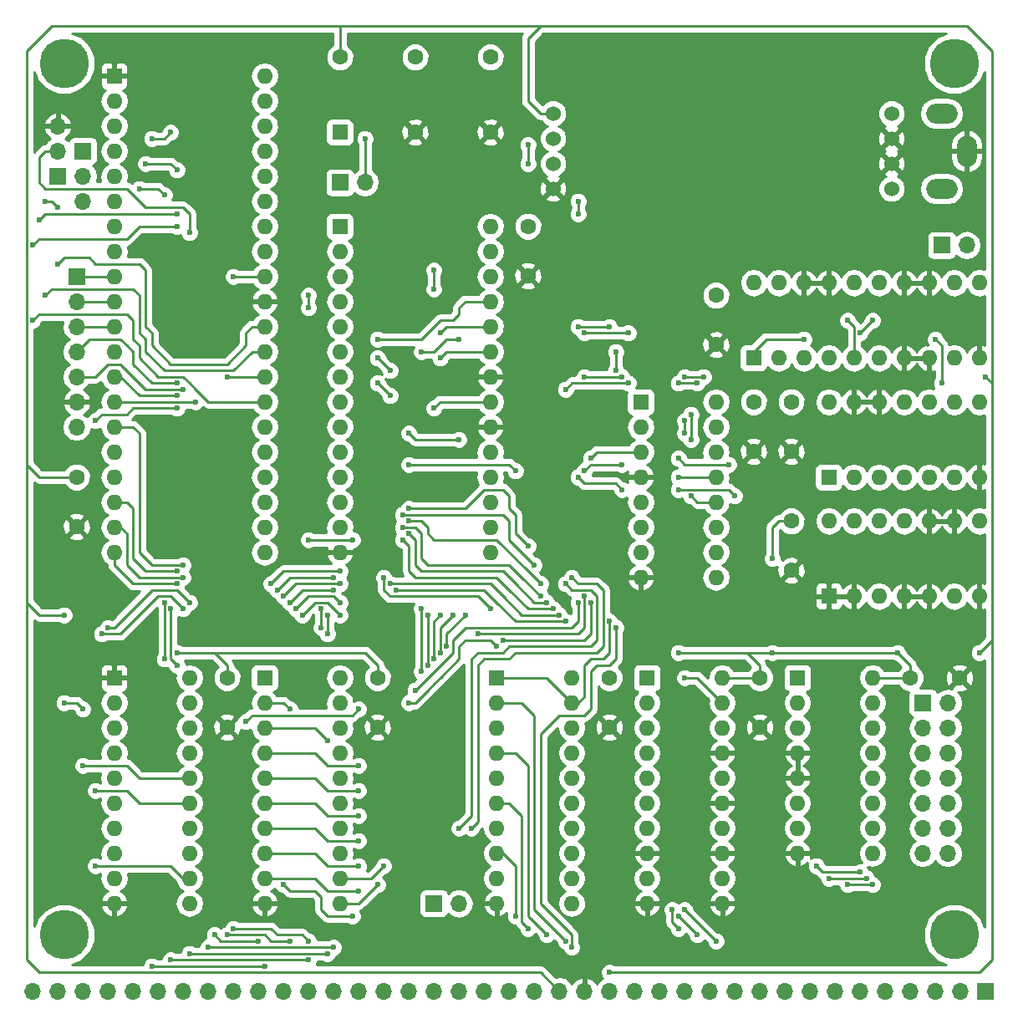
<source format=gbl>
G04 #@! TF.FileFunction,Copper,L2,Bot,Signal*
%FSLAX46Y46*%
G04 Gerber Fmt 4.6, Leading zero omitted, Abs format (unit mm)*
G04 Created by KiCad (PCBNEW 4.0.7) date 02/20/19 13:27:08*
%MOMM*%
%LPD*%
G01*
G04 APERTURE LIST*
%ADD10C,0.100000*%
%ADD11C,1.600000*%
%ADD12R,1.700000X1.700000*%
%ADD13O,1.700000X1.700000*%
%ADD14C,5.000000*%
%ADD15O,3.197860X1.998980*%
%ADD16O,1.998980X3.197860*%
%ADD17R,1.600000X1.600000*%
%ADD18O,1.600000X1.600000*%
%ADD19C,1.524000*%
%ADD20C,0.600000*%
%ADD21C,0.250000*%
%ADD22C,0.254000*%
G04 APERTURE END LIST*
D10*
D11*
X58420000Y-90805000D03*
X58420000Y-95805000D03*
X104140000Y-65405000D03*
X104140000Y-70405000D03*
X127635000Y-111125000D03*
X127635000Y-116125000D03*
X112395000Y-111125000D03*
X112395000Y-116125000D03*
X88900000Y-111125000D03*
X88900000Y-116125000D03*
X73660000Y-111125000D03*
X73660000Y-116125000D03*
X142875000Y-111125000D03*
X147875000Y-111125000D03*
X130810000Y-95250000D03*
X130810000Y-100250000D03*
X127000000Y-83185000D03*
X127000000Y-88185000D03*
X130810000Y-83185000D03*
X130810000Y-88185000D03*
D12*
X150495000Y-142875000D03*
D13*
X147955000Y-142875000D03*
X145415000Y-142875000D03*
X142875000Y-142875000D03*
X140335000Y-142875000D03*
X137795000Y-142875000D03*
X135255000Y-142875000D03*
X132715000Y-142875000D03*
X130175000Y-142875000D03*
X127635000Y-142875000D03*
X125095000Y-142875000D03*
X122555000Y-142875000D03*
X120015000Y-142875000D03*
X117475000Y-142875000D03*
X114935000Y-142875000D03*
X112395000Y-142875000D03*
X109855000Y-142875000D03*
X107315000Y-142875000D03*
X104775000Y-142875000D03*
X102235000Y-142875000D03*
X99695000Y-142875000D03*
X97155000Y-142875000D03*
X94615000Y-142875000D03*
X92075000Y-142875000D03*
X89535000Y-142875000D03*
X86995000Y-142875000D03*
X84455000Y-142875000D03*
X81915000Y-142875000D03*
X79375000Y-142875000D03*
X76835000Y-142875000D03*
X74295000Y-142875000D03*
X71755000Y-142875000D03*
X69215000Y-142875000D03*
X66675000Y-142875000D03*
X64135000Y-142875000D03*
X61595000Y-142875000D03*
X59055000Y-142875000D03*
X56515000Y-142875000D03*
X53975000Y-142875000D03*
D14*
X57150000Y-48895000D03*
X57150000Y-137160000D03*
X147320000Y-137160000D03*
X147320000Y-48895000D03*
D15*
X146050000Y-53975000D03*
D16*
X148590000Y-57785000D03*
D15*
X146050000Y-61595000D03*
D12*
X146050000Y-67310000D03*
D13*
X148590000Y-67310000D03*
D12*
X94615000Y-133985000D03*
D13*
X97155000Y-133985000D03*
D17*
X62230000Y-50165000D03*
D18*
X77470000Y-98425000D03*
X62230000Y-52705000D03*
X77470000Y-95885000D03*
X62230000Y-55245000D03*
X77470000Y-93345000D03*
X62230000Y-57785000D03*
X77470000Y-90805000D03*
X62230000Y-60325000D03*
X77470000Y-88265000D03*
X62230000Y-62865000D03*
X77470000Y-85725000D03*
X62230000Y-65405000D03*
X77470000Y-83185000D03*
X62230000Y-67945000D03*
X77470000Y-80645000D03*
X62230000Y-70485000D03*
X77470000Y-78105000D03*
X62230000Y-73025000D03*
X77470000Y-75565000D03*
X62230000Y-75565000D03*
X77470000Y-73025000D03*
X62230000Y-78105000D03*
X77470000Y-70485000D03*
X62230000Y-80645000D03*
X77470000Y-67945000D03*
X62230000Y-83185000D03*
X77470000Y-65405000D03*
X62230000Y-85725000D03*
X77470000Y-62865000D03*
X62230000Y-88265000D03*
X77470000Y-60325000D03*
X62230000Y-90805000D03*
X77470000Y-57785000D03*
X62230000Y-93345000D03*
X77470000Y-55245000D03*
X62230000Y-95885000D03*
X77470000Y-52705000D03*
X62230000Y-98425000D03*
X77470000Y-50165000D03*
D17*
X85090000Y-65405000D03*
D18*
X100330000Y-98425000D03*
X85090000Y-67945000D03*
X100330000Y-95885000D03*
X85090000Y-70485000D03*
X100330000Y-93345000D03*
X85090000Y-73025000D03*
X100330000Y-90805000D03*
X85090000Y-75565000D03*
X100330000Y-88265000D03*
X85090000Y-78105000D03*
X100330000Y-85725000D03*
X85090000Y-80645000D03*
X100330000Y-83185000D03*
X85090000Y-83185000D03*
X100330000Y-80645000D03*
X85090000Y-85725000D03*
X100330000Y-78105000D03*
X85090000Y-88265000D03*
X100330000Y-75565000D03*
X85090000Y-90805000D03*
X100330000Y-73025000D03*
X85090000Y-93345000D03*
X100330000Y-70485000D03*
X85090000Y-95885000D03*
X100330000Y-67945000D03*
X85090000Y-98425000D03*
X100330000Y-65405000D03*
D17*
X131445000Y-111125000D03*
D18*
X139065000Y-128905000D03*
X131445000Y-113665000D03*
X139065000Y-126365000D03*
X131445000Y-116205000D03*
X139065000Y-123825000D03*
X131445000Y-118745000D03*
X139065000Y-121285000D03*
X131445000Y-121285000D03*
X139065000Y-118745000D03*
X131445000Y-123825000D03*
X139065000Y-116205000D03*
X131445000Y-126365000D03*
X139065000Y-113665000D03*
X131445000Y-128905000D03*
X139065000Y-111125000D03*
D12*
X58420000Y-70485000D03*
D13*
X58420000Y-73025000D03*
X58420000Y-75565000D03*
X58420000Y-78105000D03*
X58420000Y-80645000D03*
X58420000Y-83185000D03*
X58420000Y-85725000D03*
D11*
X123190000Y-72390000D03*
X123190000Y-77390000D03*
D17*
X134620000Y-102870000D03*
D18*
X149860000Y-95250000D03*
X137160000Y-102870000D03*
X147320000Y-95250000D03*
X139700000Y-102870000D03*
X144780000Y-95250000D03*
X142240000Y-102870000D03*
X142240000Y-95250000D03*
X144780000Y-102870000D03*
X139700000Y-95250000D03*
X147320000Y-102870000D03*
X137160000Y-95250000D03*
X149860000Y-102870000D03*
X134620000Y-95250000D03*
D17*
X115570000Y-83185000D03*
D18*
X123190000Y-100965000D03*
X115570000Y-85725000D03*
X123190000Y-98425000D03*
X115570000Y-88265000D03*
X123190000Y-95885000D03*
X115570000Y-90805000D03*
X123190000Y-93345000D03*
X115570000Y-93345000D03*
X123190000Y-90805000D03*
X115570000Y-95885000D03*
X123190000Y-88265000D03*
X115570000Y-98425000D03*
X123190000Y-85725000D03*
X115570000Y-100965000D03*
X123190000Y-83185000D03*
D11*
X92710000Y-55880000D03*
X92710000Y-48260000D03*
D17*
X85090000Y-55880000D03*
D11*
X85090000Y-48260000D03*
X100330000Y-48260000D03*
X100330000Y-55880000D03*
D19*
X106680000Y-53975000D03*
X106680000Y-56515000D03*
X106680000Y-59055000D03*
X106680000Y-61595000D03*
X140970000Y-53975000D03*
X140970000Y-56515000D03*
X140970000Y-59055000D03*
X140970000Y-61595000D03*
D12*
X144145000Y-113665000D03*
D13*
X146685000Y-113665000D03*
X144145000Y-116205000D03*
X146685000Y-116205000D03*
X144145000Y-118745000D03*
X146685000Y-118745000D03*
X144145000Y-121285000D03*
X146685000Y-121285000D03*
X144145000Y-123825000D03*
X146685000Y-123825000D03*
X144145000Y-126365000D03*
X146685000Y-126365000D03*
X144145000Y-128905000D03*
X146685000Y-128905000D03*
D17*
X116205000Y-111125000D03*
D18*
X123825000Y-133985000D03*
X116205000Y-113665000D03*
X123825000Y-131445000D03*
X116205000Y-116205000D03*
X123825000Y-128905000D03*
X116205000Y-118745000D03*
X123825000Y-126365000D03*
X116205000Y-121285000D03*
X123825000Y-123825000D03*
X116205000Y-123825000D03*
X123825000Y-121285000D03*
X116205000Y-126365000D03*
X123825000Y-118745000D03*
X116205000Y-128905000D03*
X123825000Y-116205000D03*
X116205000Y-131445000D03*
X123825000Y-113665000D03*
X116205000Y-133985000D03*
X123825000Y-111125000D03*
D17*
X100965000Y-111125000D03*
D18*
X108585000Y-133985000D03*
X100965000Y-113665000D03*
X108585000Y-131445000D03*
X100965000Y-116205000D03*
X108585000Y-128905000D03*
X100965000Y-118745000D03*
X108585000Y-126365000D03*
X100965000Y-121285000D03*
X108585000Y-123825000D03*
X100965000Y-123825000D03*
X108585000Y-121285000D03*
X100965000Y-126365000D03*
X108585000Y-118745000D03*
X100965000Y-128905000D03*
X108585000Y-116205000D03*
X100965000Y-131445000D03*
X108585000Y-113665000D03*
X100965000Y-133985000D03*
X108585000Y-111125000D03*
D17*
X77470000Y-111125000D03*
D18*
X85090000Y-133985000D03*
X77470000Y-113665000D03*
X85090000Y-131445000D03*
X77470000Y-116205000D03*
X85090000Y-128905000D03*
X77470000Y-118745000D03*
X85090000Y-126365000D03*
X77470000Y-121285000D03*
X85090000Y-123825000D03*
X77470000Y-123825000D03*
X85090000Y-121285000D03*
X77470000Y-126365000D03*
X85090000Y-118745000D03*
X77470000Y-128905000D03*
X85090000Y-116205000D03*
X77470000Y-131445000D03*
X85090000Y-113665000D03*
X77470000Y-133985000D03*
X85090000Y-111125000D03*
D17*
X62230000Y-111125000D03*
D18*
X69850000Y-133985000D03*
X62230000Y-113665000D03*
X69850000Y-131445000D03*
X62230000Y-116205000D03*
X69850000Y-128905000D03*
X62230000Y-118745000D03*
X69850000Y-126365000D03*
X62230000Y-121285000D03*
X69850000Y-123825000D03*
X62230000Y-123825000D03*
X69850000Y-121285000D03*
X62230000Y-126365000D03*
X69850000Y-118745000D03*
X62230000Y-128905000D03*
X69850000Y-116205000D03*
X62230000Y-131445000D03*
X69850000Y-113665000D03*
X62230000Y-133985000D03*
X69850000Y-111125000D03*
D12*
X85090000Y-60960000D03*
D13*
X87630000Y-60960000D03*
D12*
X59055000Y-57785000D03*
D13*
X59055000Y-60325000D03*
X59055000Y-62865000D03*
D12*
X56515000Y-60325000D03*
D13*
X56515000Y-57785000D03*
X56515000Y-55245000D03*
D17*
X134620000Y-90805000D03*
D18*
X149860000Y-83185000D03*
X137160000Y-90805000D03*
X147320000Y-83185000D03*
X139700000Y-90805000D03*
X144780000Y-83185000D03*
X142240000Y-90805000D03*
X142240000Y-83185000D03*
X144780000Y-90805000D03*
X139700000Y-83185000D03*
X147320000Y-90805000D03*
X137160000Y-83185000D03*
X149860000Y-90805000D03*
X134620000Y-83185000D03*
D17*
X127000000Y-78740000D03*
D18*
X149860000Y-71120000D03*
X129540000Y-78740000D03*
X147320000Y-71120000D03*
X132080000Y-78740000D03*
X144780000Y-71120000D03*
X134620000Y-78740000D03*
X142240000Y-71120000D03*
X137160000Y-78740000D03*
X139700000Y-71120000D03*
X139700000Y-78740000D03*
X137160000Y-71120000D03*
X142240000Y-78740000D03*
X134620000Y-71120000D03*
X144780000Y-78740000D03*
X132080000Y-71120000D03*
X147320000Y-78740000D03*
X129540000Y-71120000D03*
X149860000Y-78740000D03*
X127000000Y-71120000D03*
D20*
X109220000Y-62865000D03*
X109220000Y-64135000D03*
X149860000Y-108585000D03*
X141605000Y-108585000D03*
X128905000Y-108585000D03*
X128905000Y-99060000D03*
X57150000Y-104775000D03*
X150495000Y-80645000D03*
X119380000Y-108585000D03*
X68580000Y-108585000D03*
X112395000Y-140970000D03*
X133350000Y-130175000D03*
X137795000Y-130810000D03*
X134620000Y-131445000D03*
X138430000Y-131445000D03*
X136525000Y-132080000D03*
X139065000Y-132080000D03*
X120015000Y-86360000D03*
X120015000Y-85090000D03*
X118745000Y-134620000D03*
X119380000Y-136525000D03*
X119380000Y-135255000D03*
X121285000Y-137160000D03*
X120015000Y-134620000D03*
X123190000Y-137795000D03*
X102870000Y-135255000D03*
X104140000Y-136525000D03*
X106045000Y-137160000D03*
X107950000Y-137795000D03*
X113030000Y-106045000D03*
X108585000Y-138430000D03*
X109855000Y-102870000D03*
X79375000Y-132080000D03*
X110490000Y-88900000D03*
X99060000Y-106680000D03*
X124460000Y-89535000D03*
X119380000Y-88900000D03*
X86360000Y-135255000D03*
X121920000Y-80645000D03*
X108585000Y-100965000D03*
X98425000Y-126365000D03*
X88900000Y-132080000D03*
X109855000Y-80645000D03*
X113665000Y-80645000D03*
X120015000Y-80645000D03*
X84455000Y-138430000D03*
X71755000Y-138430000D03*
X107950000Y-101600000D03*
X97155000Y-126365000D03*
X89535000Y-130175000D03*
X107950000Y-81915000D03*
X114300000Y-81280000D03*
X119380000Y-81280000D03*
X121285000Y-81280000D03*
X83820000Y-139065000D03*
X69850000Y-139065000D03*
X81915000Y-139700000D03*
X67945000Y-139700000D03*
X77470000Y-140335000D03*
X66040000Y-140335000D03*
X74295000Y-136525000D03*
X81915000Y-137795000D03*
X73660000Y-137160000D03*
X80010000Y-137795000D03*
X76835000Y-137795000D03*
X72390000Y-137160000D03*
X113030000Y-78105000D03*
X113030000Y-80010000D03*
X104140000Y-57150000D03*
X104140000Y-59055000D03*
X81915000Y-73660000D03*
X81915000Y-72390000D03*
X68580000Y-81280000D03*
X73660000Y-80645000D03*
X69215000Y-81915000D03*
X56515000Y-63500000D03*
X55245000Y-62865000D03*
X110490000Y-103505000D03*
X101600000Y-107315000D03*
X136525000Y-74930000D03*
X112395000Y-75565000D03*
X109220000Y-75565000D03*
X97155000Y-76835000D03*
X93345000Y-78105000D03*
X81915000Y-97155000D03*
X86360000Y-97155000D03*
X94615000Y-71755000D03*
X94615000Y-69850000D03*
X83820000Y-117475000D03*
X64770000Y-61595000D03*
X67310000Y-62230000D03*
X93980000Y-104775000D03*
X93980000Y-109855000D03*
X67310000Y-109220000D03*
X67310000Y-103505000D03*
X106680000Y-104140000D03*
X91440000Y-97155000D03*
X86995000Y-132715000D03*
X106045000Y-103505000D03*
X92075000Y-96520000D03*
X83185000Y-104140000D03*
X83185000Y-106045000D03*
X86995000Y-130175000D03*
X91440000Y-95885000D03*
X105410000Y-102870000D03*
X83820000Y-104775000D03*
X83820000Y-106680000D03*
X86995000Y-127635000D03*
X104775000Y-99695000D03*
X88900000Y-81280000D03*
X90170000Y-82550000D03*
X91440000Y-94615000D03*
X97790000Y-104775000D03*
X95885000Y-107950000D03*
X86995000Y-125095000D03*
X104140000Y-97790000D03*
X88900000Y-78740000D03*
X90170000Y-80010000D03*
X92075000Y-93980000D03*
X96520000Y-104775000D03*
X95250000Y-108585000D03*
X86995000Y-122555000D03*
X53975000Y-74930000D03*
X60325000Y-130175000D03*
X95250000Y-104775000D03*
X94615000Y-109220000D03*
X86995000Y-120015000D03*
X55245000Y-72390000D03*
X60325000Y-122555000D03*
X56515000Y-69215000D03*
X59055000Y-120015000D03*
X67945000Y-55880000D03*
X66040000Y-56515000D03*
X80010000Y-114300000D03*
X68580000Y-109855000D03*
X93345000Y-104140000D03*
X93345000Y-110490000D03*
X67945000Y-104140000D03*
X102870000Y-90170000D03*
X92075000Y-89535000D03*
X68580000Y-82550000D03*
X97155000Y-86995000D03*
X92075000Y-86360000D03*
X70485000Y-83185000D03*
X68580000Y-65405000D03*
X53975000Y-67310000D03*
X89535000Y-100965000D03*
X100330000Y-104140000D03*
X69215000Y-99695000D03*
X78105000Y-101600000D03*
X85090000Y-100330000D03*
X68580000Y-64135000D03*
X54610000Y-64770000D03*
X105410000Y-101600000D03*
X88900000Y-76835000D03*
X92075000Y-95250000D03*
X68580000Y-83820000D03*
X60325000Y-85090000D03*
X107315000Y-104775000D03*
X90170000Y-101600000D03*
X95250000Y-76200000D03*
X84455000Y-100965000D03*
X78740000Y-102235000D03*
X68580000Y-100330000D03*
X107950000Y-105410000D03*
X90805000Y-102235000D03*
X94615000Y-83820000D03*
X85090000Y-101600000D03*
X79375000Y-102870000D03*
X69215000Y-100965000D03*
X59055000Y-114300000D03*
X57150000Y-113665000D03*
X114300000Y-76200000D03*
X109855000Y-76200000D03*
X95250000Y-78740000D03*
X84455000Y-102235000D03*
X80010000Y-103505000D03*
X68580000Y-101600000D03*
X61595000Y-106045000D03*
X85090000Y-103505000D03*
X80645000Y-104140000D03*
X69850000Y-103505000D03*
X60960000Y-106680000D03*
X85090000Y-104775000D03*
X81280000Y-104775000D03*
X69215000Y-104140000D03*
X109220000Y-90805000D03*
X113665000Y-92075000D03*
X125095000Y-92710000D03*
X119380000Y-92075000D03*
X112395000Y-105410000D03*
X132080000Y-76835000D03*
X145415000Y-76835000D03*
X146050000Y-81280000D03*
X100965000Y-107950000D03*
X92075000Y-113665000D03*
X120015000Y-111125000D03*
X109220000Y-103505000D03*
X92710000Y-112395000D03*
X86995000Y-114300000D03*
X119380000Y-90805000D03*
X109855000Y-90170000D03*
X113665000Y-89535000D03*
X75565000Y-115570000D03*
X137795000Y-76200000D03*
X139065000Y-74930000D03*
X120650000Y-86995000D03*
X120650000Y-84455000D03*
X120650000Y-92710000D03*
X87630000Y-56515000D03*
X65405000Y-59055000D03*
X68580000Y-59690000D03*
X69850000Y-66040000D03*
X74295000Y-70485000D03*
D21*
X148590000Y-45085000D02*
X151130000Y-47625000D01*
X53340000Y-47625000D02*
X55880000Y-45085000D01*
X109220000Y-64135000D02*
X109220000Y-62865000D01*
X149860000Y-108585000D02*
X151130000Y-107315000D01*
X130810000Y-95250000D02*
X129540000Y-95250000D01*
X128905000Y-95885000D02*
X129540000Y-95250000D01*
X128905000Y-99060000D02*
X128905000Y-95885000D01*
X85090000Y-48260000D02*
X85090000Y-45085000D01*
X57150000Y-104775000D02*
X54610000Y-104775000D01*
X54610000Y-104775000D02*
X53340000Y-103505000D01*
X106680000Y-53975000D02*
X105410000Y-53975000D01*
X105410000Y-53975000D02*
X104140000Y-52705000D01*
X139065000Y-111125000D02*
X142875000Y-111125000D01*
X123825000Y-111125000D02*
X127635000Y-111125000D01*
X150495000Y-80645000D02*
X151130000Y-81280000D01*
X118745000Y-140970000D02*
X112395000Y-140970000D01*
X151130000Y-107315000D02*
X151130000Y-139700000D01*
X149860000Y-140970000D02*
X118745000Y-140970000D01*
X151130000Y-139700000D02*
X149860000Y-140970000D01*
X126365000Y-108585000D02*
X119380000Y-108585000D01*
X72390000Y-108585000D02*
X73660000Y-109855000D01*
X73660000Y-109855000D02*
X73660000Y-111125000D01*
X53340000Y-107315000D02*
X53340000Y-139700000D01*
X53340000Y-139700000D02*
X54610000Y-140970000D01*
X54610000Y-140970000D02*
X99060000Y-140970000D01*
X105410000Y-140970000D02*
X107315000Y-142875000D01*
X99060000Y-140970000D02*
X105410000Y-140970000D01*
X74930000Y-108585000D02*
X72390000Y-108585000D01*
X72390000Y-108585000D02*
X68580000Y-108585000D01*
X53340000Y-92710000D02*
X53340000Y-89535000D01*
X53340000Y-107315000D02*
X53340000Y-103505000D01*
X53340000Y-103505000D02*
X53340000Y-92710000D01*
X58420000Y-90805000D02*
X54610000Y-90805000D01*
X54610000Y-90805000D02*
X53340000Y-89535000D01*
X105410000Y-45085000D02*
X85090000Y-45085000D01*
X85090000Y-45085000D02*
X55880000Y-45085000D01*
X53340000Y-47625000D02*
X53340000Y-89535000D01*
X151130000Y-90805000D02*
X151130000Y-84455000D01*
X151130000Y-81280000D02*
X151130000Y-84455000D01*
X151130000Y-93345000D02*
X151130000Y-90805000D01*
X151130000Y-94615000D02*
X151130000Y-93345000D01*
X151130000Y-107315000D02*
X151130000Y-94615000D01*
X135890000Y-45085000D02*
X148590000Y-45085000D01*
X151130000Y-47625000D02*
X151130000Y-81280000D01*
X104140000Y-52705000D02*
X104140000Y-46990000D01*
X105410000Y-45085000D02*
X135890000Y-45085000D01*
X104140000Y-46355000D02*
X105410000Y-45085000D01*
X104140000Y-46990000D02*
X104140000Y-46355000D01*
X126365000Y-108585000D02*
X128905000Y-108585000D01*
X128905000Y-108585000D02*
X141605000Y-108585000D01*
X142875000Y-109855000D02*
X142875000Y-111125000D01*
X141605000Y-108585000D02*
X142875000Y-109855000D01*
X127635000Y-109855000D02*
X127635000Y-111125000D01*
X126365000Y-108585000D02*
X127635000Y-109855000D01*
X88900000Y-109855000D02*
X88900000Y-111125000D01*
X87630000Y-108585000D02*
X88900000Y-109855000D01*
X74930000Y-108585000D02*
X87630000Y-108585000D01*
X135890000Y-130810000D02*
X133985000Y-130810000D01*
X133985000Y-130810000D02*
X133350000Y-130175000D01*
X137795000Y-130810000D02*
X135890000Y-130810000D01*
X134620000Y-131445000D02*
X135890000Y-131445000D01*
X138430000Y-131445000D02*
X135890000Y-131445000D01*
X136525000Y-132080000D02*
X139065000Y-132080000D01*
X120015000Y-86360000D02*
X120015000Y-85090000D01*
X118745000Y-134620000D02*
X118745000Y-135890000D01*
X118745000Y-135890000D02*
X119380000Y-136525000D01*
X119380000Y-135255000D02*
X121285000Y-137160000D01*
X120015000Y-134620000D02*
X123190000Y-137795000D01*
X102870000Y-130175000D02*
X102870000Y-135255000D01*
X101600000Y-128905000D02*
X102870000Y-130175000D01*
X100965000Y-128905000D02*
X101600000Y-128905000D01*
X103505000Y-135890000D02*
X104140000Y-136525000D01*
X103505000Y-135890000D02*
X103505000Y-132715000D01*
X100965000Y-123825000D02*
X102235000Y-123825000D01*
X103505000Y-125095000D02*
X103505000Y-132715000D01*
X102235000Y-123825000D02*
X103505000Y-125095000D01*
X104140000Y-135255000D02*
X106045000Y-137160000D01*
X100965000Y-118745000D02*
X102870000Y-118745000D01*
X104140000Y-120015000D02*
X104140000Y-132080000D01*
X102870000Y-118745000D02*
X104140000Y-120015000D01*
X104140000Y-132080000D02*
X104140000Y-135255000D01*
X107950000Y-137795000D02*
X104775000Y-134620000D01*
X100965000Y-113665000D02*
X103505000Y-113665000D01*
X104775000Y-114935000D02*
X104775000Y-132080000D01*
X103505000Y-113665000D02*
X104775000Y-114935000D01*
X104775000Y-132080000D02*
X104775000Y-134620000D01*
X112395000Y-109855000D02*
X113030000Y-109220000D01*
X113030000Y-109220000D02*
X113030000Y-106045000D01*
X110490000Y-110490000D02*
X111125000Y-109855000D01*
X110490000Y-114300000D02*
X110490000Y-110490000D01*
X109855000Y-114935000D02*
X110490000Y-114300000D01*
X108585000Y-138430000D02*
X108585000Y-137160000D01*
X108585000Y-137160000D02*
X105410000Y-133985000D01*
X105410000Y-133985000D02*
X105410000Y-116840000D01*
X105410000Y-116840000D02*
X107315000Y-114935000D01*
X107315000Y-114935000D02*
X109855000Y-114935000D01*
X111125000Y-109855000D02*
X112395000Y-109855000D01*
X109220000Y-106680000D02*
X109855000Y-106045000D01*
X109855000Y-106045000D02*
X109855000Y-102870000D01*
X109220000Y-106680000D02*
X102235000Y-106680000D01*
X102235000Y-106680000D02*
X99060000Y-106680000D01*
X83820000Y-135255000D02*
X83185000Y-134620000D01*
X83185000Y-134620000D02*
X83185000Y-133350000D01*
X83185000Y-133350000D02*
X82550000Y-132715000D01*
X82550000Y-132715000D02*
X80010000Y-132715000D01*
X80010000Y-132715000D02*
X79375000Y-132080000D01*
X124460000Y-89535000D02*
X120015000Y-89535000D01*
X120015000Y-89535000D02*
X119380000Y-88900000D01*
X110490000Y-88900000D02*
X111125000Y-88265000D01*
X111125000Y-88265000D02*
X115570000Y-88265000D01*
X86360000Y-135255000D02*
X83820000Y-135255000D01*
X111760000Y-102235000D02*
X111125000Y-101600000D01*
X111125000Y-101600000D02*
X109220000Y-101600000D01*
X108585000Y-100965000D02*
X109220000Y-101600000D01*
X109220000Y-108585000D02*
X111125000Y-108585000D01*
X98425000Y-126365000D02*
X99060000Y-125730000D01*
X99060000Y-125730000D02*
X99060000Y-109855000D01*
X99060000Y-109855000D02*
X99695000Y-109220000D01*
X99695000Y-109220000D02*
X102235000Y-109220000D01*
X86995000Y-133985000D02*
X88900000Y-132080000D01*
X85090000Y-133985000D02*
X86995000Y-133985000D01*
X102870000Y-108585000D02*
X109220000Y-108585000D01*
X102235000Y-109220000D02*
X102870000Y-108585000D01*
X111760000Y-107950000D02*
X111760000Y-104775000D01*
X111125000Y-108585000D02*
X111760000Y-107950000D01*
X111760000Y-104775000D02*
X111760000Y-102235000D01*
X113665000Y-80645000D02*
X109855000Y-80645000D01*
X121920000Y-80645000D02*
X120015000Y-80645000D01*
X71755000Y-138430000D02*
X84455000Y-138430000D01*
X111125000Y-102870000D02*
X110490000Y-102235000D01*
X110490000Y-102235000D02*
X108585000Y-102235000D01*
X107950000Y-101600000D02*
X108585000Y-102235000D01*
X110490000Y-107950000D02*
X111125000Y-107315000D01*
X111125000Y-107315000D02*
X111125000Y-104140000D01*
X101600000Y-108585000D02*
X102235000Y-107950000D01*
X102235000Y-107950000D02*
X110490000Y-107950000D01*
X85090000Y-131445000D02*
X88265000Y-131445000D01*
X88265000Y-131445000D02*
X89535000Y-130175000D01*
X99060000Y-108585000D02*
X101600000Y-108585000D01*
X98425000Y-109220000D02*
X99060000Y-108585000D01*
X98425000Y-125095000D02*
X98425000Y-109220000D01*
X97155000Y-126365000D02*
X98425000Y-125095000D01*
X111125000Y-104140000D02*
X111125000Y-102870000D01*
X108585000Y-81280000D02*
X107950000Y-81915000D01*
X109220000Y-81280000D02*
X108585000Y-81280000D01*
X114300000Y-81280000D02*
X109220000Y-81280000D01*
X121285000Y-81280000D02*
X119380000Y-81280000D01*
X69850000Y-139065000D02*
X83820000Y-139065000D01*
X67945000Y-139700000D02*
X81915000Y-139700000D01*
X66040000Y-140335000D02*
X77470000Y-140335000D01*
X74295000Y-136525000D02*
X78105000Y-136525000D01*
X78105000Y-136525000D02*
X78740000Y-137160000D01*
X78740000Y-137160000D02*
X81280000Y-137160000D01*
X81280000Y-137160000D02*
X81915000Y-137795000D01*
X73660000Y-137160000D02*
X77470000Y-137160000D01*
X77470000Y-137160000D02*
X78105000Y-137795000D01*
X78105000Y-137795000D02*
X80010000Y-137795000D01*
X72390000Y-137160000D02*
X73025000Y-137795000D01*
X73025000Y-137795000D02*
X73660000Y-137795000D01*
X76835000Y-137795000D02*
X73660000Y-137795000D01*
X113030000Y-78105000D02*
X113030000Y-80010000D01*
X58420000Y-70485000D02*
X62230000Y-70485000D01*
X58420000Y-73025000D02*
X62230000Y-73025000D01*
X58420000Y-75565000D02*
X62230000Y-75565000D01*
X104140000Y-59055000D02*
X104140000Y-57150000D01*
X81915000Y-73660000D02*
X81915000Y-72390000D01*
X63500000Y-77470000D02*
X64135000Y-78105000D01*
X64135000Y-78105000D02*
X64135000Y-79375000D01*
X64135000Y-79375000D02*
X66040000Y-81280000D01*
X66040000Y-81280000D02*
X68580000Y-81280000D01*
X73660000Y-80645000D02*
X74295000Y-80645000D01*
X74295000Y-80645000D02*
X77470000Y-80645000D01*
X62865000Y-76835000D02*
X63500000Y-77470000D01*
X58420000Y-78105000D02*
X59690000Y-76835000D01*
X59690000Y-76835000D02*
X62865000Y-76835000D01*
X61595000Y-79375000D02*
X62865000Y-79375000D01*
X58420000Y-80645000D02*
X60325000Y-80645000D01*
X65405000Y-81915000D02*
X69215000Y-81915000D01*
X62865000Y-79375000D02*
X65405000Y-81915000D01*
X60325000Y-80645000D02*
X61595000Y-79375000D01*
X56515000Y-63500000D02*
X55880000Y-62865000D01*
X55880000Y-62865000D02*
X55245000Y-62865000D01*
X62230000Y-78105000D02*
X62865000Y-78105000D01*
X109855000Y-107315000D02*
X110490000Y-106680000D01*
X110490000Y-106680000D02*
X110490000Y-103505000D01*
X102870000Y-107315000D02*
X109855000Y-107315000D01*
X102870000Y-107315000D02*
X101600000Y-107315000D01*
X137160000Y-78740000D02*
X137160000Y-75565000D01*
X137160000Y-75565000D02*
X136525000Y-74930000D01*
X112395000Y-75565000D02*
X109220000Y-75565000D01*
X97155000Y-76835000D02*
X96520000Y-76835000D01*
X96520000Y-76835000D02*
X95885000Y-76835000D01*
X95885000Y-76835000D02*
X94615000Y-78105000D01*
X94615000Y-78105000D02*
X93345000Y-78105000D01*
X81915000Y-97155000D02*
X86360000Y-97155000D01*
X94615000Y-71755000D02*
X94615000Y-69850000D01*
X64770000Y-61595000D02*
X66675000Y-61595000D01*
X66675000Y-61595000D02*
X67310000Y-62230000D01*
X67310000Y-109220000D02*
X67310000Y-103505000D01*
X93980000Y-104775000D02*
X93980000Y-109855000D01*
X77470000Y-116205000D02*
X82550000Y-116205000D01*
X83820000Y-117475000D02*
X83820000Y-117475000D01*
X82550000Y-116205000D02*
X83820000Y-117475000D01*
X104775000Y-104140000D02*
X106045000Y-104140000D01*
X106045000Y-104140000D02*
X106680000Y-104140000D01*
X102235000Y-102235000D02*
X104140000Y-104140000D01*
X104140000Y-104140000D02*
X104775000Y-104140000D01*
X91440000Y-97155000D02*
X92075000Y-97790000D01*
X92075000Y-97790000D02*
X92075000Y-100330000D01*
X92075000Y-100330000D02*
X92710000Y-100965000D01*
X92710000Y-100965000D02*
X100965000Y-100965000D01*
X100965000Y-100965000D02*
X102235000Y-102235000D01*
X82550000Y-131445000D02*
X83820000Y-132715000D01*
X83820000Y-132715000D02*
X86995000Y-132715000D01*
X77470000Y-131445000D02*
X82550000Y-131445000D01*
X105410000Y-103505000D02*
X106045000Y-103505000D01*
X104775000Y-103505000D02*
X105410000Y-103505000D01*
X104775000Y-103505000D02*
X102870000Y-101600000D01*
X92075000Y-96520000D02*
X92710000Y-97155000D01*
X92710000Y-97155000D02*
X92710000Y-99695000D01*
X92710000Y-99695000D02*
X93345000Y-100330000D01*
X93345000Y-100330000D02*
X101600000Y-100330000D01*
X101600000Y-100330000D02*
X102870000Y-101600000D01*
X83185000Y-104140000D02*
X83185000Y-106045000D01*
X82550000Y-128905000D02*
X77470000Y-128905000D01*
X83820000Y-130175000D02*
X86995000Y-130175000D01*
X82550000Y-128905000D02*
X83820000Y-130175000D01*
X105410000Y-102870000D02*
X105410000Y-102870000D01*
X105410000Y-102870000D02*
X103505000Y-100965000D01*
X91440000Y-95885000D02*
X92710000Y-95885000D01*
X92710000Y-95885000D02*
X93345000Y-96520000D01*
X93345000Y-96520000D02*
X93345000Y-99060000D01*
X93345000Y-99060000D02*
X93980000Y-99695000D01*
X93980000Y-99695000D02*
X102235000Y-99695000D01*
X102235000Y-99695000D02*
X103505000Y-100965000D01*
X83820000Y-104775000D02*
X83820000Y-106680000D01*
X82550000Y-126365000D02*
X77470000Y-126365000D01*
X83820000Y-127635000D02*
X86995000Y-127635000D01*
X82550000Y-126365000D02*
X83820000Y-127635000D01*
X88900000Y-81280000D02*
X90170000Y-82550000D01*
X91440000Y-94615000D02*
X93980000Y-94615000D01*
X93980000Y-94615000D02*
X101600000Y-94615000D01*
X101600000Y-94615000D02*
X102235000Y-95250000D01*
X102235000Y-95250000D02*
X102235000Y-97155000D01*
X102235000Y-97155000D02*
X104775000Y-99695000D01*
X97790000Y-104775000D02*
X95885000Y-106680000D01*
X95885000Y-106680000D02*
X95885000Y-107950000D01*
X82550000Y-123825000D02*
X83820000Y-125095000D01*
X83820000Y-125095000D02*
X86995000Y-125095000D01*
X77470000Y-123825000D02*
X82550000Y-123825000D01*
X88900000Y-78740000D02*
X90170000Y-80010000D01*
X92075000Y-93980000D02*
X97790000Y-93980000D01*
X97790000Y-93980000D02*
X99695000Y-92075000D01*
X99695000Y-92075000D02*
X101600000Y-92075000D01*
X101600000Y-92075000D02*
X102235000Y-92710000D01*
X102235000Y-92710000D02*
X102235000Y-93980000D01*
X102235000Y-93980000D02*
X102870000Y-94615000D01*
X102870000Y-94615000D02*
X102870000Y-96520000D01*
X102870000Y-96520000D02*
X104140000Y-97790000D01*
X96520000Y-104775000D02*
X95250000Y-106045000D01*
X95250000Y-106045000D02*
X95250000Y-108585000D01*
X77470000Y-121285000D02*
X82550000Y-121285000D01*
X83820000Y-122555000D02*
X86995000Y-122555000D01*
X82550000Y-121285000D02*
X83820000Y-122555000D01*
X64770000Y-77470000D02*
X64770000Y-78740000D01*
X64770000Y-78740000D02*
X66675000Y-80645000D01*
X66675000Y-80645000D02*
X69215000Y-80645000D01*
X69215000Y-80645000D02*
X69850000Y-81280000D01*
X70485000Y-81915000D02*
X69850000Y-81280000D01*
X63500000Y-74295000D02*
X64135000Y-74930000D01*
X64135000Y-74930000D02*
X64135000Y-76835000D01*
X64135000Y-76835000D02*
X64770000Y-77470000D01*
X77470000Y-83185000D02*
X71755000Y-83185000D01*
X71755000Y-83185000D02*
X70485000Y-81915000D01*
X63500000Y-74295000D02*
X54610000Y-74295000D01*
X54610000Y-74295000D02*
X53975000Y-74930000D01*
X67945000Y-130175000D02*
X60325000Y-130175000D01*
X69215000Y-131445000D02*
X67945000Y-130175000D01*
X69850000Y-131445000D02*
X69215000Y-131445000D01*
X95250000Y-104775000D02*
X94615000Y-105410000D01*
X94615000Y-105410000D02*
X94615000Y-109220000D01*
X77470000Y-118745000D02*
X82550000Y-118745000D01*
X83820000Y-120015000D02*
X86995000Y-120015000D01*
X82550000Y-118745000D02*
X83820000Y-120015000D01*
X69850000Y-80010000D02*
X73025000Y-80010000D01*
X77470000Y-78105000D02*
X76200000Y-78105000D01*
X76200000Y-78105000D02*
X74295000Y-80010000D01*
X74295000Y-80010000D02*
X73025000Y-80010000D01*
X69850000Y-80010000D02*
X67310000Y-80010000D01*
X67310000Y-80010000D02*
X65405000Y-78105000D01*
X65405000Y-78105000D02*
X65405000Y-76835000D01*
X65405000Y-76835000D02*
X64770000Y-76200000D01*
X64770000Y-76200000D02*
X64770000Y-72390000D01*
X64770000Y-72390000D02*
X64135000Y-71755000D01*
X64135000Y-71755000D02*
X55880000Y-71755000D01*
X55880000Y-71755000D02*
X55245000Y-72390000D01*
X64770000Y-123825000D02*
X63500000Y-122555000D01*
X63500000Y-122555000D02*
X60325000Y-122555000D01*
X69850000Y-123825000D02*
X64770000Y-123825000D01*
X77470000Y-75565000D02*
X76200000Y-75565000D01*
X76200000Y-75565000D02*
X75565000Y-76200000D01*
X75565000Y-76200000D02*
X75565000Y-77470000D01*
X75565000Y-77470000D02*
X73660000Y-79375000D01*
X73660000Y-79375000D02*
X67945000Y-79375000D01*
X67945000Y-79375000D02*
X66040000Y-77470000D01*
X66040000Y-77470000D02*
X66040000Y-76200000D01*
X66040000Y-76200000D02*
X65405000Y-75565000D01*
X65405000Y-75565000D02*
X65405000Y-69850000D01*
X65405000Y-69850000D02*
X64770000Y-69215000D01*
X64770000Y-69215000D02*
X60325000Y-69215000D01*
X60325000Y-69215000D02*
X59690000Y-68580000D01*
X59690000Y-68580000D02*
X57150000Y-68580000D01*
X57150000Y-68580000D02*
X56515000Y-69215000D01*
X64770000Y-121285000D02*
X63500000Y-120015000D01*
X63500000Y-120015000D02*
X59055000Y-120015000D01*
X69850000Y-121285000D02*
X64770000Y-121285000D01*
X67310000Y-56515000D02*
X67945000Y-55880000D01*
X66040000Y-56515000D02*
X67310000Y-56515000D01*
X79375000Y-113665000D02*
X77470000Y-113665000D01*
X80010000Y-114300000D02*
X79375000Y-113665000D01*
X93345000Y-105410000D02*
X93345000Y-104140000D01*
X93345000Y-105410000D02*
X93345000Y-110490000D01*
X67945000Y-109220000D02*
X67945000Y-104140000D01*
X68580000Y-109855000D02*
X67945000Y-109220000D01*
X102870000Y-90170000D02*
X102235000Y-89535000D01*
X92075000Y-89535000D02*
X102235000Y-89535000D01*
X62230000Y-80645000D02*
X62865000Y-80645000D01*
X62865000Y-80645000D02*
X64770000Y-82550000D01*
X64770000Y-82550000D02*
X68580000Y-82550000D01*
X92710000Y-86995000D02*
X97155000Y-86995000D01*
X92075000Y-86360000D02*
X92710000Y-86995000D01*
X68580000Y-83185000D02*
X70485000Y-83185000D01*
X62230000Y-83185000D02*
X68580000Y-83185000D01*
X64770000Y-65405000D02*
X63500000Y-66675000D01*
X68580000Y-65405000D02*
X64770000Y-65405000D01*
X63500000Y-66675000D02*
X54610000Y-66675000D01*
X54610000Y-66675000D02*
X53975000Y-67310000D01*
X99060000Y-102870000D02*
X90170000Y-102870000D01*
X100330000Y-104140000D02*
X99060000Y-102870000D01*
X89535000Y-102235000D02*
X90170000Y-102870000D01*
X89535000Y-102235000D02*
X89535000Y-100965000D01*
X84455000Y-100330000D02*
X85090000Y-100330000D01*
X66040000Y-99695000D02*
X69215000Y-99695000D01*
X64770000Y-98425000D02*
X66040000Y-99695000D01*
X64770000Y-86360000D02*
X64770000Y-98425000D01*
X64135000Y-85725000D02*
X64770000Y-86360000D01*
X62230000Y-85725000D02*
X64135000Y-85725000D01*
X79375000Y-100330000D02*
X84455000Y-100330000D01*
X78105000Y-101600000D02*
X79375000Y-100330000D01*
X68580000Y-64135000D02*
X55880000Y-64135000D01*
X55880000Y-64135000D02*
X55245000Y-64135000D01*
X55245000Y-64135000D02*
X54610000Y-64770000D01*
X104140000Y-100330000D02*
X105410000Y-101600000D01*
X100330000Y-73025000D02*
X97790000Y-73025000D01*
X97790000Y-73025000D02*
X97155000Y-73660000D01*
X97155000Y-73660000D02*
X97155000Y-74295000D01*
X97155000Y-74295000D02*
X96520000Y-74930000D01*
X96520000Y-74930000D02*
X95250000Y-74930000D01*
X95250000Y-74930000D02*
X93345000Y-76835000D01*
X93345000Y-76835000D02*
X88900000Y-76835000D01*
X92075000Y-95250000D02*
X93345000Y-95250000D01*
X93345000Y-95250000D02*
X93980000Y-95885000D01*
X93980000Y-95885000D02*
X93980000Y-96520000D01*
X93980000Y-96520000D02*
X94615000Y-97155000D01*
X94615000Y-97155000D02*
X100965000Y-97155000D01*
X100965000Y-97155000D02*
X104140000Y-100330000D01*
X68580000Y-83820000D02*
X64135000Y-83820000D01*
X64135000Y-83820000D02*
X63500000Y-84455000D01*
X63500000Y-84455000D02*
X60960000Y-84455000D01*
X60325000Y-85090000D02*
X60960000Y-84455000D01*
X104140000Y-104775000D02*
X107315000Y-104775000D01*
X101600000Y-102870000D02*
X103505000Y-104775000D01*
X103505000Y-104775000D02*
X104140000Y-104775000D01*
X101600000Y-102870000D02*
X100330000Y-101600000D01*
X100330000Y-101600000D02*
X90170000Y-101600000D01*
X95250000Y-76200000D02*
X95885000Y-75565000D01*
X95885000Y-75565000D02*
X100330000Y-75565000D01*
X78740000Y-102235000D02*
X80010000Y-100965000D01*
X80010000Y-100965000D02*
X84455000Y-100965000D01*
X62230000Y-93345000D02*
X63500000Y-93345000D01*
X63500000Y-93345000D02*
X64135000Y-93980000D01*
X64135000Y-93980000D02*
X64135000Y-99060000D01*
X64135000Y-99060000D02*
X65405000Y-100330000D01*
X65405000Y-100330000D02*
X68580000Y-100330000D01*
X103505000Y-105410000D02*
X107950000Y-105410000D01*
X100965000Y-103505000D02*
X102870000Y-105410000D01*
X102870000Y-105410000D02*
X103505000Y-105410000D01*
X100965000Y-103505000D02*
X99695000Y-102235000D01*
X99695000Y-102235000D02*
X90805000Y-102235000D01*
X94615000Y-83820000D02*
X95250000Y-83185000D01*
X95250000Y-83185000D02*
X100330000Y-83185000D01*
X84455000Y-101600000D02*
X85090000Y-101600000D01*
X79375000Y-102870000D02*
X80645000Y-101600000D01*
X80645000Y-101600000D02*
X84455000Y-101600000D01*
X62230000Y-95885000D02*
X62865000Y-95885000D01*
X62865000Y-95885000D02*
X63500000Y-96520000D01*
X63500000Y-96520000D02*
X63500000Y-99695000D01*
X63500000Y-99695000D02*
X64770000Y-100965000D01*
X64770000Y-100965000D02*
X69215000Y-100965000D01*
X59055000Y-114300000D02*
X58420000Y-113665000D01*
X58420000Y-113665000D02*
X57150000Y-113665000D01*
X114300000Y-76200000D02*
X109855000Y-76200000D01*
X95250000Y-78740000D02*
X95885000Y-78105000D01*
X95885000Y-78105000D02*
X100330000Y-78105000D01*
X80010000Y-103505000D02*
X81280000Y-102235000D01*
X81280000Y-102235000D02*
X84455000Y-102235000D01*
X62230000Y-98425000D02*
X62230000Y-99695000D01*
X62230000Y-99695000D02*
X64135000Y-101600000D01*
X64135000Y-101600000D02*
X68580000Y-101600000D01*
X62230000Y-106045000D02*
X61595000Y-106045000D01*
X84455000Y-102870000D02*
X85090000Y-103505000D01*
X80645000Y-104140000D02*
X81915000Y-102870000D01*
X81915000Y-102870000D02*
X84455000Y-102870000D01*
X62230000Y-106045000D02*
X66040000Y-102235000D01*
X66040000Y-102235000D02*
X68580000Y-102235000D01*
X68580000Y-102235000D02*
X69850000Y-103505000D01*
X62865000Y-106680000D02*
X60960000Y-106680000D01*
X82550000Y-103505000D02*
X83820000Y-103505000D01*
X83820000Y-103505000D02*
X85090000Y-104775000D01*
X81280000Y-104775000D02*
X82550000Y-103505000D01*
X62865000Y-106680000D02*
X66675000Y-102870000D01*
X66675000Y-102870000D02*
X67945000Y-102870000D01*
X67945000Y-102870000D02*
X69215000Y-104140000D01*
X109220000Y-90805000D02*
X109855000Y-91440000D01*
X113030000Y-91440000D02*
X113665000Y-92075000D01*
X109855000Y-91440000D02*
X113030000Y-91440000D01*
X119380000Y-92075000D02*
X121285000Y-92075000D01*
X125095000Y-92710000D02*
X124460000Y-92075000D01*
X124460000Y-92075000D02*
X121285000Y-92075000D01*
X109855000Y-113030000D02*
X109855000Y-109855000D01*
X109855000Y-113030000D02*
X109220000Y-113665000D01*
X110490000Y-109220000D02*
X111760000Y-109220000D01*
X109855000Y-109855000D02*
X110490000Y-109220000D01*
X112395000Y-108585000D02*
X112395000Y-105410000D01*
X111760000Y-109220000D02*
X112395000Y-108585000D01*
X146050000Y-81280000D02*
X146050000Y-77470000D01*
X145415000Y-76835000D02*
X146050000Y-77470000D01*
X128270000Y-76835000D02*
X132080000Y-76835000D01*
X128270000Y-76835000D02*
X127000000Y-78105000D01*
X99060000Y-107315000D02*
X97790000Y-107315000D01*
X97790000Y-107315000D02*
X97155000Y-107950000D01*
X97155000Y-107950000D02*
X97155000Y-109220000D01*
X99060000Y-107315000D02*
X100330000Y-107315000D01*
X100330000Y-107315000D02*
X100965000Y-107950000D01*
X97155000Y-109220000D02*
X95250000Y-111125000D01*
X92075000Y-113665000D02*
X92710000Y-113665000D01*
X92710000Y-113665000D02*
X93980000Y-112395000D01*
X95250000Y-111125000D02*
X94615000Y-111760000D01*
X93980000Y-112395000D02*
X94615000Y-111760000D01*
X127000000Y-78740000D02*
X127000000Y-78105000D01*
X108585000Y-113665000D02*
X109220000Y-113665000D01*
X108585000Y-113665000D02*
X106045000Y-111125000D01*
X106045000Y-111125000D02*
X100965000Y-111125000D01*
X120015000Y-111125000D02*
X121285000Y-111125000D01*
X121285000Y-111125000D02*
X123825000Y-113665000D01*
X108585000Y-106045000D02*
X109220000Y-105410000D01*
X109220000Y-105410000D02*
X109220000Y-103505000D01*
X108585000Y-106045000D02*
X97790000Y-106045000D01*
X97790000Y-106045000D02*
X96520000Y-107315000D01*
X96520000Y-107315000D02*
X96520000Y-108585000D01*
X93980000Y-111125000D02*
X92710000Y-112395000D01*
X86995000Y-114300000D02*
X86360000Y-114935000D01*
X86360000Y-114935000D02*
X85725000Y-114935000D01*
X76200000Y-114935000D02*
X75565000Y-115570000D01*
X76200000Y-114935000D02*
X79375000Y-114935000D01*
X79375000Y-114935000D02*
X85725000Y-114935000D01*
X121285000Y-90805000D02*
X123190000Y-90805000D01*
X120650000Y-90805000D02*
X119380000Y-90805000D01*
X121285000Y-90805000D02*
X120650000Y-90805000D01*
X110490000Y-89535000D02*
X109855000Y-90170000D01*
X113665000Y-89535000D02*
X110490000Y-89535000D01*
X93980000Y-111125000D02*
X96520000Y-108585000D01*
X137795000Y-76200000D02*
X139065000Y-74930000D01*
X120650000Y-86995000D02*
X120650000Y-84455000D01*
X121285000Y-93345000D02*
X120650000Y-92710000D01*
X123190000Y-93345000D02*
X121285000Y-93345000D01*
X87630000Y-60960000D02*
X87630000Y-56515000D01*
X67945000Y-59055000D02*
X68580000Y-59690000D01*
X65405000Y-59055000D02*
X67945000Y-59055000D01*
X55245000Y-57785000D02*
X54610000Y-58420000D01*
X54610000Y-58420000D02*
X54610000Y-60960000D01*
X54610000Y-60960000D02*
X55245000Y-61595000D01*
X55245000Y-61595000D02*
X63500000Y-61595000D01*
X63500000Y-61595000D02*
X65405000Y-63500000D01*
X65405000Y-63500000D02*
X69215000Y-63500000D01*
X69215000Y-63500000D02*
X69850000Y-64135000D01*
X69850000Y-64135000D02*
X69850000Y-66040000D01*
X77470000Y-70485000D02*
X74295000Y-70485000D01*
X55245000Y-57785000D02*
X56515000Y-57785000D01*
D22*
G36*
X84330000Y-47021354D02*
X84278200Y-47042757D01*
X83874176Y-47446077D01*
X83655250Y-47973309D01*
X83654752Y-48544187D01*
X83872757Y-49071800D01*
X84276077Y-49475824D01*
X84803309Y-49694750D01*
X85374187Y-49695248D01*
X85901800Y-49477243D01*
X86305824Y-49073923D01*
X86524750Y-48546691D01*
X86524752Y-48544187D01*
X91274752Y-48544187D01*
X91492757Y-49071800D01*
X91896077Y-49475824D01*
X92423309Y-49694750D01*
X92994187Y-49695248D01*
X93521800Y-49477243D01*
X93925824Y-49073923D01*
X94144750Y-48546691D01*
X94144752Y-48544187D01*
X98894752Y-48544187D01*
X99112757Y-49071800D01*
X99516077Y-49475824D01*
X100043309Y-49694750D01*
X100614187Y-49695248D01*
X101141800Y-49477243D01*
X101545824Y-49073923D01*
X101764750Y-48546691D01*
X101765248Y-47975813D01*
X101547243Y-47448200D01*
X101143923Y-47044176D01*
X100616691Y-46825250D01*
X100045813Y-46824752D01*
X99518200Y-47042757D01*
X99114176Y-47446077D01*
X98895250Y-47973309D01*
X98894752Y-48544187D01*
X94144752Y-48544187D01*
X94145248Y-47975813D01*
X93927243Y-47448200D01*
X93523923Y-47044176D01*
X92996691Y-46825250D01*
X92425813Y-46824752D01*
X91898200Y-47042757D01*
X91494176Y-47446077D01*
X91275250Y-47973309D01*
X91274752Y-48544187D01*
X86524752Y-48544187D01*
X86525248Y-47975813D01*
X86307243Y-47448200D01*
X85903923Y-47044176D01*
X85850000Y-47021785D01*
X85850000Y-45845000D01*
X103584290Y-45845000D01*
X103437852Y-46064161D01*
X103380000Y-46355000D01*
X103380000Y-52705000D01*
X103437852Y-52995839D01*
X103602599Y-53242401D01*
X104872599Y-54512401D01*
X105119160Y-54677148D01*
X105410000Y-54735000D01*
X105482469Y-54735000D01*
X105494990Y-54765303D01*
X105887630Y-55158629D01*
X106095512Y-55244949D01*
X105889697Y-55329990D01*
X105496371Y-55722630D01*
X105283243Y-56235900D01*
X105282758Y-56791661D01*
X105494990Y-57305303D01*
X105887630Y-57698629D01*
X106095512Y-57784949D01*
X105889697Y-57869990D01*
X105496371Y-58262630D01*
X105283243Y-58775900D01*
X105282758Y-59331661D01*
X105494990Y-59845303D01*
X105887630Y-60238629D01*
X106079727Y-60318395D01*
X105948857Y-60372603D01*
X105879392Y-60614787D01*
X106680000Y-61415395D01*
X107480608Y-60614787D01*
X107411143Y-60372603D01*
X107270682Y-60322491D01*
X107470303Y-60240010D01*
X107863629Y-59847370D01*
X108076757Y-59334100D01*
X108077181Y-58847302D01*
X139560856Y-58847302D01*
X139588638Y-59402368D01*
X139747603Y-59786143D01*
X139989787Y-59855608D01*
X140790395Y-59055000D01*
X141149605Y-59055000D01*
X141950213Y-59855608D01*
X142192397Y-59786143D01*
X142379144Y-59262698D01*
X142351362Y-58707632D01*
X142192397Y-58323857D01*
X141950213Y-58254392D01*
X141149605Y-59055000D01*
X140790395Y-59055000D01*
X139989787Y-58254392D01*
X139747603Y-58323857D01*
X139560856Y-58847302D01*
X108077181Y-58847302D01*
X108077242Y-58778339D01*
X107865010Y-58264697D01*
X107472370Y-57871371D01*
X107264488Y-57785051D01*
X107470303Y-57700010D01*
X107675457Y-57495213D01*
X140169392Y-57495213D01*
X140238857Y-57737397D01*
X140362344Y-57781453D01*
X140238857Y-57832603D01*
X140169392Y-58074787D01*
X140970000Y-58875395D01*
X141770608Y-58074787D01*
X141723917Y-57912000D01*
X146955510Y-57912000D01*
X146955510Y-58511440D01*
X147128529Y-59127265D01*
X147524044Y-59630002D01*
X148081841Y-59943113D01*
X148209646Y-59974059D01*
X148463000Y-59854705D01*
X148463000Y-57912000D01*
X148717000Y-57912000D01*
X148717000Y-59854705D01*
X148970354Y-59974059D01*
X149098159Y-59943113D01*
X149655956Y-59630002D01*
X150051471Y-59127265D01*
X150224490Y-58511440D01*
X150224490Y-57912000D01*
X148717000Y-57912000D01*
X148463000Y-57912000D01*
X146955510Y-57912000D01*
X141723917Y-57912000D01*
X141701143Y-57832603D01*
X141577656Y-57788547D01*
X141701143Y-57737397D01*
X141770608Y-57495213D01*
X140970000Y-56694605D01*
X140169392Y-57495213D01*
X107675457Y-57495213D01*
X107863629Y-57307370D01*
X108076757Y-56794100D01*
X108077181Y-56307302D01*
X139560856Y-56307302D01*
X139588638Y-56862368D01*
X139747603Y-57246143D01*
X139989787Y-57315608D01*
X140790395Y-56515000D01*
X141149605Y-56515000D01*
X141950213Y-57315608D01*
X142192397Y-57246143D01*
X142259320Y-57058560D01*
X146955510Y-57058560D01*
X146955510Y-57658000D01*
X148463000Y-57658000D01*
X148463000Y-55715295D01*
X148717000Y-55715295D01*
X148717000Y-57658000D01*
X150224490Y-57658000D01*
X150224490Y-57058560D01*
X150051471Y-56442735D01*
X149655956Y-55939998D01*
X149098159Y-55626887D01*
X148970354Y-55595941D01*
X148717000Y-55715295D01*
X148463000Y-55715295D01*
X148209646Y-55595941D01*
X148081841Y-55626887D01*
X147524044Y-55939998D01*
X147128529Y-56442735D01*
X146955510Y-57058560D01*
X142259320Y-57058560D01*
X142379144Y-56722698D01*
X142351362Y-56167632D01*
X142192397Y-55783857D01*
X141950213Y-55714392D01*
X141149605Y-56515000D01*
X140790395Y-56515000D01*
X139989787Y-55714392D01*
X139747603Y-55783857D01*
X139560856Y-56307302D01*
X108077181Y-56307302D01*
X108077242Y-56238339D01*
X107865010Y-55724697D01*
X107472370Y-55331371D01*
X107264488Y-55245051D01*
X107470303Y-55160010D01*
X107863629Y-54767370D01*
X108076757Y-54254100D01*
X108076759Y-54251661D01*
X139572758Y-54251661D01*
X139784990Y-54765303D01*
X140177630Y-55158629D01*
X140369727Y-55238395D01*
X140238857Y-55292603D01*
X140169392Y-55534787D01*
X140970000Y-56335395D01*
X141770608Y-55534787D01*
X141701143Y-55292603D01*
X141560682Y-55242491D01*
X141760303Y-55160010D01*
X142153629Y-54767370D01*
X142366757Y-54254100D01*
X142367000Y-53975000D01*
X143772305Y-53975000D01*
X143896723Y-54600492D01*
X144251036Y-55130759D01*
X144781303Y-55485072D01*
X145406795Y-55609490D01*
X146693205Y-55609490D01*
X147318697Y-55485072D01*
X147848964Y-55130759D01*
X148203277Y-54600492D01*
X148327695Y-53975000D01*
X148203277Y-53349508D01*
X147848964Y-52819241D01*
X147318697Y-52464928D01*
X146693205Y-52340510D01*
X145406795Y-52340510D01*
X144781303Y-52464928D01*
X144251036Y-52819241D01*
X143896723Y-53349508D01*
X143772305Y-53975000D01*
X142367000Y-53975000D01*
X142367242Y-53698339D01*
X142155010Y-53184697D01*
X141762370Y-52791371D01*
X141249100Y-52578243D01*
X140693339Y-52577758D01*
X140179697Y-52789990D01*
X139786371Y-53182630D01*
X139573243Y-53695900D01*
X139572758Y-54251661D01*
X108076759Y-54251661D01*
X108077242Y-53698339D01*
X107865010Y-53184697D01*
X107472370Y-52791371D01*
X106959100Y-52578243D01*
X106403339Y-52577758D01*
X105889697Y-52789990D01*
X105594487Y-53084685D01*
X104900000Y-52390198D01*
X104900000Y-46669802D01*
X105724802Y-45845000D01*
X146492116Y-45845000D01*
X145546485Y-46235727D01*
X144663826Y-47116847D01*
X144185546Y-48268674D01*
X144184457Y-49515854D01*
X144660727Y-50668515D01*
X145541847Y-51551174D01*
X146693674Y-52029454D01*
X147940854Y-52030543D01*
X149093515Y-51554273D01*
X149976174Y-50673153D01*
X150370000Y-49724714D01*
X150370000Y-69758332D01*
X149860000Y-69656887D01*
X149310849Y-69766120D01*
X148845302Y-70077189D01*
X148590000Y-70459275D01*
X148334698Y-70077189D01*
X147869151Y-69766120D01*
X147320000Y-69656887D01*
X146770849Y-69766120D01*
X146305302Y-70077189D01*
X146035014Y-70481703D01*
X145932389Y-70264866D01*
X145517423Y-69888959D01*
X145129039Y-69728096D01*
X144907000Y-69850085D01*
X144907000Y-70993000D01*
X144927000Y-70993000D01*
X144927000Y-71247000D01*
X144907000Y-71247000D01*
X144907000Y-72389915D01*
X145129039Y-72511904D01*
X145517423Y-72351041D01*
X145932389Y-71975134D01*
X146035014Y-71758297D01*
X146305302Y-72162811D01*
X146770849Y-72473880D01*
X147320000Y-72583113D01*
X147869151Y-72473880D01*
X148334698Y-72162811D01*
X148590000Y-71780725D01*
X148845302Y-72162811D01*
X149310849Y-72473880D01*
X149860000Y-72583113D01*
X150370000Y-72481668D01*
X150370000Y-77414764D01*
X150209039Y-77348096D01*
X149987000Y-77470085D01*
X149987000Y-78613000D01*
X150007000Y-78613000D01*
X150007000Y-78867000D01*
X149987000Y-78867000D01*
X149987000Y-78887000D01*
X149733000Y-78887000D01*
X149733000Y-78867000D01*
X149713000Y-78867000D01*
X149713000Y-78613000D01*
X149733000Y-78613000D01*
X149733000Y-77470085D01*
X149510961Y-77348096D01*
X149122577Y-77508959D01*
X148707611Y-77884866D01*
X148604986Y-78101703D01*
X148334698Y-77697189D01*
X147869151Y-77386120D01*
X147320000Y-77276887D01*
X146792460Y-77381821D01*
X146752148Y-77179161D01*
X146587401Y-76932599D01*
X146350122Y-76695320D01*
X146350162Y-76649833D01*
X146208117Y-76306057D01*
X145945327Y-76042808D01*
X145601799Y-75900162D01*
X145229833Y-75899838D01*
X144886057Y-76041883D01*
X144622808Y-76304673D01*
X144480162Y-76648201D01*
X144479838Y-77020167D01*
X144621883Y-77363943D01*
X144652998Y-77395112D01*
X144652998Y-77470084D01*
X144430961Y-77348096D01*
X144042577Y-77508959D01*
X143627611Y-77884866D01*
X143510000Y-78133367D01*
X143392389Y-77884866D01*
X142977423Y-77508959D01*
X142589039Y-77348096D01*
X142367000Y-77470085D01*
X142367000Y-78613000D01*
X144653000Y-78613000D01*
X144653000Y-78593000D01*
X144907000Y-78593000D01*
X144907000Y-78613000D01*
X144927000Y-78613000D01*
X144927000Y-78867000D01*
X144907000Y-78867000D01*
X144907000Y-80009915D01*
X145129039Y-80131904D01*
X145290000Y-80065236D01*
X145290000Y-80717537D01*
X145257808Y-80749673D01*
X145115162Y-81093201D01*
X145114838Y-81465167D01*
X145256883Y-81808943D01*
X145266601Y-81818678D01*
X144780000Y-81721887D01*
X144230849Y-81831120D01*
X143765302Y-82142189D01*
X143510000Y-82524275D01*
X143254698Y-82142189D01*
X142789151Y-81831120D01*
X142240000Y-81721887D01*
X141690849Y-81831120D01*
X141225302Y-82142189D01*
X140955014Y-82546703D01*
X140852389Y-82329866D01*
X140437423Y-81953959D01*
X140049039Y-81793096D01*
X139827000Y-81915085D01*
X139827000Y-83058000D01*
X139847000Y-83058000D01*
X139847000Y-83312000D01*
X139827000Y-83312000D01*
X139827000Y-84454915D01*
X140049039Y-84576904D01*
X140437423Y-84416041D01*
X140852389Y-84040134D01*
X140955014Y-83823297D01*
X141225302Y-84227811D01*
X141690849Y-84538880D01*
X142240000Y-84648113D01*
X142789151Y-84538880D01*
X143254698Y-84227811D01*
X143510000Y-83845725D01*
X143765302Y-84227811D01*
X144230849Y-84538880D01*
X144780000Y-84648113D01*
X145329151Y-84538880D01*
X145794698Y-84227811D01*
X146050000Y-83845725D01*
X146305302Y-84227811D01*
X146770849Y-84538880D01*
X147320000Y-84648113D01*
X147869151Y-84538880D01*
X148334698Y-84227811D01*
X148590000Y-83845725D01*
X148845302Y-84227811D01*
X149310849Y-84538880D01*
X149860000Y-84648113D01*
X150370000Y-84546668D01*
X150370000Y-89479764D01*
X150209039Y-89413096D01*
X149987000Y-89535085D01*
X149987000Y-90678000D01*
X150007000Y-90678000D01*
X150007000Y-90932000D01*
X149987000Y-90932000D01*
X149987000Y-92074915D01*
X150209039Y-92196904D01*
X150370000Y-92130236D01*
X150370000Y-93888332D01*
X149860000Y-93786887D01*
X149310849Y-93896120D01*
X148845302Y-94207189D01*
X148575014Y-94611703D01*
X148472389Y-94394866D01*
X148057423Y-94018959D01*
X147669039Y-93858096D01*
X147447000Y-93980085D01*
X147447000Y-95123000D01*
X147467000Y-95123000D01*
X147467000Y-95377000D01*
X147447000Y-95377000D01*
X147447000Y-96519915D01*
X147669039Y-96641904D01*
X148057423Y-96481041D01*
X148472389Y-96105134D01*
X148575014Y-95888297D01*
X148845302Y-96292811D01*
X149310849Y-96603880D01*
X149860000Y-96713113D01*
X150370000Y-96611668D01*
X150370000Y-101544764D01*
X150209039Y-101478096D01*
X149987000Y-101600085D01*
X149987000Y-102743000D01*
X150007000Y-102743000D01*
X150007000Y-102997000D01*
X149987000Y-102997000D01*
X149987000Y-104139915D01*
X150209039Y-104261904D01*
X150370000Y-104195236D01*
X150370000Y-107000198D01*
X149720320Y-107649878D01*
X149674833Y-107649838D01*
X149331057Y-107791883D01*
X149067808Y-108054673D01*
X148925162Y-108398201D01*
X148924838Y-108770167D01*
X149066883Y-109113943D01*
X149329673Y-109377192D01*
X149673201Y-109519838D01*
X150045167Y-109520162D01*
X150370000Y-109385944D01*
X150370000Y-136332116D01*
X149979273Y-135386485D01*
X149098153Y-134503826D01*
X147946326Y-134025546D01*
X146699146Y-134024457D01*
X145546485Y-134500727D01*
X144663826Y-135381847D01*
X144185546Y-136533674D01*
X144184457Y-137780854D01*
X144660727Y-138933515D01*
X145541847Y-139816174D01*
X146490286Y-140210000D01*
X112957463Y-140210000D01*
X112925327Y-140177808D01*
X112581799Y-140035162D01*
X112209833Y-140034838D01*
X111866057Y-140176883D01*
X111602808Y-140439673D01*
X111460162Y-140783201D01*
X111459838Y-141155167D01*
X111601883Y-141498943D01*
X111676875Y-141574066D01*
X111344946Y-141795853D01*
X111117298Y-142136553D01*
X111050183Y-141993642D01*
X110621924Y-141603355D01*
X110211890Y-141433524D01*
X109982000Y-141554845D01*
X109982000Y-142748000D01*
X110002000Y-142748000D01*
X110002000Y-143002000D01*
X109982000Y-143002000D01*
X109982000Y-143022000D01*
X109728000Y-143022000D01*
X109728000Y-143002000D01*
X109708000Y-143002000D01*
X109708000Y-142748000D01*
X109728000Y-142748000D01*
X109728000Y-141554845D01*
X109498110Y-141433524D01*
X109088076Y-141603355D01*
X108659817Y-141993642D01*
X108592702Y-142136553D01*
X108365054Y-141795853D01*
X107883285Y-141473946D01*
X107315000Y-141360907D01*
X106948592Y-141433790D01*
X105947401Y-140432599D01*
X105700839Y-140267852D01*
X105410000Y-140210000D01*
X82715633Y-140210000D01*
X82849838Y-139886799D01*
X82849892Y-139825000D01*
X83257537Y-139825000D01*
X83289673Y-139857192D01*
X83633201Y-139999838D01*
X84005167Y-140000162D01*
X84348943Y-139858117D01*
X84612192Y-139595327D01*
X84721765Y-139331446D01*
X84983943Y-139223117D01*
X85247192Y-138960327D01*
X85389838Y-138616799D01*
X85390162Y-138244833D01*
X85248117Y-137901057D01*
X84985327Y-137637808D01*
X84641799Y-137495162D01*
X84269833Y-137494838D01*
X83926057Y-137636883D01*
X83892882Y-137670000D01*
X82850110Y-137670000D01*
X82850162Y-137609833D01*
X82708117Y-137266057D01*
X82445327Y-137002808D01*
X82101799Y-136860162D01*
X82054923Y-136860121D01*
X81817401Y-136622599D01*
X81570839Y-136457852D01*
X81280000Y-136400000D01*
X79054802Y-136400000D01*
X78642401Y-135987599D01*
X78395839Y-135822852D01*
X78105000Y-135765000D01*
X74857463Y-135765000D01*
X74825327Y-135732808D01*
X74481799Y-135590162D01*
X74109833Y-135589838D01*
X73766057Y-135731883D01*
X73502808Y-135994673D01*
X73393235Y-136258554D01*
X73131057Y-136366883D01*
X73025046Y-136472710D01*
X72920327Y-136367808D01*
X72576799Y-136225162D01*
X72204833Y-136224838D01*
X71861057Y-136366883D01*
X71597808Y-136629673D01*
X71455162Y-136973201D01*
X71454838Y-137345167D01*
X71524432Y-137513597D01*
X71226057Y-137636883D01*
X70962808Y-137899673D01*
X70820162Y-138243201D01*
X70820108Y-138305000D01*
X70412463Y-138305000D01*
X70380327Y-138272808D01*
X70036799Y-138130162D01*
X69664833Y-138129838D01*
X69321057Y-138271883D01*
X69057808Y-138534673D01*
X68915162Y-138878201D01*
X68915108Y-138940000D01*
X68507463Y-138940000D01*
X68475327Y-138907808D01*
X68131799Y-138765162D01*
X67759833Y-138764838D01*
X67416057Y-138906883D01*
X67152808Y-139169673D01*
X67010162Y-139513201D01*
X67010108Y-139575000D01*
X66602463Y-139575000D01*
X66570327Y-139542808D01*
X66226799Y-139400162D01*
X65854833Y-139399838D01*
X65511057Y-139541883D01*
X65247808Y-139804673D01*
X65105162Y-140148201D01*
X65105108Y-140210000D01*
X57977884Y-140210000D01*
X58923515Y-139819273D01*
X59806174Y-138938153D01*
X60284454Y-137786326D01*
X60285543Y-136539146D01*
X59809273Y-135386485D01*
X58928153Y-134503826D01*
X58519261Y-134334039D01*
X60838096Y-134334039D01*
X60998959Y-134722423D01*
X61374866Y-135137389D01*
X61880959Y-135376914D01*
X62103000Y-135255629D01*
X62103000Y-134112000D01*
X62357000Y-134112000D01*
X62357000Y-135255629D01*
X62579041Y-135376914D01*
X63085134Y-135137389D01*
X63461041Y-134722423D01*
X63621904Y-134334039D01*
X63499915Y-134112000D01*
X62357000Y-134112000D01*
X62103000Y-134112000D01*
X60960085Y-134112000D01*
X60838096Y-134334039D01*
X58519261Y-134334039D01*
X57776326Y-134025546D01*
X56529146Y-134024457D01*
X55376485Y-134500727D01*
X54493826Y-135381847D01*
X54100000Y-136330286D01*
X54100000Y-113850167D01*
X56214838Y-113850167D01*
X56356883Y-114193943D01*
X56619673Y-114457192D01*
X56963201Y-114599838D01*
X57335167Y-114600162D01*
X57678943Y-114458117D01*
X57712118Y-114425000D01*
X58105198Y-114425000D01*
X58119878Y-114439680D01*
X58119838Y-114485167D01*
X58261883Y-114828943D01*
X58524673Y-115092192D01*
X58868201Y-115234838D01*
X59240167Y-115235162D01*
X59583943Y-115093117D01*
X59847192Y-114830327D01*
X59989838Y-114486799D01*
X59990162Y-114114833D01*
X59848117Y-113771057D01*
X59585327Y-113507808D01*
X59241799Y-113365162D01*
X59194923Y-113365121D01*
X58957401Y-113127599D01*
X58710839Y-112962852D01*
X58420000Y-112905000D01*
X57712463Y-112905000D01*
X57680327Y-112872808D01*
X57336799Y-112730162D01*
X56964833Y-112729838D01*
X56621057Y-112871883D01*
X56357808Y-113134673D01*
X56215162Y-113478201D01*
X56214838Y-113850167D01*
X54100000Y-113850167D01*
X54100000Y-110198690D01*
X60795000Y-110198690D01*
X60795000Y-110839250D01*
X60953750Y-110998000D01*
X62103000Y-110998000D01*
X62103000Y-109848750D01*
X62357000Y-109848750D01*
X62357000Y-110998000D01*
X63506250Y-110998000D01*
X63665000Y-110839250D01*
X63665000Y-110198690D01*
X63568327Y-109965301D01*
X63389698Y-109786673D01*
X63156309Y-109690000D01*
X62515750Y-109690000D01*
X62357000Y-109848750D01*
X62103000Y-109848750D01*
X61944250Y-109690000D01*
X61303691Y-109690000D01*
X61070302Y-109786673D01*
X60891673Y-109965301D01*
X60795000Y-110198690D01*
X54100000Y-110198690D01*
X54100000Y-105330710D01*
X54319160Y-105477148D01*
X54610000Y-105535000D01*
X56587537Y-105535000D01*
X56619673Y-105567192D01*
X56963201Y-105709838D01*
X57335167Y-105710162D01*
X57678943Y-105568117D01*
X57942192Y-105305327D01*
X58084838Y-104961799D01*
X58085162Y-104589833D01*
X57943117Y-104246057D01*
X57680327Y-103982808D01*
X57336799Y-103840162D01*
X56964833Y-103839838D01*
X56621057Y-103981883D01*
X56587882Y-104015000D01*
X54924802Y-104015000D01*
X54100000Y-103190198D01*
X54100000Y-96812745D01*
X57591861Y-96812745D01*
X57665995Y-97058864D01*
X58203223Y-97251965D01*
X58773454Y-97224778D01*
X59174005Y-97058864D01*
X59248139Y-96812745D01*
X58420000Y-95984605D01*
X57591861Y-96812745D01*
X54100000Y-96812745D01*
X54100000Y-95588223D01*
X56973035Y-95588223D01*
X57000222Y-96158454D01*
X57166136Y-96559005D01*
X57412255Y-96633139D01*
X58240395Y-95805000D01*
X58599605Y-95805000D01*
X59427745Y-96633139D01*
X59673864Y-96559005D01*
X59866965Y-96021777D01*
X59839778Y-95451546D01*
X59673864Y-95050995D01*
X59427745Y-94976861D01*
X58599605Y-95805000D01*
X58240395Y-95805000D01*
X57412255Y-94976861D01*
X57166136Y-95050995D01*
X56973035Y-95588223D01*
X54100000Y-95588223D01*
X54100000Y-94797255D01*
X57591861Y-94797255D01*
X58420000Y-95625395D01*
X59248139Y-94797255D01*
X59174005Y-94551136D01*
X58636777Y-94358035D01*
X58066546Y-94385222D01*
X57665995Y-94551136D01*
X57591861Y-94797255D01*
X54100000Y-94797255D01*
X54100000Y-91360710D01*
X54319160Y-91507148D01*
X54610000Y-91565000D01*
X57181354Y-91565000D01*
X57202757Y-91616800D01*
X57606077Y-92020824D01*
X58133309Y-92239750D01*
X58704187Y-92240248D01*
X59231800Y-92022243D01*
X59635824Y-91618923D01*
X59854750Y-91091691D01*
X59855248Y-90520813D01*
X59637243Y-89993200D01*
X59233923Y-89589176D01*
X58706691Y-89370250D01*
X58135813Y-89369752D01*
X57608200Y-89587757D01*
X57204176Y-89991077D01*
X57181785Y-90045000D01*
X54924802Y-90045000D01*
X54100000Y-89220198D01*
X54100000Y-75865110D01*
X54160167Y-75865162D01*
X54503943Y-75723117D01*
X54767192Y-75460327D01*
X54909838Y-75116799D01*
X54909879Y-75069923D01*
X54924802Y-75055000D01*
X57007352Y-75055000D01*
X56905907Y-75565000D01*
X57018946Y-76133285D01*
X57340853Y-76615054D01*
X57670026Y-76835000D01*
X57340853Y-77054946D01*
X57018946Y-77536715D01*
X56905907Y-78105000D01*
X57018946Y-78673285D01*
X57340853Y-79155054D01*
X57670026Y-79375000D01*
X57340853Y-79594946D01*
X57018946Y-80076715D01*
X56905907Y-80645000D01*
X57018946Y-81213285D01*
X57340853Y-81695054D01*
X57681553Y-81922702D01*
X57538642Y-81989817D01*
X57148355Y-82418076D01*
X56978524Y-82828110D01*
X57099845Y-83058000D01*
X58293000Y-83058000D01*
X58293000Y-83038000D01*
X58547000Y-83038000D01*
X58547000Y-83058000D01*
X59740155Y-83058000D01*
X59861476Y-82828110D01*
X59691645Y-82418076D01*
X59301358Y-81989817D01*
X59158447Y-81922702D01*
X59499147Y-81695054D01*
X59692954Y-81405000D01*
X60325000Y-81405000D01*
X60615839Y-81347148D01*
X60862401Y-81182401D01*
X60871894Y-81172908D01*
X60876120Y-81194151D01*
X61187189Y-81659698D01*
X61569275Y-81915000D01*
X61187189Y-82170302D01*
X60876120Y-82635849D01*
X60766887Y-83185000D01*
X60871821Y-83712540D01*
X60669161Y-83752852D01*
X60422599Y-83917599D01*
X60185320Y-84154878D01*
X60139833Y-84154838D01*
X59796057Y-84296883D01*
X59532808Y-84559673D01*
X59488027Y-84667516D01*
X59158447Y-84447298D01*
X59301358Y-84380183D01*
X59691645Y-83951924D01*
X59861476Y-83541890D01*
X59740155Y-83312000D01*
X58547000Y-83312000D01*
X58547000Y-83332000D01*
X58293000Y-83332000D01*
X58293000Y-83312000D01*
X57099845Y-83312000D01*
X56978524Y-83541890D01*
X57148355Y-83951924D01*
X57538642Y-84380183D01*
X57681553Y-84447298D01*
X57340853Y-84674946D01*
X57018946Y-85156715D01*
X56905907Y-85725000D01*
X57018946Y-86293285D01*
X57340853Y-86775054D01*
X57822622Y-87096961D01*
X58390907Y-87210000D01*
X58449093Y-87210000D01*
X59017378Y-87096961D01*
X59499147Y-86775054D01*
X59821054Y-86293285D01*
X59894574Y-85923675D01*
X60138201Y-86024838D01*
X60510167Y-86025162D01*
X60802561Y-85904347D01*
X60876120Y-86274151D01*
X61187189Y-86739698D01*
X61569275Y-86995000D01*
X61187189Y-87250302D01*
X60876120Y-87715849D01*
X60766887Y-88265000D01*
X60876120Y-88814151D01*
X61187189Y-89279698D01*
X61569275Y-89535000D01*
X61187189Y-89790302D01*
X60876120Y-90255849D01*
X60766887Y-90805000D01*
X60876120Y-91354151D01*
X61187189Y-91819698D01*
X61569275Y-92075000D01*
X61187189Y-92330302D01*
X60876120Y-92795849D01*
X60766887Y-93345000D01*
X60876120Y-93894151D01*
X61187189Y-94359698D01*
X61569275Y-94615000D01*
X61187189Y-94870302D01*
X60876120Y-95335849D01*
X60766887Y-95885000D01*
X60876120Y-96434151D01*
X61187189Y-96899698D01*
X61569275Y-97155000D01*
X61187189Y-97410302D01*
X60876120Y-97875849D01*
X60766887Y-98425000D01*
X60876120Y-98974151D01*
X61187189Y-99439698D01*
X61470000Y-99628667D01*
X61470000Y-99695000D01*
X61527852Y-99985839D01*
X61692599Y-100232401D01*
X63597599Y-102137401D01*
X63844161Y-102302148D01*
X64135000Y-102360000D01*
X64840198Y-102360000D01*
X61999598Y-105200600D01*
X61781799Y-105110162D01*
X61409833Y-105109838D01*
X61066057Y-105251883D01*
X60802808Y-105514673D01*
X60693235Y-105778554D01*
X60431057Y-105886883D01*
X60167808Y-106149673D01*
X60025162Y-106493201D01*
X60024838Y-106865167D01*
X60166883Y-107208943D01*
X60429673Y-107472192D01*
X60773201Y-107614838D01*
X61145167Y-107615162D01*
X61488943Y-107473117D01*
X61522118Y-107440000D01*
X62865000Y-107440000D01*
X63155839Y-107382148D01*
X63402401Y-107217401D01*
X66550000Y-104069802D01*
X66550000Y-108657537D01*
X66517808Y-108689673D01*
X66375162Y-109033201D01*
X66374838Y-109405167D01*
X66516883Y-109748943D01*
X66779673Y-110012192D01*
X67123201Y-110154838D01*
X67495167Y-110155162D01*
X67663597Y-110085568D01*
X67786883Y-110383943D01*
X68049673Y-110647192D01*
X68393201Y-110789838D01*
X68453544Y-110789891D01*
X68386887Y-111125000D01*
X68496120Y-111674151D01*
X68807189Y-112139698D01*
X69189275Y-112395000D01*
X68807189Y-112650302D01*
X68496120Y-113115849D01*
X68386887Y-113665000D01*
X68496120Y-114214151D01*
X68807189Y-114679698D01*
X69189275Y-114935000D01*
X68807189Y-115190302D01*
X68496120Y-115655849D01*
X68386887Y-116205000D01*
X68496120Y-116754151D01*
X68807189Y-117219698D01*
X69189275Y-117475000D01*
X68807189Y-117730302D01*
X68496120Y-118195849D01*
X68386887Y-118745000D01*
X68496120Y-119294151D01*
X68807189Y-119759698D01*
X69189275Y-120015000D01*
X68807189Y-120270302D01*
X68637005Y-120525000D01*
X65084802Y-120525000D01*
X64037401Y-119477599D01*
X63790839Y-119312852D01*
X63588179Y-119272540D01*
X63693113Y-118745000D01*
X63583880Y-118195849D01*
X63272811Y-117730302D01*
X62890725Y-117475000D01*
X63272811Y-117219698D01*
X63583880Y-116754151D01*
X63693113Y-116205000D01*
X63583880Y-115655849D01*
X63272811Y-115190302D01*
X62890725Y-114935000D01*
X63272811Y-114679698D01*
X63583880Y-114214151D01*
X63693113Y-113665000D01*
X63583880Y-113115849D01*
X63272811Y-112650302D01*
X63137665Y-112560000D01*
X63156309Y-112560000D01*
X63389698Y-112463327D01*
X63568327Y-112284699D01*
X63665000Y-112051310D01*
X63665000Y-111410750D01*
X63506250Y-111252000D01*
X62357000Y-111252000D01*
X62357000Y-111272000D01*
X62103000Y-111272000D01*
X62103000Y-111252000D01*
X60953750Y-111252000D01*
X60795000Y-111410750D01*
X60795000Y-112051310D01*
X60891673Y-112284699D01*
X61070302Y-112463327D01*
X61303691Y-112560000D01*
X61322335Y-112560000D01*
X61187189Y-112650302D01*
X60876120Y-113115849D01*
X60766887Y-113665000D01*
X60876120Y-114214151D01*
X61187189Y-114679698D01*
X61569275Y-114935000D01*
X61187189Y-115190302D01*
X60876120Y-115655849D01*
X60766887Y-116205000D01*
X60876120Y-116754151D01*
X61187189Y-117219698D01*
X61569275Y-117475000D01*
X61187189Y-117730302D01*
X60876120Y-118195849D01*
X60766887Y-118745000D01*
X60868332Y-119255000D01*
X59617463Y-119255000D01*
X59585327Y-119222808D01*
X59241799Y-119080162D01*
X58869833Y-119079838D01*
X58526057Y-119221883D01*
X58262808Y-119484673D01*
X58120162Y-119828201D01*
X58119838Y-120200167D01*
X58261883Y-120543943D01*
X58524673Y-120807192D01*
X58868201Y-120949838D01*
X59240167Y-120950162D01*
X59583943Y-120808117D01*
X59617118Y-120775000D01*
X60868332Y-120775000D01*
X60766887Y-121285000D01*
X60863572Y-121771067D01*
X60855327Y-121762808D01*
X60511799Y-121620162D01*
X60139833Y-121619838D01*
X59796057Y-121761883D01*
X59532808Y-122024673D01*
X59390162Y-122368201D01*
X59389838Y-122740167D01*
X59531883Y-123083943D01*
X59794673Y-123347192D01*
X60138201Y-123489838D01*
X60510167Y-123490162D01*
X60853943Y-123348117D01*
X60863678Y-123338399D01*
X60766887Y-123825000D01*
X60876120Y-124374151D01*
X61187189Y-124839698D01*
X61569275Y-125095000D01*
X61187189Y-125350302D01*
X60876120Y-125815849D01*
X60766887Y-126365000D01*
X60876120Y-126914151D01*
X61187189Y-127379698D01*
X61569275Y-127635000D01*
X61187189Y-127890302D01*
X60876120Y-128355849D01*
X60766887Y-128905000D01*
X60863572Y-129391067D01*
X60855327Y-129382808D01*
X60511799Y-129240162D01*
X60139833Y-129239838D01*
X59796057Y-129381883D01*
X59532808Y-129644673D01*
X59390162Y-129988201D01*
X59389838Y-130360167D01*
X59531883Y-130703943D01*
X59794673Y-130967192D01*
X60138201Y-131109838D01*
X60510167Y-131110162D01*
X60853943Y-130968117D01*
X60863678Y-130958399D01*
X60766887Y-131445000D01*
X60876120Y-131994151D01*
X61187189Y-132459698D01*
X61591703Y-132729986D01*
X61374866Y-132832611D01*
X60998959Y-133247577D01*
X60838096Y-133635961D01*
X60960085Y-133858000D01*
X62103000Y-133858000D01*
X62103000Y-133838000D01*
X62357000Y-133838000D01*
X62357000Y-133858000D01*
X63499915Y-133858000D01*
X63621904Y-133635961D01*
X63461041Y-133247577D01*
X63085134Y-132832611D01*
X62868297Y-132729986D01*
X63272811Y-132459698D01*
X63583880Y-131994151D01*
X63693113Y-131445000D01*
X63591668Y-130935000D01*
X67630198Y-130935000D01*
X68448141Y-131752943D01*
X68496120Y-131994151D01*
X68807189Y-132459698D01*
X69189275Y-132715000D01*
X68807189Y-132970302D01*
X68496120Y-133435849D01*
X68386887Y-133985000D01*
X68496120Y-134534151D01*
X68807189Y-134999698D01*
X69272736Y-135310767D01*
X69821887Y-135420000D01*
X69878113Y-135420000D01*
X70427264Y-135310767D01*
X70892811Y-134999698D01*
X71203880Y-134534151D01*
X71243684Y-134334039D01*
X76078096Y-134334039D01*
X76238959Y-134722423D01*
X76614866Y-135137389D01*
X77120959Y-135376914D01*
X77343000Y-135255629D01*
X77343000Y-134112000D01*
X77597000Y-134112000D01*
X77597000Y-135255629D01*
X77819041Y-135376914D01*
X78325134Y-135137389D01*
X78701041Y-134722423D01*
X78861904Y-134334039D01*
X78739915Y-134112000D01*
X77597000Y-134112000D01*
X77343000Y-134112000D01*
X76200085Y-134112000D01*
X76078096Y-134334039D01*
X71243684Y-134334039D01*
X71313113Y-133985000D01*
X71203880Y-133435849D01*
X70892811Y-132970302D01*
X70510725Y-132715000D01*
X70892811Y-132459698D01*
X71203880Y-131994151D01*
X71313113Y-131445000D01*
X71203880Y-130895849D01*
X70892811Y-130430302D01*
X70510725Y-130175000D01*
X70892811Y-129919698D01*
X71203880Y-129454151D01*
X71313113Y-128905000D01*
X71203880Y-128355849D01*
X70892811Y-127890302D01*
X70510725Y-127635000D01*
X70892811Y-127379698D01*
X71203880Y-126914151D01*
X71313113Y-126365000D01*
X71203880Y-125815849D01*
X70892811Y-125350302D01*
X70510725Y-125095000D01*
X70892811Y-124839698D01*
X71203880Y-124374151D01*
X71313113Y-123825000D01*
X71203880Y-123275849D01*
X70892811Y-122810302D01*
X70510725Y-122555000D01*
X70892811Y-122299698D01*
X71203880Y-121834151D01*
X71313113Y-121285000D01*
X71203880Y-120735849D01*
X70892811Y-120270302D01*
X70510725Y-120015000D01*
X70892811Y-119759698D01*
X71203880Y-119294151D01*
X71313113Y-118745000D01*
X71203880Y-118195849D01*
X70892811Y-117730302D01*
X70510725Y-117475000D01*
X70892811Y-117219698D01*
X70950911Y-117132745D01*
X72831861Y-117132745D01*
X72905995Y-117378864D01*
X73443223Y-117571965D01*
X74013454Y-117544778D01*
X74414005Y-117378864D01*
X74488139Y-117132745D01*
X73660000Y-116304605D01*
X72831861Y-117132745D01*
X70950911Y-117132745D01*
X71203880Y-116754151D01*
X71313113Y-116205000D01*
X71254081Y-115908223D01*
X72213035Y-115908223D01*
X72240222Y-116478454D01*
X72406136Y-116879005D01*
X72652255Y-116953139D01*
X73480395Y-116125000D01*
X73839605Y-116125000D01*
X74667745Y-116953139D01*
X74913864Y-116879005D01*
X75091191Y-116385661D01*
X75378201Y-116504838D01*
X75750167Y-116505162D01*
X76042561Y-116384347D01*
X76116120Y-116754151D01*
X76427189Y-117219698D01*
X76809275Y-117475000D01*
X76427189Y-117730302D01*
X76116120Y-118195849D01*
X76006887Y-118745000D01*
X76116120Y-119294151D01*
X76427189Y-119759698D01*
X76809275Y-120015000D01*
X76427189Y-120270302D01*
X76116120Y-120735849D01*
X76006887Y-121285000D01*
X76116120Y-121834151D01*
X76427189Y-122299698D01*
X76809275Y-122555000D01*
X76427189Y-122810302D01*
X76116120Y-123275849D01*
X76006887Y-123825000D01*
X76116120Y-124374151D01*
X76427189Y-124839698D01*
X76809275Y-125095000D01*
X76427189Y-125350302D01*
X76116120Y-125815849D01*
X76006887Y-126365000D01*
X76116120Y-126914151D01*
X76427189Y-127379698D01*
X76809275Y-127635000D01*
X76427189Y-127890302D01*
X76116120Y-128355849D01*
X76006887Y-128905000D01*
X76116120Y-129454151D01*
X76427189Y-129919698D01*
X76809275Y-130175000D01*
X76427189Y-130430302D01*
X76116120Y-130895849D01*
X76006887Y-131445000D01*
X76116120Y-131994151D01*
X76427189Y-132459698D01*
X76831703Y-132729986D01*
X76614866Y-132832611D01*
X76238959Y-133247577D01*
X76078096Y-133635961D01*
X76200085Y-133858000D01*
X77343000Y-133858000D01*
X77343000Y-133838000D01*
X77597000Y-133838000D01*
X77597000Y-133858000D01*
X78739915Y-133858000D01*
X78861904Y-133635961D01*
X78701041Y-133247577D01*
X78325134Y-132832611D01*
X78108297Y-132729986D01*
X78512811Y-132459698D01*
X78517387Y-132452850D01*
X78581883Y-132608943D01*
X78844673Y-132872192D01*
X79188201Y-133014838D01*
X79235077Y-133014879D01*
X79472599Y-133252401D01*
X79719161Y-133417148D01*
X80010000Y-133475000D01*
X82235198Y-133475000D01*
X82425000Y-133664802D01*
X82425000Y-134620000D01*
X82482852Y-134910839D01*
X82647599Y-135157401D01*
X83282599Y-135792401D01*
X83529161Y-135957148D01*
X83820000Y-136015000D01*
X85797537Y-136015000D01*
X85829673Y-136047192D01*
X86173201Y-136189838D01*
X86545167Y-136190162D01*
X86888943Y-136048117D01*
X87152192Y-135785327D01*
X87294838Y-135441799D01*
X87295162Y-135069833D01*
X87153117Y-134726057D01*
X87142699Y-134715621D01*
X87285839Y-134687148D01*
X87532401Y-134522401D01*
X88919802Y-133135000D01*
X93117560Y-133135000D01*
X93117560Y-134835000D01*
X93161838Y-135070317D01*
X93300910Y-135286441D01*
X93513110Y-135431431D01*
X93765000Y-135482440D01*
X95465000Y-135482440D01*
X95700317Y-135438162D01*
X95916441Y-135299090D01*
X96061431Y-135086890D01*
X96075086Y-135019459D01*
X96104946Y-135064147D01*
X96586715Y-135386054D01*
X97155000Y-135499093D01*
X97723285Y-135386054D01*
X98205054Y-135064147D01*
X98526961Y-134582378D01*
X98576358Y-134334039D01*
X99573096Y-134334039D01*
X99733959Y-134722423D01*
X100109866Y-135137389D01*
X100615959Y-135376914D01*
X100838000Y-135255629D01*
X100838000Y-134112000D01*
X99695085Y-134112000D01*
X99573096Y-134334039D01*
X98576358Y-134334039D01*
X98640000Y-134014093D01*
X98640000Y-133955907D01*
X98526961Y-133387622D01*
X98205054Y-132905853D01*
X97723285Y-132583946D01*
X97155000Y-132470907D01*
X96586715Y-132583946D01*
X96104946Y-132905853D01*
X96077150Y-132947452D01*
X96068162Y-132899683D01*
X95929090Y-132683559D01*
X95716890Y-132538569D01*
X95465000Y-132487560D01*
X93765000Y-132487560D01*
X93529683Y-132531838D01*
X93313559Y-132670910D01*
X93168569Y-132883110D01*
X93117560Y-133135000D01*
X88919802Y-133135000D01*
X89039680Y-133015122D01*
X89085167Y-133015162D01*
X89428943Y-132873117D01*
X89692192Y-132610327D01*
X89834838Y-132266799D01*
X89835162Y-131894833D01*
X89693117Y-131551057D01*
X89463631Y-131321171D01*
X89674680Y-131110122D01*
X89720167Y-131110162D01*
X90063943Y-130968117D01*
X90327192Y-130705327D01*
X90469838Y-130361799D01*
X90470162Y-129989833D01*
X90328117Y-129646057D01*
X90065327Y-129382808D01*
X89721799Y-129240162D01*
X89349833Y-129239838D01*
X89006057Y-129381883D01*
X88742808Y-129644673D01*
X88600162Y-129988201D01*
X88600121Y-130035077D01*
X87950198Y-130685000D01*
X87795633Y-130685000D01*
X87929838Y-130361799D01*
X87930162Y-129989833D01*
X87788117Y-129646057D01*
X87525327Y-129382808D01*
X87181799Y-129240162D01*
X86809833Y-129239838D01*
X86466057Y-129381883D01*
X86456322Y-129391601D01*
X86553113Y-128905000D01*
X86456428Y-128418933D01*
X86464673Y-128427192D01*
X86808201Y-128569838D01*
X87180167Y-128570162D01*
X87523943Y-128428117D01*
X87787192Y-128165327D01*
X87929838Y-127821799D01*
X87930162Y-127449833D01*
X87788117Y-127106057D01*
X87525327Y-126842808D01*
X87181799Y-126700162D01*
X86809833Y-126699838D01*
X86466057Y-126841883D01*
X86456322Y-126851601D01*
X86553113Y-126365000D01*
X86456428Y-125878933D01*
X86464673Y-125887192D01*
X86808201Y-126029838D01*
X87180167Y-126030162D01*
X87523943Y-125888117D01*
X87787192Y-125625327D01*
X87929838Y-125281799D01*
X87930162Y-124909833D01*
X87788117Y-124566057D01*
X87525327Y-124302808D01*
X87181799Y-124160162D01*
X86809833Y-124159838D01*
X86466057Y-124301883D01*
X86456322Y-124311601D01*
X86553113Y-123825000D01*
X86456428Y-123338933D01*
X86464673Y-123347192D01*
X86808201Y-123489838D01*
X87180167Y-123490162D01*
X87523943Y-123348117D01*
X87787192Y-123085327D01*
X87929838Y-122741799D01*
X87930162Y-122369833D01*
X87788117Y-122026057D01*
X87525327Y-121762808D01*
X87181799Y-121620162D01*
X86809833Y-121619838D01*
X86466057Y-121761883D01*
X86456322Y-121771601D01*
X86553113Y-121285000D01*
X86456428Y-120798933D01*
X86464673Y-120807192D01*
X86808201Y-120949838D01*
X87180167Y-120950162D01*
X87523943Y-120808117D01*
X87787192Y-120545327D01*
X87929838Y-120201799D01*
X87930162Y-119829833D01*
X87788117Y-119486057D01*
X87525327Y-119222808D01*
X87181799Y-119080162D01*
X86809833Y-119079838D01*
X86466057Y-119221883D01*
X86456322Y-119231601D01*
X86553113Y-118745000D01*
X86443880Y-118195849D01*
X86132811Y-117730302D01*
X85750725Y-117475000D01*
X86132811Y-117219698D01*
X86190911Y-117132745D01*
X88071861Y-117132745D01*
X88145995Y-117378864D01*
X88683223Y-117571965D01*
X89253454Y-117544778D01*
X89654005Y-117378864D01*
X89728139Y-117132745D01*
X88900000Y-116304605D01*
X88071861Y-117132745D01*
X86190911Y-117132745D01*
X86443880Y-116754151D01*
X86553113Y-116205000D01*
X86494081Y-115908223D01*
X87453035Y-115908223D01*
X87480222Y-116478454D01*
X87646136Y-116879005D01*
X87892255Y-116953139D01*
X88720395Y-116125000D01*
X89079605Y-116125000D01*
X89907745Y-116953139D01*
X90153864Y-116879005D01*
X90346965Y-116341777D01*
X90319778Y-115771546D01*
X90153864Y-115370995D01*
X89907745Y-115296861D01*
X89079605Y-116125000D01*
X88720395Y-116125000D01*
X87892255Y-115296861D01*
X87646136Y-115370995D01*
X87453035Y-115908223D01*
X86494081Y-115908223D01*
X86448179Y-115677460D01*
X86650839Y-115637148D01*
X86897401Y-115472401D01*
X87134680Y-115235122D01*
X87180167Y-115235162D01*
X87465524Y-115117255D01*
X88071861Y-115117255D01*
X88900000Y-115945395D01*
X89728139Y-115117255D01*
X89654005Y-114871136D01*
X89116777Y-114678035D01*
X88546546Y-114705222D01*
X88145995Y-114871136D01*
X88071861Y-115117255D01*
X87465524Y-115117255D01*
X87523943Y-115093117D01*
X87787192Y-114830327D01*
X87929838Y-114486799D01*
X87930162Y-114114833D01*
X87788117Y-113771057D01*
X87525327Y-113507808D01*
X87181799Y-113365162D01*
X86809833Y-113364838D01*
X86517439Y-113485653D01*
X86443880Y-113115849D01*
X86132811Y-112650302D01*
X85750725Y-112395000D01*
X86132811Y-112139698D01*
X86443880Y-111674151D01*
X86553113Y-111125000D01*
X86443880Y-110575849D01*
X86132811Y-110110302D01*
X85667264Y-109799233D01*
X85118113Y-109690000D01*
X85061887Y-109690000D01*
X84512736Y-109799233D01*
X84047189Y-110110302D01*
X83736120Y-110575849D01*
X83626887Y-111125000D01*
X83736120Y-111674151D01*
X84047189Y-112139698D01*
X84429275Y-112395000D01*
X84047189Y-112650302D01*
X83736120Y-113115849D01*
X83626887Y-113665000D01*
X83728332Y-114175000D01*
X80945110Y-114175000D01*
X80945162Y-114114833D01*
X80803117Y-113771057D01*
X80540327Y-113507808D01*
X80196799Y-113365162D01*
X80149923Y-113365121D01*
X79912401Y-113127599D01*
X79665839Y-112962852D01*
X79375000Y-112905000D01*
X78682995Y-112905000D01*
X78512811Y-112650302D01*
X78368535Y-112553899D01*
X78505317Y-112528162D01*
X78721441Y-112389090D01*
X78866431Y-112176890D01*
X78917440Y-111925000D01*
X78917440Y-110325000D01*
X78873162Y-110089683D01*
X78734090Y-109873559D01*
X78521890Y-109728569D01*
X78270000Y-109677560D01*
X76670000Y-109677560D01*
X76434683Y-109721838D01*
X76218559Y-109860910D01*
X76073569Y-110073110D01*
X76022560Y-110325000D01*
X76022560Y-111925000D01*
X76066838Y-112160317D01*
X76205910Y-112376441D01*
X76418110Y-112521431D01*
X76573089Y-112552815D01*
X76427189Y-112650302D01*
X76116120Y-113115849D01*
X76006887Y-113665000D01*
X76111821Y-114192540D01*
X75909161Y-114232852D01*
X75662599Y-114397599D01*
X75425320Y-114634878D01*
X75379833Y-114634838D01*
X75036057Y-114776883D01*
X74772808Y-115039673D01*
X74664784Y-115299822D01*
X73839605Y-116125000D01*
X73480395Y-116125000D01*
X72652255Y-115296861D01*
X72406136Y-115370995D01*
X72213035Y-115908223D01*
X71254081Y-115908223D01*
X71203880Y-115655849D01*
X70892811Y-115190302D01*
X70783489Y-115117255D01*
X72831861Y-115117255D01*
X73660000Y-115945395D01*
X74488139Y-115117255D01*
X74414005Y-114871136D01*
X73876777Y-114678035D01*
X73306546Y-114705222D01*
X72905995Y-114871136D01*
X72831861Y-115117255D01*
X70783489Y-115117255D01*
X70510725Y-114935000D01*
X70892811Y-114679698D01*
X71203880Y-114214151D01*
X71313113Y-113665000D01*
X71203880Y-113115849D01*
X70892811Y-112650302D01*
X70510725Y-112395000D01*
X70892811Y-112139698D01*
X71203880Y-111674151D01*
X71313113Y-111125000D01*
X71203880Y-110575849D01*
X70892811Y-110110302D01*
X70427264Y-109799233D01*
X69878113Y-109690000D01*
X69821887Y-109690000D01*
X69515091Y-109751026D01*
X69515162Y-109669833D01*
X69380944Y-109345000D01*
X72075198Y-109345000D01*
X72742986Y-110012788D01*
X72444176Y-110311077D01*
X72225250Y-110838309D01*
X72224752Y-111409187D01*
X72442757Y-111936800D01*
X72846077Y-112340824D01*
X73373309Y-112559750D01*
X73944187Y-112560248D01*
X74471800Y-112342243D01*
X74875824Y-111938923D01*
X75094750Y-111411691D01*
X75095248Y-110840813D01*
X74877243Y-110313200D01*
X74473923Y-109909176D01*
X74420000Y-109886785D01*
X74420000Y-109855000D01*
X74362148Y-109564161D01*
X74362148Y-109564160D01*
X74215710Y-109345000D01*
X87315198Y-109345000D01*
X87982986Y-110012788D01*
X87684176Y-110311077D01*
X87465250Y-110838309D01*
X87464752Y-111409187D01*
X87682757Y-111936800D01*
X88086077Y-112340824D01*
X88613309Y-112559750D01*
X89184187Y-112560248D01*
X89711800Y-112342243D01*
X90115824Y-111938923D01*
X90334750Y-111411691D01*
X90335248Y-110840813D01*
X90117243Y-110313200D01*
X89713923Y-109909176D01*
X89660000Y-109886785D01*
X89660000Y-109855000D01*
X89602148Y-109564161D01*
X89602148Y-109564160D01*
X89437401Y-109317599D01*
X88167401Y-108047599D01*
X87920839Y-107882852D01*
X87630000Y-107825000D01*
X69142463Y-107825000D01*
X69110327Y-107792808D01*
X68766799Y-107650162D01*
X68705000Y-107650108D01*
X68705000Y-104940633D01*
X69028201Y-105074838D01*
X69400167Y-105075162D01*
X69743943Y-104933117D01*
X70007192Y-104670327D01*
X70116765Y-104406446D01*
X70378943Y-104298117D01*
X70642192Y-104035327D01*
X70784838Y-103691799D01*
X70785162Y-103319833D01*
X70643117Y-102976057D01*
X70380327Y-102712808D01*
X70036799Y-102570162D01*
X69989923Y-102570121D01*
X69424400Y-102004598D01*
X69481765Y-101866446D01*
X69678476Y-101785167D01*
X77169838Y-101785167D01*
X77311883Y-102128943D01*
X77574673Y-102392192D01*
X77838554Y-102501765D01*
X77946883Y-102763943D01*
X78209673Y-103027192D01*
X78473554Y-103136765D01*
X78581883Y-103398943D01*
X78844673Y-103662192D01*
X79108554Y-103771765D01*
X79216883Y-104033943D01*
X79479673Y-104297192D01*
X79743554Y-104406765D01*
X79851883Y-104668943D01*
X80114673Y-104932192D01*
X80378554Y-105041765D01*
X80486883Y-105303943D01*
X80749673Y-105567192D01*
X81093201Y-105709838D01*
X81465167Y-105710162D01*
X81808943Y-105568117D01*
X82072192Y-105305327D01*
X82214838Y-104961799D01*
X82214879Y-104914923D01*
X82425000Y-104704802D01*
X82425000Y-105482537D01*
X82392808Y-105514673D01*
X82250162Y-105858201D01*
X82249838Y-106230167D01*
X82391883Y-106573943D01*
X82654673Y-106837192D01*
X82918554Y-106946765D01*
X83026883Y-107208943D01*
X83289673Y-107472192D01*
X83633201Y-107614838D01*
X84005167Y-107615162D01*
X84348943Y-107473117D01*
X84612192Y-107210327D01*
X84754838Y-106866799D01*
X84755162Y-106494833D01*
X84613117Y-106151057D01*
X84580000Y-106117882D01*
X84580000Y-105575633D01*
X84903201Y-105709838D01*
X85275167Y-105710162D01*
X85618943Y-105568117D01*
X85882192Y-105305327D01*
X86024838Y-104961799D01*
X86025162Y-104589833D01*
X85883117Y-104246057D01*
X85777290Y-104140046D01*
X85882192Y-104035327D01*
X86024838Y-103691799D01*
X86025162Y-103319833D01*
X85883117Y-102976057D01*
X85620327Y-102712808D01*
X85320668Y-102588378D01*
X85356765Y-102501446D01*
X85618943Y-102393117D01*
X85882192Y-102130327D01*
X86024838Y-101786799D01*
X86025162Y-101414833D01*
X85915805Y-101150167D01*
X88599838Y-101150167D01*
X88741883Y-101493943D01*
X88775000Y-101527118D01*
X88775000Y-102235000D01*
X88832852Y-102525839D01*
X88997599Y-102772401D01*
X89632599Y-103407401D01*
X89879161Y-103572148D01*
X90170000Y-103630000D01*
X92544367Y-103630000D01*
X92410162Y-103953201D01*
X92409838Y-104325167D01*
X92551883Y-104668943D01*
X92585000Y-104702118D01*
X92585000Y-109927537D01*
X92552808Y-109959673D01*
X92410162Y-110303201D01*
X92409838Y-110675167D01*
X92551883Y-111018943D01*
X92781369Y-111248829D01*
X92570320Y-111459878D01*
X92524833Y-111459838D01*
X92181057Y-111601883D01*
X91917808Y-111864673D01*
X91775162Y-112208201D01*
X91774838Y-112580167D01*
X91844432Y-112748597D01*
X91546057Y-112871883D01*
X91282808Y-113134673D01*
X91140162Y-113478201D01*
X91139838Y-113850167D01*
X91281883Y-114193943D01*
X91544673Y-114457192D01*
X91888201Y-114599838D01*
X92260167Y-114600162D01*
X92603943Y-114458117D01*
X92637118Y-114425000D01*
X92710000Y-114425000D01*
X93000839Y-114367148D01*
X93247401Y-114202401D01*
X97665000Y-109784802D01*
X97665000Y-124780198D01*
X97015320Y-125429878D01*
X96969833Y-125429838D01*
X96626057Y-125571883D01*
X96362808Y-125834673D01*
X96220162Y-126178201D01*
X96219838Y-126550167D01*
X96361883Y-126893943D01*
X96624673Y-127157192D01*
X96968201Y-127299838D01*
X97340167Y-127300162D01*
X97683943Y-127158117D01*
X97789954Y-127052290D01*
X97894673Y-127157192D01*
X98238201Y-127299838D01*
X98610167Y-127300162D01*
X98953943Y-127158117D01*
X99217192Y-126895327D01*
X99359838Y-126551799D01*
X99359879Y-126504923D01*
X99502405Y-126362397D01*
X99501887Y-126365000D01*
X99611120Y-126914151D01*
X99922189Y-127379698D01*
X100304275Y-127635000D01*
X99922189Y-127890302D01*
X99611120Y-128355849D01*
X99501887Y-128905000D01*
X99611120Y-129454151D01*
X99922189Y-129919698D01*
X100304275Y-130175000D01*
X99922189Y-130430302D01*
X99611120Y-130895849D01*
X99501887Y-131445000D01*
X99611120Y-131994151D01*
X99922189Y-132459698D01*
X100326703Y-132729986D01*
X100109866Y-132832611D01*
X99733959Y-133247577D01*
X99573096Y-133635961D01*
X99695085Y-133858000D01*
X100838000Y-133858000D01*
X100838000Y-133838000D01*
X101092000Y-133838000D01*
X101092000Y-133858000D01*
X101112000Y-133858000D01*
X101112000Y-134112000D01*
X101092000Y-134112000D01*
X101092000Y-135255629D01*
X101314041Y-135376914D01*
X101820134Y-135137389D01*
X101979469Y-134961498D01*
X101935162Y-135068201D01*
X101934838Y-135440167D01*
X102076883Y-135783943D01*
X102339673Y-136047192D01*
X102683201Y-136189838D01*
X102808938Y-136189948D01*
X102967599Y-136427401D01*
X103204878Y-136664680D01*
X103204838Y-136710167D01*
X103346883Y-137053943D01*
X103609673Y-137317192D01*
X103953201Y-137459838D01*
X104325167Y-137460162D01*
X104668943Y-137318117D01*
X104898829Y-137088631D01*
X105109878Y-137299680D01*
X105109838Y-137345167D01*
X105251883Y-137688943D01*
X105514673Y-137952192D01*
X105858201Y-138094838D01*
X106230167Y-138095162D01*
X106573943Y-137953117D01*
X106803829Y-137723631D01*
X107014878Y-137934680D01*
X107014838Y-137980167D01*
X107156883Y-138323943D01*
X107419673Y-138587192D01*
X107683554Y-138696765D01*
X107791883Y-138958943D01*
X108054673Y-139222192D01*
X108398201Y-139364838D01*
X108770167Y-139365162D01*
X109113943Y-139223117D01*
X109377192Y-138960327D01*
X109519838Y-138616799D01*
X109520162Y-138244833D01*
X109378117Y-137901057D01*
X109345000Y-137867882D01*
X109345000Y-137160000D01*
X109287148Y-136869161D01*
X109122401Y-136622599D01*
X106170000Y-133670198D01*
X106170000Y-117154802D01*
X107122405Y-116202397D01*
X107121887Y-116205000D01*
X107231120Y-116754151D01*
X107542189Y-117219698D01*
X107924275Y-117475000D01*
X107542189Y-117730302D01*
X107231120Y-118195849D01*
X107121887Y-118745000D01*
X107231120Y-119294151D01*
X107542189Y-119759698D01*
X107924275Y-120015000D01*
X107542189Y-120270302D01*
X107231120Y-120735849D01*
X107121887Y-121285000D01*
X107231120Y-121834151D01*
X107542189Y-122299698D01*
X107924275Y-122555000D01*
X107542189Y-122810302D01*
X107231120Y-123275849D01*
X107121887Y-123825000D01*
X107231120Y-124374151D01*
X107542189Y-124839698D01*
X107924275Y-125095000D01*
X107542189Y-125350302D01*
X107231120Y-125815849D01*
X107121887Y-126365000D01*
X107231120Y-126914151D01*
X107542189Y-127379698D01*
X107924275Y-127635000D01*
X107542189Y-127890302D01*
X107231120Y-128355849D01*
X107121887Y-128905000D01*
X107231120Y-129454151D01*
X107542189Y-129919698D01*
X107924275Y-130175000D01*
X107542189Y-130430302D01*
X107231120Y-130895849D01*
X107121887Y-131445000D01*
X107231120Y-131994151D01*
X107542189Y-132459698D01*
X107924275Y-132715000D01*
X107542189Y-132970302D01*
X107231120Y-133435849D01*
X107121887Y-133985000D01*
X107231120Y-134534151D01*
X107542189Y-134999698D01*
X108007736Y-135310767D01*
X108556887Y-135420000D01*
X108613113Y-135420000D01*
X109162264Y-135310767D01*
X109627811Y-134999698D01*
X109938880Y-134534151D01*
X109978684Y-134334039D01*
X114813096Y-134334039D01*
X114973959Y-134722423D01*
X115349866Y-135137389D01*
X115855959Y-135376914D01*
X116078000Y-135255629D01*
X116078000Y-134112000D01*
X116332000Y-134112000D01*
X116332000Y-135255629D01*
X116554041Y-135376914D01*
X117060134Y-135137389D01*
X117361085Y-134805167D01*
X117809838Y-134805167D01*
X117951883Y-135148943D01*
X117985000Y-135182118D01*
X117985000Y-135890000D01*
X118042852Y-136180839D01*
X118207599Y-136427401D01*
X118444878Y-136664680D01*
X118444838Y-136710167D01*
X118586883Y-137053943D01*
X118849673Y-137317192D01*
X119193201Y-137459838D01*
X119565167Y-137460162D01*
X119908943Y-137318117D01*
X120138829Y-137088631D01*
X120349878Y-137299680D01*
X120349838Y-137345167D01*
X120491883Y-137688943D01*
X120754673Y-137952192D01*
X121098201Y-138094838D01*
X121470167Y-138095162D01*
X121813943Y-137953117D01*
X122043829Y-137723631D01*
X122254878Y-137934680D01*
X122254838Y-137980167D01*
X122396883Y-138323943D01*
X122659673Y-138587192D01*
X123003201Y-138729838D01*
X123375167Y-138730162D01*
X123718943Y-138588117D01*
X123982192Y-138325327D01*
X124124838Y-137981799D01*
X124125162Y-137609833D01*
X123983117Y-137266057D01*
X123720327Y-137002808D01*
X123376799Y-136860162D01*
X123329923Y-136860121D01*
X120950122Y-134480320D01*
X120950162Y-134434833D01*
X120908515Y-134334039D01*
X122433096Y-134334039D01*
X122593959Y-134722423D01*
X122969866Y-135137389D01*
X123475959Y-135376914D01*
X123698000Y-135255629D01*
X123698000Y-134112000D01*
X123952000Y-134112000D01*
X123952000Y-135255629D01*
X124174041Y-135376914D01*
X124680134Y-135137389D01*
X125056041Y-134722423D01*
X125216904Y-134334039D01*
X125094915Y-134112000D01*
X123952000Y-134112000D01*
X123698000Y-134112000D01*
X122555085Y-134112000D01*
X122433096Y-134334039D01*
X120908515Y-134334039D01*
X120808117Y-134091057D01*
X120545327Y-133827808D01*
X120201799Y-133685162D01*
X119829833Y-133684838D01*
X119486057Y-133826883D01*
X119380046Y-133932710D01*
X119275327Y-133827808D01*
X118931799Y-133685162D01*
X118559833Y-133684838D01*
X118216057Y-133826883D01*
X117952808Y-134089673D01*
X117810162Y-134433201D01*
X117809838Y-134805167D01*
X117361085Y-134805167D01*
X117436041Y-134722423D01*
X117596904Y-134334039D01*
X117474915Y-134112000D01*
X116332000Y-134112000D01*
X116078000Y-134112000D01*
X114935085Y-134112000D01*
X114813096Y-134334039D01*
X109978684Y-134334039D01*
X110048113Y-133985000D01*
X109938880Y-133435849D01*
X109627811Y-132970302D01*
X109245725Y-132715000D01*
X109627811Y-132459698D01*
X109938880Y-131994151D01*
X110048113Y-131445000D01*
X114741887Y-131445000D01*
X114851120Y-131994151D01*
X115162189Y-132459698D01*
X115566703Y-132729986D01*
X115349866Y-132832611D01*
X114973959Y-133247577D01*
X114813096Y-133635961D01*
X114935085Y-133858000D01*
X116078000Y-133858000D01*
X116078000Y-133838000D01*
X116332000Y-133838000D01*
X116332000Y-133858000D01*
X117474915Y-133858000D01*
X117596904Y-133635961D01*
X117436041Y-133247577D01*
X117060134Y-132832611D01*
X116843297Y-132729986D01*
X117247811Y-132459698D01*
X117558880Y-131994151D01*
X117668113Y-131445000D01*
X122361887Y-131445000D01*
X122471120Y-131994151D01*
X122782189Y-132459698D01*
X123186703Y-132729986D01*
X122969866Y-132832611D01*
X122593959Y-133247577D01*
X122433096Y-133635961D01*
X122555085Y-133858000D01*
X123698000Y-133858000D01*
X123698000Y-133838000D01*
X123952000Y-133838000D01*
X123952000Y-133858000D01*
X125094915Y-133858000D01*
X125216904Y-133635961D01*
X125056041Y-133247577D01*
X124680134Y-132832611D01*
X124463297Y-132729986D01*
X124867811Y-132459698D01*
X125178880Y-131994151D01*
X125288113Y-131445000D01*
X125178880Y-130895849D01*
X124867811Y-130430302D01*
X124463297Y-130160014D01*
X124680134Y-130057389D01*
X125056041Y-129642423D01*
X125216904Y-129254039D01*
X130053096Y-129254039D01*
X130213959Y-129642423D01*
X130589866Y-130057389D01*
X131095959Y-130296914D01*
X131318000Y-130175629D01*
X131318000Y-129032000D01*
X130175085Y-129032000D01*
X130053096Y-129254039D01*
X125216904Y-129254039D01*
X125094915Y-129032000D01*
X123952000Y-129032000D01*
X123952000Y-129052000D01*
X123698000Y-129052000D01*
X123698000Y-129032000D01*
X122555085Y-129032000D01*
X122433096Y-129254039D01*
X122593959Y-129642423D01*
X122969866Y-130057389D01*
X123186703Y-130160014D01*
X122782189Y-130430302D01*
X122471120Y-130895849D01*
X122361887Y-131445000D01*
X117668113Y-131445000D01*
X117558880Y-130895849D01*
X117247811Y-130430302D01*
X116843297Y-130160014D01*
X117060134Y-130057389D01*
X117436041Y-129642423D01*
X117596904Y-129254039D01*
X117474915Y-129032000D01*
X116332000Y-129032000D01*
X116332000Y-129052000D01*
X116078000Y-129052000D01*
X116078000Y-129032000D01*
X114935085Y-129032000D01*
X114813096Y-129254039D01*
X114973959Y-129642423D01*
X115349866Y-130057389D01*
X115566703Y-130160014D01*
X115162189Y-130430302D01*
X114851120Y-130895849D01*
X114741887Y-131445000D01*
X110048113Y-131445000D01*
X109938880Y-130895849D01*
X109627811Y-130430302D01*
X109245725Y-130175000D01*
X109627811Y-129919698D01*
X109938880Y-129454151D01*
X110048113Y-128905000D01*
X109938880Y-128355849D01*
X109627811Y-127890302D01*
X109245725Y-127635000D01*
X109627811Y-127379698D01*
X109938880Y-126914151D01*
X110048113Y-126365000D01*
X109938880Y-125815849D01*
X109627811Y-125350302D01*
X109245725Y-125095000D01*
X109627811Y-124839698D01*
X109938880Y-124374151D01*
X110048113Y-123825000D01*
X109938880Y-123275849D01*
X109627811Y-122810302D01*
X109245725Y-122555000D01*
X109627811Y-122299698D01*
X109938880Y-121834151D01*
X110048113Y-121285000D01*
X109938880Y-120735849D01*
X109627811Y-120270302D01*
X109245725Y-120015000D01*
X109627811Y-119759698D01*
X109938880Y-119294151D01*
X110048113Y-118745000D01*
X109938880Y-118195849D01*
X109627811Y-117730302D01*
X109245725Y-117475000D01*
X109627811Y-117219698D01*
X109685911Y-117132745D01*
X111566861Y-117132745D01*
X111640995Y-117378864D01*
X112178223Y-117571965D01*
X112748454Y-117544778D01*
X113149005Y-117378864D01*
X113223139Y-117132745D01*
X112395000Y-116304605D01*
X111566861Y-117132745D01*
X109685911Y-117132745D01*
X109938880Y-116754151D01*
X110048113Y-116205000D01*
X109989081Y-115908223D01*
X110948035Y-115908223D01*
X110975222Y-116478454D01*
X111141136Y-116879005D01*
X111387255Y-116953139D01*
X112215395Y-116125000D01*
X112574605Y-116125000D01*
X113402745Y-116953139D01*
X113648864Y-116879005D01*
X113841965Y-116341777D01*
X113814778Y-115771546D01*
X113648864Y-115370995D01*
X113402745Y-115296861D01*
X112574605Y-116125000D01*
X112215395Y-116125000D01*
X111387255Y-115296861D01*
X111141136Y-115370995D01*
X110948035Y-115908223D01*
X109989081Y-115908223D01*
X109943179Y-115677460D01*
X110145839Y-115637148D01*
X110392401Y-115472401D01*
X110747547Y-115117255D01*
X111566861Y-115117255D01*
X112395000Y-115945395D01*
X113223139Y-115117255D01*
X113149005Y-114871136D01*
X112611777Y-114678035D01*
X112041546Y-114705222D01*
X111640995Y-114871136D01*
X111566861Y-115117255D01*
X110747547Y-115117255D01*
X111027401Y-114837401D01*
X111192148Y-114590839D01*
X111250000Y-114300000D01*
X111250000Y-113665000D01*
X114741887Y-113665000D01*
X114851120Y-114214151D01*
X115162189Y-114679698D01*
X115544275Y-114935000D01*
X115162189Y-115190302D01*
X114851120Y-115655849D01*
X114741887Y-116205000D01*
X114851120Y-116754151D01*
X115162189Y-117219698D01*
X115544275Y-117475000D01*
X115162189Y-117730302D01*
X114851120Y-118195849D01*
X114741887Y-118745000D01*
X114851120Y-119294151D01*
X115162189Y-119759698D01*
X115544275Y-120015000D01*
X115162189Y-120270302D01*
X114851120Y-120735849D01*
X114741887Y-121285000D01*
X114851120Y-121834151D01*
X115162189Y-122299698D01*
X115544275Y-122555000D01*
X115162189Y-122810302D01*
X114851120Y-123275849D01*
X114741887Y-123825000D01*
X114851120Y-124374151D01*
X115162189Y-124839698D01*
X115544275Y-125095000D01*
X115162189Y-125350302D01*
X114851120Y-125815849D01*
X114741887Y-126365000D01*
X114851120Y-126914151D01*
X115162189Y-127379698D01*
X115566703Y-127649986D01*
X115349866Y-127752611D01*
X114973959Y-128167577D01*
X114813096Y-128555961D01*
X114935085Y-128778000D01*
X116078000Y-128778000D01*
X116078000Y-128758000D01*
X116332000Y-128758000D01*
X116332000Y-128778000D01*
X117474915Y-128778000D01*
X117596904Y-128555961D01*
X117436041Y-128167577D01*
X117060134Y-127752611D01*
X116843297Y-127649986D01*
X117247811Y-127379698D01*
X117558880Y-126914151D01*
X117668113Y-126365000D01*
X122361887Y-126365000D01*
X122471120Y-126914151D01*
X122782189Y-127379698D01*
X123186703Y-127649986D01*
X122969866Y-127752611D01*
X122593959Y-128167577D01*
X122433096Y-128555961D01*
X122555085Y-128778000D01*
X123698000Y-128778000D01*
X123698000Y-128758000D01*
X123952000Y-128758000D01*
X123952000Y-128778000D01*
X125094915Y-128778000D01*
X125216904Y-128555961D01*
X125056041Y-128167577D01*
X124680134Y-127752611D01*
X124463297Y-127649986D01*
X124867811Y-127379698D01*
X125178880Y-126914151D01*
X125288113Y-126365000D01*
X125178880Y-125815849D01*
X124867811Y-125350302D01*
X124463297Y-125080014D01*
X124680134Y-124977389D01*
X125056041Y-124562423D01*
X125216904Y-124174039D01*
X125094915Y-123952000D01*
X123952000Y-123952000D01*
X123952000Y-123972000D01*
X123698000Y-123972000D01*
X123698000Y-123952000D01*
X122555085Y-123952000D01*
X122433096Y-124174039D01*
X122593959Y-124562423D01*
X122969866Y-124977389D01*
X123186703Y-125080014D01*
X122782189Y-125350302D01*
X122471120Y-125815849D01*
X122361887Y-126365000D01*
X117668113Y-126365000D01*
X117558880Y-125815849D01*
X117247811Y-125350302D01*
X116865725Y-125095000D01*
X117247811Y-124839698D01*
X117558880Y-124374151D01*
X117668113Y-123825000D01*
X129981887Y-123825000D01*
X130091120Y-124374151D01*
X130402189Y-124839698D01*
X130784275Y-125095000D01*
X130402189Y-125350302D01*
X130091120Y-125815849D01*
X129981887Y-126365000D01*
X130091120Y-126914151D01*
X130402189Y-127379698D01*
X130806703Y-127649986D01*
X130589866Y-127752611D01*
X130213959Y-128167577D01*
X130053096Y-128555961D01*
X130175085Y-128778000D01*
X131318000Y-128778000D01*
X131318000Y-128758000D01*
X131572000Y-128758000D01*
X131572000Y-128778000D01*
X132714915Y-128778000D01*
X132836904Y-128555961D01*
X132676041Y-128167577D01*
X132300134Y-127752611D01*
X132083297Y-127649986D01*
X132487811Y-127379698D01*
X132798880Y-126914151D01*
X132908113Y-126365000D01*
X132798880Y-125815849D01*
X132487811Y-125350302D01*
X132105725Y-125095000D01*
X132487811Y-124839698D01*
X132798880Y-124374151D01*
X132908113Y-123825000D01*
X132798880Y-123275849D01*
X132487811Y-122810302D01*
X132083297Y-122540014D01*
X132300134Y-122437389D01*
X132676041Y-122022423D01*
X132836904Y-121634039D01*
X132714915Y-121412000D01*
X131572000Y-121412000D01*
X131572000Y-121432000D01*
X131318000Y-121432000D01*
X131318000Y-121412000D01*
X130175085Y-121412000D01*
X130053096Y-121634039D01*
X130213959Y-122022423D01*
X130589866Y-122437389D01*
X130806703Y-122540014D01*
X130402189Y-122810302D01*
X130091120Y-123275849D01*
X129981887Y-123825000D01*
X117668113Y-123825000D01*
X117558880Y-123275849D01*
X117247811Y-122810302D01*
X116865725Y-122555000D01*
X117247811Y-122299698D01*
X117558880Y-121834151D01*
X117668113Y-121285000D01*
X122361887Y-121285000D01*
X122471120Y-121834151D01*
X122782189Y-122299698D01*
X123186703Y-122569986D01*
X122969866Y-122672611D01*
X122593959Y-123087577D01*
X122433096Y-123475961D01*
X122555085Y-123698000D01*
X123698000Y-123698000D01*
X123698000Y-123678000D01*
X123952000Y-123678000D01*
X123952000Y-123698000D01*
X125094915Y-123698000D01*
X125216904Y-123475961D01*
X125056041Y-123087577D01*
X124680134Y-122672611D01*
X124463297Y-122569986D01*
X124867811Y-122299698D01*
X125178880Y-121834151D01*
X125288113Y-121285000D01*
X125178880Y-120735849D01*
X124867811Y-120270302D01*
X124463297Y-120000014D01*
X124680134Y-119897389D01*
X125056041Y-119482423D01*
X125216904Y-119094039D01*
X130053096Y-119094039D01*
X130213959Y-119482423D01*
X130589866Y-119897389D01*
X130838367Y-120015000D01*
X130589866Y-120132611D01*
X130213959Y-120547577D01*
X130053096Y-120935961D01*
X130175085Y-121158000D01*
X131318000Y-121158000D01*
X131318000Y-118872000D01*
X131572000Y-118872000D01*
X131572000Y-121158000D01*
X132714915Y-121158000D01*
X132836904Y-120935961D01*
X132676041Y-120547577D01*
X132300134Y-120132611D01*
X132051633Y-120015000D01*
X132300134Y-119897389D01*
X132676041Y-119482423D01*
X132836904Y-119094039D01*
X132714915Y-118872000D01*
X131572000Y-118872000D01*
X131318000Y-118872000D01*
X130175085Y-118872000D01*
X130053096Y-119094039D01*
X125216904Y-119094039D01*
X125094915Y-118872000D01*
X123952000Y-118872000D01*
X123952000Y-118892000D01*
X123698000Y-118892000D01*
X123698000Y-118872000D01*
X122555085Y-118872000D01*
X122433096Y-119094039D01*
X122593959Y-119482423D01*
X122969866Y-119897389D01*
X123186703Y-120000014D01*
X122782189Y-120270302D01*
X122471120Y-120735849D01*
X122361887Y-121285000D01*
X117668113Y-121285000D01*
X117558880Y-120735849D01*
X117247811Y-120270302D01*
X116865725Y-120015000D01*
X117247811Y-119759698D01*
X117558880Y-119294151D01*
X117668113Y-118745000D01*
X117558880Y-118195849D01*
X117247811Y-117730302D01*
X116865725Y-117475000D01*
X117247811Y-117219698D01*
X117558880Y-116754151D01*
X117668113Y-116205000D01*
X117558880Y-115655849D01*
X117247811Y-115190302D01*
X116865725Y-114935000D01*
X117247811Y-114679698D01*
X117558880Y-114214151D01*
X117668113Y-113665000D01*
X117558880Y-113115849D01*
X117247811Y-112650302D01*
X117103535Y-112553899D01*
X117240317Y-112528162D01*
X117456441Y-112389090D01*
X117601431Y-112176890D01*
X117652440Y-111925000D01*
X117652440Y-110325000D01*
X117608162Y-110089683D01*
X117469090Y-109873559D01*
X117256890Y-109728569D01*
X117005000Y-109677560D01*
X115405000Y-109677560D01*
X115169683Y-109721838D01*
X114953559Y-109860910D01*
X114808569Y-110073110D01*
X114757560Y-110325000D01*
X114757560Y-111925000D01*
X114801838Y-112160317D01*
X114940910Y-112376441D01*
X115153110Y-112521431D01*
X115308089Y-112552815D01*
X115162189Y-112650302D01*
X114851120Y-113115849D01*
X114741887Y-113665000D01*
X111250000Y-113665000D01*
X111250000Y-112009169D01*
X111581077Y-112340824D01*
X112108309Y-112559750D01*
X112679187Y-112560248D01*
X113206800Y-112342243D01*
X113610824Y-111938923D01*
X113829750Y-111411691D01*
X113830248Y-110840813D01*
X113612243Y-110313200D01*
X113312184Y-110012618D01*
X113567401Y-109757401D01*
X113732148Y-109510839D01*
X113790000Y-109220000D01*
X113790000Y-108770167D01*
X118444838Y-108770167D01*
X118586883Y-109113943D01*
X118849673Y-109377192D01*
X119193201Y-109519838D01*
X119565167Y-109520162D01*
X119908943Y-109378117D01*
X119942118Y-109345000D01*
X126050198Y-109345000D01*
X126717986Y-110012788D01*
X126419176Y-110311077D01*
X126396785Y-110365000D01*
X125037995Y-110365000D01*
X124867811Y-110110302D01*
X124402264Y-109799233D01*
X123853113Y-109690000D01*
X123796887Y-109690000D01*
X123247736Y-109799233D01*
X122782189Y-110110302D01*
X122471120Y-110575849D01*
X122361887Y-111125000D01*
X122362405Y-111127603D01*
X121822401Y-110587599D01*
X121575839Y-110422852D01*
X121285000Y-110365000D01*
X120577463Y-110365000D01*
X120545327Y-110332808D01*
X120201799Y-110190162D01*
X119829833Y-110189838D01*
X119486057Y-110331883D01*
X119222808Y-110594673D01*
X119080162Y-110938201D01*
X119079838Y-111310167D01*
X119221883Y-111653943D01*
X119484673Y-111917192D01*
X119828201Y-112059838D01*
X120200167Y-112060162D01*
X120543943Y-111918117D01*
X120577118Y-111885000D01*
X120970198Y-111885000D01*
X122426312Y-113341114D01*
X122361887Y-113665000D01*
X122471120Y-114214151D01*
X122782189Y-114679698D01*
X123164275Y-114935000D01*
X122782189Y-115190302D01*
X122471120Y-115655849D01*
X122361887Y-116205000D01*
X122471120Y-116754151D01*
X122782189Y-117219698D01*
X123186703Y-117489986D01*
X122969866Y-117592611D01*
X122593959Y-118007577D01*
X122433096Y-118395961D01*
X122555085Y-118618000D01*
X123698000Y-118618000D01*
X123698000Y-118598000D01*
X123952000Y-118598000D01*
X123952000Y-118618000D01*
X125094915Y-118618000D01*
X125216904Y-118395961D01*
X125056041Y-118007577D01*
X124680134Y-117592611D01*
X124463297Y-117489986D01*
X124867811Y-117219698D01*
X124925911Y-117132745D01*
X126806861Y-117132745D01*
X126880995Y-117378864D01*
X127418223Y-117571965D01*
X127988454Y-117544778D01*
X128389005Y-117378864D01*
X128463139Y-117132745D01*
X127635000Y-116304605D01*
X126806861Y-117132745D01*
X124925911Y-117132745D01*
X125178880Y-116754151D01*
X125288113Y-116205000D01*
X125229081Y-115908223D01*
X126188035Y-115908223D01*
X126215222Y-116478454D01*
X126381136Y-116879005D01*
X126627255Y-116953139D01*
X127455395Y-116125000D01*
X127814605Y-116125000D01*
X128642745Y-116953139D01*
X128888864Y-116879005D01*
X129081965Y-116341777D01*
X129054778Y-115771546D01*
X128888864Y-115370995D01*
X128642745Y-115296861D01*
X127814605Y-116125000D01*
X127455395Y-116125000D01*
X126627255Y-115296861D01*
X126381136Y-115370995D01*
X126188035Y-115908223D01*
X125229081Y-115908223D01*
X125178880Y-115655849D01*
X124867811Y-115190302D01*
X124758489Y-115117255D01*
X126806861Y-115117255D01*
X127635000Y-115945395D01*
X128463139Y-115117255D01*
X128389005Y-114871136D01*
X127851777Y-114678035D01*
X127281546Y-114705222D01*
X126880995Y-114871136D01*
X126806861Y-115117255D01*
X124758489Y-115117255D01*
X124485725Y-114935000D01*
X124867811Y-114679698D01*
X125178880Y-114214151D01*
X125288113Y-113665000D01*
X129981887Y-113665000D01*
X130091120Y-114214151D01*
X130402189Y-114679698D01*
X130784275Y-114935000D01*
X130402189Y-115190302D01*
X130091120Y-115655849D01*
X129981887Y-116205000D01*
X130091120Y-116754151D01*
X130402189Y-117219698D01*
X130806703Y-117489986D01*
X130589866Y-117592611D01*
X130213959Y-118007577D01*
X130053096Y-118395961D01*
X130175085Y-118618000D01*
X131318000Y-118618000D01*
X131318000Y-118598000D01*
X131572000Y-118598000D01*
X131572000Y-118618000D01*
X132714915Y-118618000D01*
X132836904Y-118395961D01*
X132676041Y-118007577D01*
X132300134Y-117592611D01*
X132083297Y-117489986D01*
X132487811Y-117219698D01*
X132798880Y-116754151D01*
X132908113Y-116205000D01*
X132798880Y-115655849D01*
X132487811Y-115190302D01*
X132105725Y-114935000D01*
X132487811Y-114679698D01*
X132798880Y-114214151D01*
X132908113Y-113665000D01*
X132798880Y-113115849D01*
X132487811Y-112650302D01*
X132343535Y-112553899D01*
X132480317Y-112528162D01*
X132696441Y-112389090D01*
X132841431Y-112176890D01*
X132892440Y-111925000D01*
X132892440Y-110325000D01*
X132848162Y-110089683D01*
X132709090Y-109873559D01*
X132496890Y-109728569D01*
X132245000Y-109677560D01*
X130645000Y-109677560D01*
X130409683Y-109721838D01*
X130193559Y-109860910D01*
X130048569Y-110073110D01*
X129997560Y-110325000D01*
X129997560Y-111925000D01*
X130041838Y-112160317D01*
X130180910Y-112376441D01*
X130393110Y-112521431D01*
X130548089Y-112552815D01*
X130402189Y-112650302D01*
X130091120Y-113115849D01*
X129981887Y-113665000D01*
X125288113Y-113665000D01*
X125178880Y-113115849D01*
X124867811Y-112650302D01*
X124485725Y-112395000D01*
X124867811Y-112139698D01*
X125037995Y-111885000D01*
X126396354Y-111885000D01*
X126417757Y-111936800D01*
X126821077Y-112340824D01*
X127348309Y-112559750D01*
X127919187Y-112560248D01*
X128446800Y-112342243D01*
X128850824Y-111938923D01*
X129069750Y-111411691D01*
X129070248Y-110840813D01*
X128852243Y-110313200D01*
X128448923Y-109909176D01*
X128395000Y-109886785D01*
X128395000Y-109855000D01*
X128337148Y-109564161D01*
X128337148Y-109564160D01*
X128190710Y-109345000D01*
X128342537Y-109345000D01*
X128374673Y-109377192D01*
X128718201Y-109519838D01*
X129090167Y-109520162D01*
X129433943Y-109378117D01*
X129467118Y-109345000D01*
X141042537Y-109345000D01*
X141074673Y-109377192D01*
X141418201Y-109519838D01*
X141465077Y-109519879D01*
X141957986Y-110012788D01*
X141659176Y-110311077D01*
X141636785Y-110365000D01*
X140277995Y-110365000D01*
X140107811Y-110110302D01*
X139642264Y-109799233D01*
X139093113Y-109690000D01*
X139036887Y-109690000D01*
X138487736Y-109799233D01*
X138022189Y-110110302D01*
X137711120Y-110575849D01*
X137601887Y-111125000D01*
X137711120Y-111674151D01*
X138022189Y-112139698D01*
X138404275Y-112395000D01*
X138022189Y-112650302D01*
X137711120Y-113115849D01*
X137601887Y-113665000D01*
X137711120Y-114214151D01*
X138022189Y-114679698D01*
X138404275Y-114935000D01*
X138022189Y-115190302D01*
X137711120Y-115655849D01*
X137601887Y-116205000D01*
X137711120Y-116754151D01*
X138022189Y-117219698D01*
X138404275Y-117475000D01*
X138022189Y-117730302D01*
X137711120Y-118195849D01*
X137601887Y-118745000D01*
X137711120Y-119294151D01*
X138022189Y-119759698D01*
X138404275Y-120015000D01*
X138022189Y-120270302D01*
X137711120Y-120735849D01*
X137601887Y-121285000D01*
X137711120Y-121834151D01*
X138022189Y-122299698D01*
X138404275Y-122555000D01*
X138022189Y-122810302D01*
X137711120Y-123275849D01*
X137601887Y-123825000D01*
X137711120Y-124374151D01*
X138022189Y-124839698D01*
X138404275Y-125095000D01*
X138022189Y-125350302D01*
X137711120Y-125815849D01*
X137601887Y-126365000D01*
X137711120Y-126914151D01*
X138022189Y-127379698D01*
X138404275Y-127635000D01*
X138022189Y-127890302D01*
X137711120Y-128355849D01*
X137601887Y-128905000D01*
X137711120Y-129454151D01*
X137996514Y-129881272D01*
X137981799Y-129875162D01*
X137609833Y-129874838D01*
X137266057Y-130016883D01*
X137232882Y-130050000D01*
X134299802Y-130050000D01*
X134285122Y-130035320D01*
X134285162Y-129989833D01*
X134143117Y-129646057D01*
X133880327Y-129382808D01*
X133536799Y-129240162D01*
X133164833Y-129239838D01*
X132821057Y-129381883D01*
X132757797Y-129445032D01*
X132836904Y-129254039D01*
X132714915Y-129032000D01*
X131572000Y-129032000D01*
X131572000Y-130175629D01*
X131794041Y-130296914D01*
X132300134Y-130057389D01*
X132459469Y-129881498D01*
X132415162Y-129988201D01*
X132414838Y-130360167D01*
X132556883Y-130703943D01*
X132819673Y-130967192D01*
X133163201Y-131109838D01*
X133210077Y-131109879D01*
X133447599Y-131347401D01*
X133684946Y-131505991D01*
X133684838Y-131630167D01*
X133826883Y-131973943D01*
X134089673Y-132237192D01*
X134433201Y-132379838D01*
X134805167Y-132380162D01*
X135148943Y-132238117D01*
X135182118Y-132205000D01*
X135589890Y-132205000D01*
X135589838Y-132265167D01*
X135731883Y-132608943D01*
X135994673Y-132872192D01*
X136338201Y-133014838D01*
X136710167Y-133015162D01*
X137053943Y-132873117D01*
X137087118Y-132840000D01*
X138502537Y-132840000D01*
X138534673Y-132872192D01*
X138878201Y-133014838D01*
X139250167Y-133015162D01*
X139593943Y-132873117D01*
X139857192Y-132610327D01*
X139999838Y-132266799D01*
X140000162Y-131894833D01*
X139858117Y-131551057D01*
X139595327Y-131287808D01*
X139331446Y-131178235D01*
X139223117Y-130916057D01*
X138960327Y-130652808D01*
X138696446Y-130543235D01*
X138588117Y-130281057D01*
X138550347Y-130243221D01*
X139036887Y-130340000D01*
X139093113Y-130340000D01*
X139642264Y-130230767D01*
X140107811Y-129919698D01*
X140418880Y-129454151D01*
X140528113Y-128905000D01*
X140418880Y-128355849D01*
X140107811Y-127890302D01*
X139725725Y-127635000D01*
X140107811Y-127379698D01*
X140418880Y-126914151D01*
X140528113Y-126365000D01*
X140418880Y-125815849D01*
X140107811Y-125350302D01*
X139725725Y-125095000D01*
X140107811Y-124839698D01*
X140418880Y-124374151D01*
X140528113Y-123825000D01*
X140418880Y-123275849D01*
X140107811Y-122810302D01*
X139725725Y-122555000D01*
X140107811Y-122299698D01*
X140418880Y-121834151D01*
X140528113Y-121285000D01*
X140418880Y-120735849D01*
X140107811Y-120270302D01*
X139725725Y-120015000D01*
X140107811Y-119759698D01*
X140418880Y-119294151D01*
X140528113Y-118745000D01*
X140418880Y-118195849D01*
X140107811Y-117730302D01*
X139725725Y-117475000D01*
X140107811Y-117219698D01*
X140418880Y-116754151D01*
X140528113Y-116205000D01*
X140418880Y-115655849D01*
X140107811Y-115190302D01*
X139725725Y-114935000D01*
X140107811Y-114679698D01*
X140418880Y-114214151D01*
X140528113Y-113665000D01*
X140418880Y-113115849D01*
X140107811Y-112650302D01*
X139725725Y-112395000D01*
X140107811Y-112139698D01*
X140277995Y-111885000D01*
X141636354Y-111885000D01*
X141657757Y-111936800D01*
X142061077Y-112340824D01*
X142588309Y-112559750D01*
X142700798Y-112559848D01*
X142698569Y-112563110D01*
X142647560Y-112815000D01*
X142647560Y-114515000D01*
X142691838Y-114750317D01*
X142830910Y-114966441D01*
X143043110Y-115111431D01*
X143110541Y-115125086D01*
X143065853Y-115154946D01*
X142743946Y-115636715D01*
X142630907Y-116205000D01*
X142743946Y-116773285D01*
X143065853Y-117255054D01*
X143395026Y-117475000D01*
X143065853Y-117694946D01*
X142743946Y-118176715D01*
X142630907Y-118745000D01*
X142743946Y-119313285D01*
X143065853Y-119795054D01*
X143395026Y-120015000D01*
X143065853Y-120234946D01*
X142743946Y-120716715D01*
X142630907Y-121285000D01*
X142743946Y-121853285D01*
X143065853Y-122335054D01*
X143395026Y-122555000D01*
X143065853Y-122774946D01*
X142743946Y-123256715D01*
X142630907Y-123825000D01*
X142743946Y-124393285D01*
X143065853Y-124875054D01*
X143395026Y-125095000D01*
X143065853Y-125314946D01*
X142743946Y-125796715D01*
X142630907Y-126365000D01*
X142743946Y-126933285D01*
X143065853Y-127415054D01*
X143395026Y-127635000D01*
X143065853Y-127854946D01*
X142743946Y-128336715D01*
X142630907Y-128905000D01*
X142743946Y-129473285D01*
X143065853Y-129955054D01*
X143547622Y-130276961D01*
X144115907Y-130390000D01*
X144174093Y-130390000D01*
X144742378Y-130276961D01*
X145224147Y-129955054D01*
X145415000Y-129669422D01*
X145605853Y-129955054D01*
X146087622Y-130276961D01*
X146655907Y-130390000D01*
X146714093Y-130390000D01*
X147282378Y-130276961D01*
X147764147Y-129955054D01*
X148086054Y-129473285D01*
X148199093Y-128905000D01*
X148086054Y-128336715D01*
X147764147Y-127854946D01*
X147434974Y-127635000D01*
X147764147Y-127415054D01*
X148086054Y-126933285D01*
X148199093Y-126365000D01*
X148086054Y-125796715D01*
X147764147Y-125314946D01*
X147434974Y-125095000D01*
X147764147Y-124875054D01*
X148086054Y-124393285D01*
X148199093Y-123825000D01*
X148086054Y-123256715D01*
X147764147Y-122774946D01*
X147434974Y-122555000D01*
X147764147Y-122335054D01*
X148086054Y-121853285D01*
X148199093Y-121285000D01*
X148086054Y-120716715D01*
X147764147Y-120234946D01*
X147434974Y-120015000D01*
X147764147Y-119795054D01*
X148086054Y-119313285D01*
X148199093Y-118745000D01*
X148086054Y-118176715D01*
X147764147Y-117694946D01*
X147434974Y-117475000D01*
X147764147Y-117255054D01*
X148086054Y-116773285D01*
X148199093Y-116205000D01*
X148086054Y-115636715D01*
X147764147Y-115154946D01*
X147434974Y-114935000D01*
X147764147Y-114715054D01*
X148086054Y-114233285D01*
X148199093Y-113665000D01*
X148086054Y-113096715D01*
X147764147Y-112614946D01*
X147697051Y-112570114D01*
X148228454Y-112544778D01*
X148629005Y-112378864D01*
X148703139Y-112132745D01*
X147875000Y-111304605D01*
X147046861Y-112132745D01*
X147083210Y-112253422D01*
X146714093Y-112180000D01*
X146655907Y-112180000D01*
X146087622Y-112293039D01*
X145605853Y-112614946D01*
X145605029Y-112616179D01*
X145598162Y-112579683D01*
X145459090Y-112363559D01*
X145246890Y-112218569D01*
X144995000Y-112167560D01*
X143861788Y-112167560D01*
X144090824Y-111938923D01*
X144309750Y-111411691D01*
X144310189Y-110908223D01*
X146428035Y-110908223D01*
X146455222Y-111478454D01*
X146621136Y-111879005D01*
X146867255Y-111953139D01*
X147695395Y-111125000D01*
X148054605Y-111125000D01*
X148882745Y-111953139D01*
X149128864Y-111879005D01*
X149321965Y-111341777D01*
X149294778Y-110771546D01*
X149128864Y-110370995D01*
X148882745Y-110296861D01*
X148054605Y-111125000D01*
X147695395Y-111125000D01*
X146867255Y-110296861D01*
X146621136Y-110370995D01*
X146428035Y-110908223D01*
X144310189Y-110908223D01*
X144310248Y-110840813D01*
X144092243Y-110313200D01*
X143896640Y-110117255D01*
X147046861Y-110117255D01*
X147875000Y-110945395D01*
X148703139Y-110117255D01*
X148629005Y-109871136D01*
X148091777Y-109678035D01*
X147521546Y-109705222D01*
X147120995Y-109871136D01*
X147046861Y-110117255D01*
X143896640Y-110117255D01*
X143688923Y-109909176D01*
X143635000Y-109886785D01*
X143635000Y-109855000D01*
X143577148Y-109564161D01*
X143577148Y-109564160D01*
X143412401Y-109317599D01*
X142540122Y-108445320D01*
X142540162Y-108399833D01*
X142398117Y-108056057D01*
X142135327Y-107792808D01*
X141791799Y-107650162D01*
X141419833Y-107649838D01*
X141076057Y-107791883D01*
X141042882Y-107825000D01*
X129467463Y-107825000D01*
X129435327Y-107792808D01*
X129091799Y-107650162D01*
X128719833Y-107649838D01*
X128376057Y-107791883D01*
X128342882Y-107825000D01*
X119942463Y-107825000D01*
X119910327Y-107792808D01*
X119566799Y-107650162D01*
X119194833Y-107649838D01*
X118851057Y-107791883D01*
X118587808Y-108054673D01*
X118445162Y-108398201D01*
X118444838Y-108770167D01*
X113790000Y-108770167D01*
X113790000Y-106607463D01*
X113822192Y-106575327D01*
X113964838Y-106231799D01*
X113965162Y-105859833D01*
X113823117Y-105516057D01*
X113560327Y-105252808D01*
X113296446Y-105143235D01*
X113188117Y-104881057D01*
X112925327Y-104617808D01*
X112581799Y-104475162D01*
X112520000Y-104475108D01*
X112520000Y-103155750D01*
X133185000Y-103155750D01*
X133185000Y-103796309D01*
X133281673Y-104029698D01*
X133460301Y-104208327D01*
X133693690Y-104305000D01*
X134334250Y-104305000D01*
X134493000Y-104146250D01*
X134493000Y-102997000D01*
X134747000Y-102997000D01*
X134747000Y-104146250D01*
X134905750Y-104305000D01*
X135546310Y-104305000D01*
X135779699Y-104208327D01*
X135958327Y-104029698D01*
X136055000Y-103796309D01*
X136055000Y-103768062D01*
X136422577Y-104101041D01*
X136810961Y-104261904D01*
X137033000Y-104139915D01*
X137033000Y-102997000D01*
X134747000Y-102997000D01*
X134493000Y-102997000D01*
X133343750Y-102997000D01*
X133185000Y-103155750D01*
X112520000Y-103155750D01*
X112520000Y-102235000D01*
X112462148Y-101944161D01*
X112297401Y-101697599D01*
X111913841Y-101314039D01*
X114178096Y-101314039D01*
X114338959Y-101702423D01*
X114714866Y-102117389D01*
X115220959Y-102356914D01*
X115443000Y-102235629D01*
X115443000Y-101092000D01*
X115697000Y-101092000D01*
X115697000Y-102235629D01*
X115919041Y-102356914D01*
X116425134Y-102117389D01*
X116801041Y-101702423D01*
X116961904Y-101314039D01*
X116839915Y-101092000D01*
X115697000Y-101092000D01*
X115443000Y-101092000D01*
X114300085Y-101092000D01*
X114178096Y-101314039D01*
X111913841Y-101314039D01*
X111662401Y-101062599D01*
X111415839Y-100897852D01*
X111125000Y-100840000D01*
X109534802Y-100840000D01*
X109520122Y-100825320D01*
X109520162Y-100779833D01*
X109378117Y-100436057D01*
X109115327Y-100172808D01*
X108771799Y-100030162D01*
X108399833Y-100029838D01*
X108056057Y-100171883D01*
X107792808Y-100434673D01*
X107683235Y-100698554D01*
X107421057Y-100806883D01*
X107157808Y-101069673D01*
X107015162Y-101413201D01*
X107014838Y-101785167D01*
X107156883Y-102128943D01*
X107419673Y-102392192D01*
X107763201Y-102534838D01*
X107810077Y-102534879D01*
X108047599Y-102772401D01*
X108294161Y-102937148D01*
X108436947Y-102965550D01*
X108427808Y-102974673D01*
X108285162Y-103318201D01*
X108284838Y-103690167D01*
X108426883Y-104033943D01*
X108460000Y-104067118D01*
X108460000Y-104609367D01*
X108216446Y-104508235D01*
X108108117Y-104246057D01*
X107845327Y-103982808D01*
X107581446Y-103873235D01*
X107473117Y-103611057D01*
X107210327Y-103347808D01*
X106946446Y-103238235D01*
X106838117Y-102976057D01*
X106575327Y-102712808D01*
X106311446Y-102603235D01*
X106203117Y-102341057D01*
X106097290Y-102235046D01*
X106202192Y-102130327D01*
X106344838Y-101786799D01*
X106345162Y-101414833D01*
X106203117Y-101071057D01*
X105940327Y-100807808D01*
X105596799Y-100665162D01*
X105549923Y-100665121D01*
X105338461Y-100453659D01*
X105567192Y-100225327D01*
X105709838Y-99881799D01*
X105710162Y-99509833D01*
X105568117Y-99166057D01*
X105305327Y-98902808D01*
X104961799Y-98760162D01*
X104914923Y-98760121D01*
X104703461Y-98548659D01*
X104932192Y-98320327D01*
X105074838Y-97976799D01*
X105075162Y-97604833D01*
X104933117Y-97261057D01*
X104670327Y-96997808D01*
X104326799Y-96855162D01*
X104279923Y-96855121D01*
X103630000Y-96205198D01*
X103630000Y-94615000D01*
X103572148Y-94324161D01*
X103407401Y-94077599D01*
X102995000Y-93665198D01*
X102995000Y-92710000D01*
X102937148Y-92419161D01*
X102772401Y-92172599D01*
X102137401Y-91537599D01*
X101890839Y-91372852D01*
X101688179Y-91332540D01*
X101793113Y-90805000D01*
X101691668Y-90295000D01*
X101920198Y-90295000D01*
X101934878Y-90309680D01*
X101934838Y-90355167D01*
X102076883Y-90698943D01*
X102339673Y-90962192D01*
X102683201Y-91104838D01*
X103055167Y-91105162D01*
X103398943Y-90963117D01*
X103662192Y-90700327D01*
X103804838Y-90356799D01*
X103805162Y-89984833D01*
X103663117Y-89641057D01*
X103400327Y-89377808D01*
X103056799Y-89235162D01*
X103009923Y-89235121D01*
X102772401Y-88997599D01*
X102525839Y-88832852D01*
X102235000Y-88775000D01*
X101691668Y-88775000D01*
X101793113Y-88265000D01*
X101683880Y-87715849D01*
X101372811Y-87250302D01*
X100968297Y-86980014D01*
X101185134Y-86877389D01*
X101561041Y-86462423D01*
X101721904Y-86074039D01*
X101599915Y-85852000D01*
X100457000Y-85852000D01*
X100457000Y-85872000D01*
X100203000Y-85872000D01*
X100203000Y-85852000D01*
X99060085Y-85852000D01*
X98938096Y-86074039D01*
X99098959Y-86462423D01*
X99474866Y-86877389D01*
X99691703Y-86980014D01*
X99287189Y-87250302D01*
X98976120Y-87715849D01*
X98866887Y-88265000D01*
X98968332Y-88775000D01*
X92637463Y-88775000D01*
X92605327Y-88742808D01*
X92261799Y-88600162D01*
X91889833Y-88599838D01*
X91546057Y-88741883D01*
X91282808Y-89004673D01*
X91140162Y-89348201D01*
X91139838Y-89720167D01*
X91281883Y-90063943D01*
X91544673Y-90327192D01*
X91888201Y-90469838D01*
X92260167Y-90470162D01*
X92603943Y-90328117D01*
X92637118Y-90295000D01*
X98968332Y-90295000D01*
X98866887Y-90805000D01*
X98976120Y-91354151D01*
X99122289Y-91572909D01*
X97475198Y-93220000D01*
X92637463Y-93220000D01*
X92605327Y-93187808D01*
X92261799Y-93045162D01*
X91889833Y-93044838D01*
X91546057Y-93186883D01*
X91282808Y-93449673D01*
X91173235Y-93713554D01*
X90911057Y-93821883D01*
X90647808Y-94084673D01*
X90505162Y-94428201D01*
X90504838Y-94800167D01*
X90646883Y-95143943D01*
X90752710Y-95249954D01*
X90647808Y-95354673D01*
X90505162Y-95698201D01*
X90504838Y-96070167D01*
X90646883Y-96413943D01*
X90752710Y-96519954D01*
X90647808Y-96624673D01*
X90505162Y-96968201D01*
X90504838Y-97340167D01*
X90646883Y-97683943D01*
X90909673Y-97947192D01*
X91253201Y-98089838D01*
X91300077Y-98089879D01*
X91315000Y-98104802D01*
X91315000Y-100330000D01*
X91372852Y-100620839D01*
X91519290Y-100840000D01*
X90732463Y-100840000D01*
X90700327Y-100807808D01*
X90436446Y-100698235D01*
X90328117Y-100436057D01*
X90065327Y-100172808D01*
X89721799Y-100030162D01*
X89349833Y-100029838D01*
X89006057Y-100171883D01*
X88742808Y-100434673D01*
X88600162Y-100778201D01*
X88599838Y-101150167D01*
X85915805Y-101150167D01*
X85883117Y-101071057D01*
X85777290Y-100965046D01*
X85882192Y-100860327D01*
X86024838Y-100516799D01*
X86025162Y-100144833D01*
X85883117Y-99801057D01*
X85751380Y-99669090D01*
X85945134Y-99577389D01*
X86321041Y-99162423D01*
X86481904Y-98774039D01*
X86359915Y-98552000D01*
X85217000Y-98552000D01*
X85217000Y-98572000D01*
X84963000Y-98572000D01*
X84963000Y-98552000D01*
X83820085Y-98552000D01*
X83698096Y-98774039D01*
X83858959Y-99162423D01*
X84228172Y-99570000D01*
X79375000Y-99570000D01*
X79084160Y-99627852D01*
X78837599Y-99792599D01*
X77965320Y-100664878D01*
X77919833Y-100664838D01*
X77576057Y-100806883D01*
X77312808Y-101069673D01*
X77170162Y-101413201D01*
X77169838Y-101785167D01*
X69678476Y-101785167D01*
X69743943Y-101758117D01*
X70007192Y-101495327D01*
X70149838Y-101151799D01*
X70150162Y-100779833D01*
X70008117Y-100436057D01*
X69902290Y-100330046D01*
X70007192Y-100225327D01*
X70149838Y-99881799D01*
X70150162Y-99509833D01*
X70008117Y-99166057D01*
X69745327Y-98902808D01*
X69401799Y-98760162D01*
X69029833Y-98759838D01*
X68686057Y-98901883D01*
X68652882Y-98935000D01*
X66354802Y-98935000D01*
X65530000Y-98110198D01*
X65530000Y-86360000D01*
X65472148Y-86069161D01*
X65307401Y-85822599D01*
X64672401Y-85187599D01*
X64425839Y-85022852D01*
X64135000Y-84965000D01*
X64064802Y-84965000D01*
X64449802Y-84580000D01*
X68017537Y-84580000D01*
X68049673Y-84612192D01*
X68393201Y-84754838D01*
X68765167Y-84755162D01*
X69108943Y-84613117D01*
X69372192Y-84350327D01*
X69514838Y-84006799D01*
X69514892Y-83945000D01*
X69922537Y-83945000D01*
X69954673Y-83977192D01*
X70298201Y-84119838D01*
X70670167Y-84120162D01*
X71013943Y-83978117D01*
X71249052Y-83743418D01*
X71464160Y-83887148D01*
X71755000Y-83945000D01*
X76257005Y-83945000D01*
X76427189Y-84199698D01*
X76809275Y-84455000D01*
X76427189Y-84710302D01*
X76116120Y-85175849D01*
X76006887Y-85725000D01*
X76116120Y-86274151D01*
X76427189Y-86739698D01*
X76809275Y-86995000D01*
X76427189Y-87250302D01*
X76116120Y-87715849D01*
X76006887Y-88265000D01*
X76116120Y-88814151D01*
X76427189Y-89279698D01*
X76809275Y-89535000D01*
X76427189Y-89790302D01*
X76116120Y-90255849D01*
X76006887Y-90805000D01*
X76116120Y-91354151D01*
X76427189Y-91819698D01*
X76809275Y-92075000D01*
X76427189Y-92330302D01*
X76116120Y-92795849D01*
X76006887Y-93345000D01*
X76116120Y-93894151D01*
X76427189Y-94359698D01*
X76809275Y-94615000D01*
X76427189Y-94870302D01*
X76116120Y-95335849D01*
X76006887Y-95885000D01*
X76116120Y-96434151D01*
X76427189Y-96899698D01*
X76809275Y-97155000D01*
X76427189Y-97410302D01*
X76116120Y-97875849D01*
X76006887Y-98425000D01*
X76116120Y-98974151D01*
X76427189Y-99439698D01*
X76892736Y-99750767D01*
X77441887Y-99860000D01*
X77498113Y-99860000D01*
X78047264Y-99750767D01*
X78512811Y-99439698D01*
X78823880Y-98974151D01*
X78933113Y-98425000D01*
X78823880Y-97875849D01*
X78512811Y-97410302D01*
X78407847Y-97340167D01*
X80979838Y-97340167D01*
X81121883Y-97683943D01*
X81384673Y-97947192D01*
X81728201Y-98089838D01*
X82100167Y-98090162D01*
X82443943Y-97948117D01*
X82477118Y-97915000D01*
X83764764Y-97915000D01*
X83698096Y-98075961D01*
X83820085Y-98298000D01*
X84963000Y-98298000D01*
X84963000Y-98278000D01*
X85217000Y-98278000D01*
X85217000Y-98298000D01*
X86359915Y-98298000D01*
X86474136Y-98090100D01*
X86545167Y-98090162D01*
X86888943Y-97948117D01*
X87152192Y-97685327D01*
X87294838Y-97341799D01*
X87295162Y-96969833D01*
X87153117Y-96626057D01*
X86890327Y-96362808D01*
X86546799Y-96220162D01*
X86486456Y-96220109D01*
X86553113Y-95885000D01*
X86443880Y-95335849D01*
X86132811Y-94870302D01*
X85750725Y-94615000D01*
X86132811Y-94359698D01*
X86443880Y-93894151D01*
X86553113Y-93345000D01*
X86443880Y-92795849D01*
X86132811Y-92330302D01*
X85750725Y-92075000D01*
X86132811Y-91819698D01*
X86443880Y-91354151D01*
X86553113Y-90805000D01*
X86443880Y-90255849D01*
X86132811Y-89790302D01*
X85750725Y-89535000D01*
X86132811Y-89279698D01*
X86443880Y-88814151D01*
X86553113Y-88265000D01*
X86443880Y-87715849D01*
X86132811Y-87250302D01*
X85750725Y-86995000D01*
X86132811Y-86739698D01*
X86262792Y-86545167D01*
X91139838Y-86545167D01*
X91281883Y-86888943D01*
X91544673Y-87152192D01*
X91888201Y-87294838D01*
X91935077Y-87294879D01*
X92172599Y-87532401D01*
X92419161Y-87697148D01*
X92710000Y-87755000D01*
X96592537Y-87755000D01*
X96624673Y-87787192D01*
X96968201Y-87929838D01*
X97340167Y-87930162D01*
X97683943Y-87788117D01*
X97947192Y-87525327D01*
X98089838Y-87181799D01*
X98090162Y-86809833D01*
X97948117Y-86466057D01*
X97685327Y-86202808D01*
X97341799Y-86060162D01*
X96969833Y-86059838D01*
X96626057Y-86201883D01*
X96592882Y-86235000D01*
X93024802Y-86235000D01*
X93010122Y-86220320D01*
X93010162Y-86174833D01*
X92868117Y-85831057D01*
X92605327Y-85567808D01*
X92261799Y-85425162D01*
X91889833Y-85424838D01*
X91546057Y-85566883D01*
X91282808Y-85829673D01*
X91140162Y-86173201D01*
X91139838Y-86545167D01*
X86262792Y-86545167D01*
X86443880Y-86274151D01*
X86553113Y-85725000D01*
X86443880Y-85175849D01*
X86132811Y-84710302D01*
X85750725Y-84455000D01*
X86132811Y-84199698D01*
X86262792Y-84005167D01*
X93679838Y-84005167D01*
X93821883Y-84348943D01*
X94084673Y-84612192D01*
X94428201Y-84754838D01*
X94800167Y-84755162D01*
X95143943Y-84613117D01*
X95407192Y-84350327D01*
X95549838Y-84006799D01*
X95549879Y-83959923D01*
X95564802Y-83945000D01*
X99117005Y-83945000D01*
X99287189Y-84199698D01*
X99691703Y-84469986D01*
X99474866Y-84572611D01*
X99098959Y-84987577D01*
X98938096Y-85375961D01*
X99060085Y-85598000D01*
X100203000Y-85598000D01*
X100203000Y-85578000D01*
X100457000Y-85578000D01*
X100457000Y-85598000D01*
X101599915Y-85598000D01*
X101721904Y-85375961D01*
X101561041Y-84987577D01*
X101185134Y-84572611D01*
X100968297Y-84469986D01*
X101372811Y-84199698D01*
X101683880Y-83734151D01*
X101793113Y-83185000D01*
X101683880Y-82635849D01*
X101372811Y-82170302D01*
X101267847Y-82100167D01*
X107014838Y-82100167D01*
X107156883Y-82443943D01*
X107419673Y-82707192D01*
X107763201Y-82849838D01*
X108135167Y-82850162D01*
X108478943Y-82708117D01*
X108742192Y-82445327D01*
X108884838Y-82101799D01*
X108884879Y-82054923D01*
X108899802Y-82040000D01*
X113737537Y-82040000D01*
X113769673Y-82072192D01*
X114113201Y-82214838D01*
X114157011Y-82214876D01*
X114122560Y-82385000D01*
X114122560Y-83985000D01*
X114166838Y-84220317D01*
X114305910Y-84436441D01*
X114518110Y-84581431D01*
X114673089Y-84612815D01*
X114527189Y-84710302D01*
X114216120Y-85175849D01*
X114106887Y-85725000D01*
X114216120Y-86274151D01*
X114527189Y-86739698D01*
X114909275Y-86995000D01*
X114527189Y-87250302D01*
X114357005Y-87505000D01*
X111125000Y-87505000D01*
X110834161Y-87562852D01*
X110587599Y-87727599D01*
X110350320Y-87964878D01*
X110304833Y-87964838D01*
X109961057Y-88106883D01*
X109697808Y-88369673D01*
X109555162Y-88713201D01*
X109554838Y-89085167D01*
X109624432Y-89253597D01*
X109326057Y-89376883D01*
X109062808Y-89639673D01*
X108953235Y-89903554D01*
X108691057Y-90011883D01*
X108427808Y-90274673D01*
X108285162Y-90618201D01*
X108284838Y-90990167D01*
X108426883Y-91333943D01*
X108689673Y-91597192D01*
X109033201Y-91739838D01*
X109080077Y-91739879D01*
X109317599Y-91977401D01*
X109564161Y-92142148D01*
X109855000Y-92200000D01*
X112715198Y-92200000D01*
X112729878Y-92214680D01*
X112729838Y-92260167D01*
X112871883Y-92603943D01*
X113134673Y-92867192D01*
X113478201Y-93009838D01*
X113850167Y-93010162D01*
X114193943Y-92868117D01*
X114203678Y-92858399D01*
X114106887Y-93345000D01*
X114216120Y-93894151D01*
X114527189Y-94359698D01*
X114909275Y-94615000D01*
X114527189Y-94870302D01*
X114216120Y-95335849D01*
X114106887Y-95885000D01*
X114216120Y-96434151D01*
X114527189Y-96899698D01*
X114909275Y-97155000D01*
X114527189Y-97410302D01*
X114216120Y-97875849D01*
X114106887Y-98425000D01*
X114216120Y-98974151D01*
X114527189Y-99439698D01*
X114931703Y-99709986D01*
X114714866Y-99812611D01*
X114338959Y-100227577D01*
X114178096Y-100615961D01*
X114300085Y-100838000D01*
X115443000Y-100838000D01*
X115443000Y-100818000D01*
X115697000Y-100818000D01*
X115697000Y-100838000D01*
X116839915Y-100838000D01*
X116961904Y-100615961D01*
X116801041Y-100227577D01*
X116425134Y-99812611D01*
X116208297Y-99709986D01*
X116612811Y-99439698D01*
X116923880Y-98974151D01*
X117033113Y-98425000D01*
X116923880Y-97875849D01*
X116612811Y-97410302D01*
X116230725Y-97155000D01*
X116612811Y-96899698D01*
X116923880Y-96434151D01*
X117033113Y-95885000D01*
X116923880Y-95335849D01*
X116612811Y-94870302D01*
X116230725Y-94615000D01*
X116612811Y-94359698D01*
X116923880Y-93894151D01*
X117033113Y-93345000D01*
X116923880Y-92795849D01*
X116612811Y-92330302D01*
X116208297Y-92060014D01*
X116425134Y-91957389D01*
X116801041Y-91542423D01*
X116961904Y-91154039D01*
X116839915Y-90932000D01*
X115697000Y-90932000D01*
X115697000Y-90952000D01*
X115443000Y-90952000D01*
X115443000Y-90932000D01*
X114300085Y-90932000D01*
X114178096Y-91154039D01*
X114257032Y-91344621D01*
X114195327Y-91282808D01*
X113851799Y-91140162D01*
X113804923Y-91140121D01*
X113567401Y-90902599D01*
X113320839Y-90737852D01*
X113030000Y-90680000D01*
X110655633Y-90680000D01*
X110789838Y-90356799D01*
X110789879Y-90309923D01*
X110804802Y-90295000D01*
X113102537Y-90295000D01*
X113134673Y-90327192D01*
X113478201Y-90469838D01*
X113850167Y-90470162D01*
X114193943Y-90328117D01*
X114257203Y-90264968D01*
X114178096Y-90455961D01*
X114300085Y-90678000D01*
X115443000Y-90678000D01*
X115443000Y-90658000D01*
X115697000Y-90658000D01*
X115697000Y-90678000D01*
X116839915Y-90678000D01*
X116961904Y-90455961D01*
X116801041Y-90067577D01*
X116425134Y-89652611D01*
X116208297Y-89549986D01*
X116612811Y-89279698D01*
X116742792Y-89085167D01*
X118444838Y-89085167D01*
X118586883Y-89428943D01*
X118849673Y-89692192D01*
X119193201Y-89834838D01*
X119240077Y-89834879D01*
X119275106Y-89869908D01*
X119194833Y-89869838D01*
X118851057Y-90011883D01*
X118587808Y-90274673D01*
X118445162Y-90618201D01*
X118444838Y-90990167D01*
X118586883Y-91333943D01*
X118692710Y-91439954D01*
X118587808Y-91544673D01*
X118445162Y-91888201D01*
X118444838Y-92260167D01*
X118586883Y-92603943D01*
X118849673Y-92867192D01*
X119193201Y-93009838D01*
X119565167Y-93010162D01*
X119733597Y-92940568D01*
X119856883Y-93238943D01*
X120119673Y-93502192D01*
X120463201Y-93644838D01*
X120510077Y-93644879D01*
X120747599Y-93882401D01*
X120994161Y-94047148D01*
X121285000Y-94105000D01*
X121977005Y-94105000D01*
X122147189Y-94359698D01*
X122529275Y-94615000D01*
X122147189Y-94870302D01*
X121836120Y-95335849D01*
X121726887Y-95885000D01*
X121836120Y-96434151D01*
X122147189Y-96899698D01*
X122529275Y-97155000D01*
X122147189Y-97410302D01*
X121836120Y-97875849D01*
X121726887Y-98425000D01*
X121836120Y-98974151D01*
X122147189Y-99439698D01*
X122529275Y-99695000D01*
X122147189Y-99950302D01*
X121836120Y-100415849D01*
X121726887Y-100965000D01*
X121836120Y-101514151D01*
X122147189Y-101979698D01*
X122612736Y-102290767D01*
X123161887Y-102400000D01*
X123218113Y-102400000D01*
X123767264Y-102290767D01*
X124232811Y-101979698D01*
X124256870Y-101943691D01*
X133185000Y-101943691D01*
X133185000Y-102584250D01*
X133343750Y-102743000D01*
X134493000Y-102743000D01*
X134493000Y-101593750D01*
X134747000Y-101593750D01*
X134747000Y-102743000D01*
X137033000Y-102743000D01*
X137033000Y-101600085D01*
X137287000Y-101600085D01*
X137287000Y-102743000D01*
X137307000Y-102743000D01*
X137307000Y-102997000D01*
X137287000Y-102997000D01*
X137287000Y-104139915D01*
X137509039Y-104261904D01*
X137897423Y-104101041D01*
X138312389Y-103725134D01*
X138415014Y-103508297D01*
X138685302Y-103912811D01*
X139150849Y-104223880D01*
X139700000Y-104333113D01*
X140249151Y-104223880D01*
X140714698Y-103912811D01*
X140984986Y-103508297D01*
X141087611Y-103725134D01*
X141502577Y-104101041D01*
X141890961Y-104261904D01*
X142113000Y-104139915D01*
X142113000Y-102997000D01*
X142367000Y-102997000D01*
X142367000Y-104139915D01*
X142589039Y-104261904D01*
X142977423Y-104101041D01*
X143392389Y-103725134D01*
X143510000Y-103476633D01*
X143627611Y-103725134D01*
X144042577Y-104101041D01*
X144430961Y-104261904D01*
X144653000Y-104139915D01*
X144653000Y-102997000D01*
X142367000Y-102997000D01*
X142113000Y-102997000D01*
X142093000Y-102997000D01*
X142093000Y-102743000D01*
X142113000Y-102743000D01*
X142113000Y-101600085D01*
X142367000Y-101600085D01*
X142367000Y-102743000D01*
X144653000Y-102743000D01*
X144653000Y-101600085D01*
X144907000Y-101600085D01*
X144907000Y-102743000D01*
X144927000Y-102743000D01*
X144927000Y-102997000D01*
X144907000Y-102997000D01*
X144907000Y-104139915D01*
X145129039Y-104261904D01*
X145517423Y-104101041D01*
X145932389Y-103725134D01*
X146035014Y-103508297D01*
X146305302Y-103912811D01*
X146770849Y-104223880D01*
X147320000Y-104333113D01*
X147869151Y-104223880D01*
X148334698Y-103912811D01*
X148604986Y-103508297D01*
X148707611Y-103725134D01*
X149122577Y-104101041D01*
X149510961Y-104261904D01*
X149733000Y-104139915D01*
X149733000Y-102997000D01*
X149713000Y-102997000D01*
X149713000Y-102743000D01*
X149733000Y-102743000D01*
X149733000Y-101600085D01*
X149510961Y-101478096D01*
X149122577Y-101638959D01*
X148707611Y-102014866D01*
X148604986Y-102231703D01*
X148334698Y-101827189D01*
X147869151Y-101516120D01*
X147320000Y-101406887D01*
X146770849Y-101516120D01*
X146305302Y-101827189D01*
X146035014Y-102231703D01*
X145932389Y-102014866D01*
X145517423Y-101638959D01*
X145129039Y-101478096D01*
X144907000Y-101600085D01*
X144653000Y-101600085D01*
X144430961Y-101478096D01*
X144042577Y-101638959D01*
X143627611Y-102014866D01*
X143510000Y-102263367D01*
X143392389Y-102014866D01*
X142977423Y-101638959D01*
X142589039Y-101478096D01*
X142367000Y-101600085D01*
X142113000Y-101600085D01*
X141890961Y-101478096D01*
X141502577Y-101638959D01*
X141087611Y-102014866D01*
X140984986Y-102231703D01*
X140714698Y-101827189D01*
X140249151Y-101516120D01*
X139700000Y-101406887D01*
X139150849Y-101516120D01*
X138685302Y-101827189D01*
X138415014Y-102231703D01*
X138312389Y-102014866D01*
X137897423Y-101638959D01*
X137509039Y-101478096D01*
X137287000Y-101600085D01*
X137033000Y-101600085D01*
X136810961Y-101478096D01*
X136422577Y-101638959D01*
X136055000Y-101971938D01*
X136055000Y-101943691D01*
X135958327Y-101710302D01*
X135779699Y-101531673D01*
X135546310Y-101435000D01*
X134905750Y-101435000D01*
X134747000Y-101593750D01*
X134493000Y-101593750D01*
X134334250Y-101435000D01*
X133693690Y-101435000D01*
X133460301Y-101531673D01*
X133281673Y-101710302D01*
X133185000Y-101943691D01*
X124256870Y-101943691D01*
X124543880Y-101514151D01*
X124594882Y-101257745D01*
X129981861Y-101257745D01*
X130055995Y-101503864D01*
X130593223Y-101696965D01*
X131163454Y-101669778D01*
X131564005Y-101503864D01*
X131638139Y-101257745D01*
X130810000Y-100429605D01*
X129981861Y-101257745D01*
X124594882Y-101257745D01*
X124653113Y-100965000D01*
X124543880Y-100415849D01*
X124232811Y-99950302D01*
X123850725Y-99695000D01*
X124232811Y-99439698D01*
X124362792Y-99245167D01*
X127969838Y-99245167D01*
X128111883Y-99588943D01*
X128374673Y-99852192D01*
X128718201Y-99994838D01*
X129090167Y-99995162D01*
X129426696Y-99856111D01*
X129363035Y-100033223D01*
X129390222Y-100603454D01*
X129556136Y-101004005D01*
X129802255Y-101078139D01*
X130630395Y-100250000D01*
X130989605Y-100250000D01*
X131817745Y-101078139D01*
X132063864Y-101004005D01*
X132256965Y-100466777D01*
X132229778Y-99896546D01*
X132063864Y-99495995D01*
X131817745Y-99421861D01*
X130989605Y-100250000D01*
X130630395Y-100250000D01*
X130616252Y-100235858D01*
X130795858Y-100056252D01*
X130810000Y-100070395D01*
X131638139Y-99242255D01*
X131564005Y-98996136D01*
X131026777Y-98803035D01*
X130456546Y-98830222D01*
X130055995Y-98996136D01*
X129981861Y-99242253D01*
X129866986Y-99127378D01*
X129839918Y-99154446D01*
X129840162Y-98874833D01*
X129698117Y-98531057D01*
X129665000Y-98497882D01*
X129665000Y-96199802D01*
X129697788Y-96167014D01*
X129996077Y-96465824D01*
X130523309Y-96684750D01*
X131094187Y-96685248D01*
X131621800Y-96467243D01*
X132025824Y-96063923D01*
X132244750Y-95536691D01*
X132245024Y-95221887D01*
X133185000Y-95221887D01*
X133185000Y-95278113D01*
X133294233Y-95827264D01*
X133605302Y-96292811D01*
X134070849Y-96603880D01*
X134620000Y-96713113D01*
X135169151Y-96603880D01*
X135634698Y-96292811D01*
X135890000Y-95910725D01*
X136145302Y-96292811D01*
X136610849Y-96603880D01*
X137160000Y-96713113D01*
X137709151Y-96603880D01*
X138174698Y-96292811D01*
X138430000Y-95910725D01*
X138685302Y-96292811D01*
X139150849Y-96603880D01*
X139700000Y-96713113D01*
X140249151Y-96603880D01*
X140714698Y-96292811D01*
X140970000Y-95910725D01*
X141225302Y-96292811D01*
X141690849Y-96603880D01*
X142240000Y-96713113D01*
X142789151Y-96603880D01*
X143254698Y-96292811D01*
X143524986Y-95888297D01*
X143627611Y-96105134D01*
X144042577Y-96481041D01*
X144430961Y-96641904D01*
X144653000Y-96519915D01*
X144653000Y-95377000D01*
X144907000Y-95377000D01*
X144907000Y-96519915D01*
X145129039Y-96641904D01*
X145517423Y-96481041D01*
X145932389Y-96105134D01*
X146050000Y-95856633D01*
X146167611Y-96105134D01*
X146582577Y-96481041D01*
X146970961Y-96641904D01*
X147193000Y-96519915D01*
X147193000Y-95377000D01*
X144907000Y-95377000D01*
X144653000Y-95377000D01*
X144633000Y-95377000D01*
X144633000Y-95123000D01*
X144653000Y-95123000D01*
X144653000Y-93980085D01*
X144907000Y-93980085D01*
X144907000Y-95123000D01*
X147193000Y-95123000D01*
X147193000Y-93980085D01*
X146970961Y-93858096D01*
X146582577Y-94018959D01*
X146167611Y-94394866D01*
X146050000Y-94643367D01*
X145932389Y-94394866D01*
X145517423Y-94018959D01*
X145129039Y-93858096D01*
X144907000Y-93980085D01*
X144653000Y-93980085D01*
X144430961Y-93858096D01*
X144042577Y-94018959D01*
X143627611Y-94394866D01*
X143524986Y-94611703D01*
X143254698Y-94207189D01*
X142789151Y-93896120D01*
X142240000Y-93786887D01*
X141690849Y-93896120D01*
X141225302Y-94207189D01*
X140970000Y-94589275D01*
X140714698Y-94207189D01*
X140249151Y-93896120D01*
X139700000Y-93786887D01*
X139150849Y-93896120D01*
X138685302Y-94207189D01*
X138430000Y-94589275D01*
X138174698Y-94207189D01*
X137709151Y-93896120D01*
X137160000Y-93786887D01*
X136610849Y-93896120D01*
X136145302Y-94207189D01*
X135890000Y-94589275D01*
X135634698Y-94207189D01*
X135169151Y-93896120D01*
X134620000Y-93786887D01*
X134070849Y-93896120D01*
X133605302Y-94207189D01*
X133294233Y-94672736D01*
X133185000Y-95221887D01*
X132245024Y-95221887D01*
X132245248Y-94965813D01*
X132027243Y-94438200D01*
X131623923Y-94034176D01*
X131096691Y-93815250D01*
X130525813Y-93814752D01*
X129998200Y-94032757D01*
X129594176Y-94436077D01*
X129571785Y-94490000D01*
X129540000Y-94490000D01*
X129249161Y-94547852D01*
X129002599Y-94712599D01*
X128367599Y-95347599D01*
X128202852Y-95594161D01*
X128145000Y-95885000D01*
X128145000Y-98497537D01*
X128112808Y-98529673D01*
X127970162Y-98873201D01*
X127969838Y-99245167D01*
X124362792Y-99245167D01*
X124543880Y-98974151D01*
X124653113Y-98425000D01*
X124543880Y-97875849D01*
X124232811Y-97410302D01*
X123850725Y-97155000D01*
X124232811Y-96899698D01*
X124543880Y-96434151D01*
X124653113Y-95885000D01*
X124543880Y-95335849D01*
X124232811Y-94870302D01*
X123850725Y-94615000D01*
X124232811Y-94359698D01*
X124543880Y-93894151D01*
X124617484Y-93524121D01*
X124908201Y-93644838D01*
X125280167Y-93645162D01*
X125623943Y-93503117D01*
X125887192Y-93240327D01*
X126029838Y-92896799D01*
X126030162Y-92524833D01*
X125888117Y-92181057D01*
X125625327Y-91917808D01*
X125281799Y-91775162D01*
X125234923Y-91775121D01*
X124997401Y-91537599D01*
X124750839Y-91372852D01*
X124548179Y-91332540D01*
X124653113Y-90805000D01*
X124586499Y-90470111D01*
X124645167Y-90470162D01*
X124988943Y-90328117D01*
X125252192Y-90065327D01*
X125277242Y-90005000D01*
X133172560Y-90005000D01*
X133172560Y-91605000D01*
X133216838Y-91840317D01*
X133355910Y-92056441D01*
X133568110Y-92201431D01*
X133820000Y-92252440D01*
X135420000Y-92252440D01*
X135655317Y-92208162D01*
X135871441Y-92069090D01*
X136016431Y-91856890D01*
X136047815Y-91701911D01*
X136145302Y-91847811D01*
X136610849Y-92158880D01*
X137160000Y-92268113D01*
X137709151Y-92158880D01*
X138174698Y-91847811D01*
X138430000Y-91465725D01*
X138685302Y-91847811D01*
X139150849Y-92158880D01*
X139700000Y-92268113D01*
X140249151Y-92158880D01*
X140714698Y-91847811D01*
X140970000Y-91465725D01*
X141225302Y-91847811D01*
X141690849Y-92158880D01*
X142240000Y-92268113D01*
X142789151Y-92158880D01*
X143254698Y-91847811D01*
X143510000Y-91465725D01*
X143765302Y-91847811D01*
X144230849Y-92158880D01*
X144780000Y-92268113D01*
X145329151Y-92158880D01*
X145794698Y-91847811D01*
X146050000Y-91465725D01*
X146305302Y-91847811D01*
X146770849Y-92158880D01*
X147320000Y-92268113D01*
X147869151Y-92158880D01*
X148334698Y-91847811D01*
X148604986Y-91443297D01*
X148707611Y-91660134D01*
X149122577Y-92036041D01*
X149510961Y-92196904D01*
X149733000Y-92074915D01*
X149733000Y-90932000D01*
X149713000Y-90932000D01*
X149713000Y-90678000D01*
X149733000Y-90678000D01*
X149733000Y-89535085D01*
X149510961Y-89413096D01*
X149122577Y-89573959D01*
X148707611Y-89949866D01*
X148604986Y-90166703D01*
X148334698Y-89762189D01*
X147869151Y-89451120D01*
X147320000Y-89341887D01*
X146770849Y-89451120D01*
X146305302Y-89762189D01*
X146050000Y-90144275D01*
X145794698Y-89762189D01*
X145329151Y-89451120D01*
X144780000Y-89341887D01*
X144230849Y-89451120D01*
X143765302Y-89762189D01*
X143510000Y-90144275D01*
X143254698Y-89762189D01*
X142789151Y-89451120D01*
X142240000Y-89341887D01*
X141690849Y-89451120D01*
X141225302Y-89762189D01*
X140970000Y-90144275D01*
X140714698Y-89762189D01*
X140249151Y-89451120D01*
X139700000Y-89341887D01*
X139150849Y-89451120D01*
X138685302Y-89762189D01*
X138430000Y-90144275D01*
X138174698Y-89762189D01*
X137709151Y-89451120D01*
X137160000Y-89341887D01*
X136610849Y-89451120D01*
X136145302Y-89762189D01*
X136048899Y-89906465D01*
X136023162Y-89769683D01*
X135884090Y-89553559D01*
X135671890Y-89408569D01*
X135420000Y-89357560D01*
X133820000Y-89357560D01*
X133584683Y-89401838D01*
X133368559Y-89540910D01*
X133223569Y-89753110D01*
X133172560Y-90005000D01*
X125277242Y-90005000D01*
X125394838Y-89721799D01*
X125395162Y-89349833D01*
X125330255Y-89192745D01*
X126171861Y-89192745D01*
X126245995Y-89438864D01*
X126783223Y-89631965D01*
X127353454Y-89604778D01*
X127754005Y-89438864D01*
X127828139Y-89192745D01*
X129981861Y-89192745D01*
X130055995Y-89438864D01*
X130593223Y-89631965D01*
X131163454Y-89604778D01*
X131564005Y-89438864D01*
X131638139Y-89192745D01*
X130810000Y-88364605D01*
X129981861Y-89192745D01*
X127828139Y-89192745D01*
X127000000Y-88364605D01*
X126171861Y-89192745D01*
X125330255Y-89192745D01*
X125253117Y-89006057D01*
X124990327Y-88742808D01*
X124646799Y-88600162D01*
X124586456Y-88600109D01*
X124653113Y-88265000D01*
X124594081Y-87968223D01*
X125553035Y-87968223D01*
X125580222Y-88538454D01*
X125746136Y-88939005D01*
X125992255Y-89013139D01*
X126820395Y-88185000D01*
X127179605Y-88185000D01*
X128007745Y-89013139D01*
X128253864Y-88939005D01*
X128446965Y-88401777D01*
X128426295Y-87968223D01*
X129363035Y-87968223D01*
X129390222Y-88538454D01*
X129556136Y-88939005D01*
X129802255Y-89013139D01*
X130630395Y-88185000D01*
X130989605Y-88185000D01*
X131817745Y-89013139D01*
X132063864Y-88939005D01*
X132256965Y-88401777D01*
X132229778Y-87831546D01*
X132063864Y-87430995D01*
X131817745Y-87356861D01*
X130989605Y-88185000D01*
X130630395Y-88185000D01*
X129802255Y-87356861D01*
X129556136Y-87430995D01*
X129363035Y-87968223D01*
X128426295Y-87968223D01*
X128419778Y-87831546D01*
X128253864Y-87430995D01*
X128007745Y-87356861D01*
X127179605Y-88185000D01*
X126820395Y-88185000D01*
X125992255Y-87356861D01*
X125746136Y-87430995D01*
X125553035Y-87968223D01*
X124594081Y-87968223D01*
X124543880Y-87715849D01*
X124232811Y-87250302D01*
X124123489Y-87177255D01*
X126171861Y-87177255D01*
X127000000Y-88005395D01*
X127828139Y-87177255D01*
X129981861Y-87177255D01*
X130810000Y-88005395D01*
X131638139Y-87177255D01*
X131564005Y-86931136D01*
X131026777Y-86738035D01*
X130456546Y-86765222D01*
X130055995Y-86931136D01*
X129981861Y-87177255D01*
X127828139Y-87177255D01*
X127754005Y-86931136D01*
X127216777Y-86738035D01*
X126646546Y-86765222D01*
X126245995Y-86931136D01*
X126171861Y-87177255D01*
X124123489Y-87177255D01*
X123850725Y-86995000D01*
X124232811Y-86739698D01*
X124543880Y-86274151D01*
X124653113Y-85725000D01*
X124543880Y-85175849D01*
X124232811Y-84710302D01*
X123850725Y-84455000D01*
X124232811Y-84199698D01*
X124543880Y-83734151D01*
X124596584Y-83469187D01*
X125564752Y-83469187D01*
X125782757Y-83996800D01*
X126186077Y-84400824D01*
X126713309Y-84619750D01*
X127284187Y-84620248D01*
X127811800Y-84402243D01*
X128215824Y-83998923D01*
X128434750Y-83471691D01*
X128434752Y-83469187D01*
X129374752Y-83469187D01*
X129592757Y-83996800D01*
X129996077Y-84400824D01*
X130523309Y-84619750D01*
X131094187Y-84620248D01*
X131621800Y-84402243D01*
X132025824Y-83998923D01*
X132244750Y-83471691D01*
X132245024Y-83156887D01*
X133185000Y-83156887D01*
X133185000Y-83213113D01*
X133294233Y-83762264D01*
X133605302Y-84227811D01*
X134070849Y-84538880D01*
X134620000Y-84648113D01*
X135169151Y-84538880D01*
X135634698Y-84227811D01*
X135904986Y-83823297D01*
X136007611Y-84040134D01*
X136422577Y-84416041D01*
X136810961Y-84576904D01*
X137033000Y-84454915D01*
X137033000Y-83312000D01*
X137287000Y-83312000D01*
X137287000Y-84454915D01*
X137509039Y-84576904D01*
X137897423Y-84416041D01*
X138312389Y-84040134D01*
X138430000Y-83791633D01*
X138547611Y-84040134D01*
X138962577Y-84416041D01*
X139350961Y-84576904D01*
X139573000Y-84454915D01*
X139573000Y-83312000D01*
X137287000Y-83312000D01*
X137033000Y-83312000D01*
X137013000Y-83312000D01*
X137013000Y-83058000D01*
X137033000Y-83058000D01*
X137033000Y-81915085D01*
X137287000Y-81915085D01*
X137287000Y-83058000D01*
X139573000Y-83058000D01*
X139573000Y-81915085D01*
X139350961Y-81793096D01*
X138962577Y-81953959D01*
X138547611Y-82329866D01*
X138430000Y-82578367D01*
X138312389Y-82329866D01*
X137897423Y-81953959D01*
X137509039Y-81793096D01*
X137287000Y-81915085D01*
X137033000Y-81915085D01*
X136810961Y-81793096D01*
X136422577Y-81953959D01*
X136007611Y-82329866D01*
X135904986Y-82546703D01*
X135634698Y-82142189D01*
X135169151Y-81831120D01*
X134620000Y-81721887D01*
X134070849Y-81831120D01*
X133605302Y-82142189D01*
X133294233Y-82607736D01*
X133185000Y-83156887D01*
X132245024Y-83156887D01*
X132245248Y-82900813D01*
X132027243Y-82373200D01*
X131623923Y-81969176D01*
X131096691Y-81750250D01*
X130525813Y-81749752D01*
X129998200Y-81967757D01*
X129594176Y-82371077D01*
X129375250Y-82898309D01*
X129374752Y-83469187D01*
X128434752Y-83469187D01*
X128435248Y-82900813D01*
X128217243Y-82373200D01*
X127813923Y-81969176D01*
X127286691Y-81750250D01*
X126715813Y-81749752D01*
X126188200Y-81967757D01*
X125784176Y-82371077D01*
X125565250Y-82898309D01*
X125564752Y-83469187D01*
X124596584Y-83469187D01*
X124653113Y-83185000D01*
X124543880Y-82635849D01*
X124232811Y-82170302D01*
X123767264Y-81859233D01*
X123218113Y-81750000D01*
X123161887Y-81750000D01*
X122612736Y-81859233D01*
X122147189Y-82170302D01*
X121836120Y-82635849D01*
X121726887Y-83185000D01*
X121836120Y-83734151D01*
X122147189Y-84199698D01*
X122529275Y-84455000D01*
X122147189Y-84710302D01*
X121836120Y-85175849D01*
X121726887Y-85725000D01*
X121836120Y-86274151D01*
X122147189Y-86739698D01*
X122529275Y-86995000D01*
X122147189Y-87250302D01*
X121836120Y-87715849D01*
X121726887Y-88265000D01*
X121828332Y-88775000D01*
X120329802Y-88775000D01*
X120315122Y-88760320D01*
X120315162Y-88714833D01*
X120173117Y-88371057D01*
X119910327Y-88107808D01*
X119566799Y-87965162D01*
X119194833Y-87964838D01*
X118851057Y-88106883D01*
X118587808Y-88369673D01*
X118445162Y-88713201D01*
X118444838Y-89085167D01*
X116742792Y-89085167D01*
X116923880Y-88814151D01*
X117033113Y-88265000D01*
X116923880Y-87715849D01*
X116612811Y-87250302D01*
X116230725Y-86995000D01*
X116612811Y-86739698D01*
X116923880Y-86274151D01*
X117033113Y-85725000D01*
X116943636Y-85275167D01*
X119079838Y-85275167D01*
X119221883Y-85618943D01*
X119255000Y-85652118D01*
X119255000Y-85797537D01*
X119222808Y-85829673D01*
X119080162Y-86173201D01*
X119079838Y-86545167D01*
X119221883Y-86888943D01*
X119484673Y-87152192D01*
X119748554Y-87261765D01*
X119856883Y-87523943D01*
X120119673Y-87787192D01*
X120463201Y-87929838D01*
X120835167Y-87930162D01*
X121178943Y-87788117D01*
X121442192Y-87525327D01*
X121584838Y-87181799D01*
X121585162Y-86809833D01*
X121443117Y-86466057D01*
X121410000Y-86432882D01*
X121410000Y-85017463D01*
X121442192Y-84985327D01*
X121584838Y-84641799D01*
X121585162Y-84269833D01*
X121443117Y-83926057D01*
X121180327Y-83662808D01*
X120836799Y-83520162D01*
X120464833Y-83519838D01*
X120121057Y-83661883D01*
X119857808Y-83924673D01*
X119748235Y-84188554D01*
X119486057Y-84296883D01*
X119222808Y-84559673D01*
X119080162Y-84903201D01*
X119079838Y-85275167D01*
X116943636Y-85275167D01*
X116923880Y-85175849D01*
X116612811Y-84710302D01*
X116468535Y-84613899D01*
X116605317Y-84588162D01*
X116821441Y-84449090D01*
X116966431Y-84236890D01*
X117017440Y-83985000D01*
X117017440Y-82385000D01*
X116973162Y-82149683D01*
X116834090Y-81933559D01*
X116621890Y-81788569D01*
X116370000Y-81737560D01*
X115122408Y-81737560D01*
X115234838Y-81466799D01*
X115234839Y-81465167D01*
X118444838Y-81465167D01*
X118586883Y-81808943D01*
X118849673Y-82072192D01*
X119193201Y-82214838D01*
X119565167Y-82215162D01*
X119908943Y-82073117D01*
X119942118Y-82040000D01*
X120722537Y-82040000D01*
X120754673Y-82072192D01*
X121098201Y-82214838D01*
X121470167Y-82215162D01*
X121813943Y-82073117D01*
X122077192Y-81810327D01*
X122186765Y-81546446D01*
X122448943Y-81438117D01*
X122712192Y-81175327D01*
X122854838Y-80831799D01*
X122855162Y-80459833D01*
X122713117Y-80116057D01*
X122450327Y-79852808D01*
X122106799Y-79710162D01*
X121734833Y-79709838D01*
X121391057Y-79851883D01*
X121357882Y-79885000D01*
X120577463Y-79885000D01*
X120545327Y-79852808D01*
X120201799Y-79710162D01*
X119829833Y-79709838D01*
X119486057Y-79851883D01*
X119222808Y-80114673D01*
X119113235Y-80378554D01*
X118851057Y-80486883D01*
X118587808Y-80749673D01*
X118445162Y-81093201D01*
X118444838Y-81465167D01*
X115234839Y-81465167D01*
X115235162Y-81094833D01*
X115093117Y-80751057D01*
X114830327Y-80487808D01*
X114566446Y-80378235D01*
X114458117Y-80116057D01*
X114195327Y-79852808D01*
X113931446Y-79743235D01*
X113823117Y-79481057D01*
X113790000Y-79447882D01*
X113790000Y-78667463D01*
X113822192Y-78635327D01*
X113920845Y-78397745D01*
X122361861Y-78397745D01*
X122435995Y-78643864D01*
X122973223Y-78836965D01*
X123543454Y-78809778D01*
X123944005Y-78643864D01*
X124018139Y-78397745D01*
X123190000Y-77569605D01*
X122361861Y-78397745D01*
X113920845Y-78397745D01*
X113964838Y-78291799D01*
X113965162Y-77919833D01*
X113823117Y-77576057D01*
X113560327Y-77312808D01*
X113224171Y-77173223D01*
X121743035Y-77173223D01*
X121770222Y-77743454D01*
X121936136Y-78144005D01*
X122182255Y-78218139D01*
X123010395Y-77390000D01*
X123369605Y-77390000D01*
X124197745Y-78218139D01*
X124443864Y-78144005D01*
X124517191Y-77940000D01*
X125552560Y-77940000D01*
X125552560Y-79540000D01*
X125596838Y-79775317D01*
X125735910Y-79991441D01*
X125948110Y-80136431D01*
X126200000Y-80187440D01*
X127800000Y-80187440D01*
X128035317Y-80143162D01*
X128251441Y-80004090D01*
X128396431Y-79791890D01*
X128427815Y-79636911D01*
X128525302Y-79782811D01*
X128990849Y-80093880D01*
X129540000Y-80203113D01*
X130089151Y-80093880D01*
X130554698Y-79782811D01*
X130810000Y-79400725D01*
X131065302Y-79782811D01*
X131530849Y-80093880D01*
X132080000Y-80203113D01*
X132629151Y-80093880D01*
X133094698Y-79782811D01*
X133350000Y-79400725D01*
X133605302Y-79782811D01*
X134070849Y-80093880D01*
X134620000Y-80203113D01*
X135169151Y-80093880D01*
X135634698Y-79782811D01*
X135890000Y-79400725D01*
X136145302Y-79782811D01*
X136610849Y-80093880D01*
X137160000Y-80203113D01*
X137709151Y-80093880D01*
X138174698Y-79782811D01*
X138430000Y-79400725D01*
X138685302Y-79782811D01*
X139150849Y-80093880D01*
X139700000Y-80203113D01*
X140249151Y-80093880D01*
X140714698Y-79782811D01*
X140984986Y-79378297D01*
X141087611Y-79595134D01*
X141502577Y-79971041D01*
X141890961Y-80131904D01*
X142113000Y-80009915D01*
X142113000Y-78867000D01*
X142367000Y-78867000D01*
X142367000Y-80009915D01*
X142589039Y-80131904D01*
X142977423Y-79971041D01*
X143392389Y-79595134D01*
X143510000Y-79346633D01*
X143627611Y-79595134D01*
X144042577Y-79971041D01*
X144430961Y-80131904D01*
X144653000Y-80009915D01*
X144653000Y-78867000D01*
X142367000Y-78867000D01*
X142113000Y-78867000D01*
X142093000Y-78867000D01*
X142093000Y-78613000D01*
X142113000Y-78613000D01*
X142113000Y-77470085D01*
X141890961Y-77348096D01*
X141502577Y-77508959D01*
X141087611Y-77884866D01*
X140984986Y-78101703D01*
X140714698Y-77697189D01*
X140249151Y-77386120D01*
X139700000Y-77276887D01*
X139150849Y-77386120D01*
X138685302Y-77697189D01*
X138430000Y-78079275D01*
X138174698Y-77697189D01*
X137920000Y-77527005D01*
X137920000Y-77135110D01*
X137980167Y-77135162D01*
X138323943Y-76993117D01*
X138587192Y-76730327D01*
X138729838Y-76386799D01*
X138729879Y-76339923D01*
X139204680Y-75865122D01*
X139250167Y-75865162D01*
X139593943Y-75723117D01*
X139857192Y-75460327D01*
X139999838Y-75116799D01*
X140000162Y-74744833D01*
X139858117Y-74401057D01*
X139595327Y-74137808D01*
X139251799Y-73995162D01*
X138879833Y-73994838D01*
X138536057Y-74136883D01*
X138272808Y-74399673D01*
X138130162Y-74743201D01*
X138130121Y-74790077D01*
X137775586Y-75144612D01*
X137697401Y-75027599D01*
X137460122Y-74790320D01*
X137460162Y-74744833D01*
X137318117Y-74401057D01*
X137055327Y-74137808D01*
X136711799Y-73995162D01*
X136339833Y-73994838D01*
X135996057Y-74136883D01*
X135732808Y-74399673D01*
X135590162Y-74743201D01*
X135589838Y-75115167D01*
X135731883Y-75458943D01*
X135994673Y-75722192D01*
X136338201Y-75864838D01*
X136385077Y-75864879D01*
X136400000Y-75879802D01*
X136400000Y-77527005D01*
X136145302Y-77697189D01*
X135890000Y-78079275D01*
X135634698Y-77697189D01*
X135169151Y-77386120D01*
X134620000Y-77276887D01*
X134070849Y-77386120D01*
X133605302Y-77697189D01*
X133350000Y-78079275D01*
X133094698Y-77697189D01*
X132762264Y-77475063D01*
X132872192Y-77365327D01*
X133014838Y-77021799D01*
X133015162Y-76649833D01*
X132873117Y-76306057D01*
X132610327Y-76042808D01*
X132266799Y-75900162D01*
X131894833Y-75899838D01*
X131551057Y-76041883D01*
X131517882Y-76075000D01*
X128270000Y-76075000D01*
X127979160Y-76132852D01*
X127732599Y-76297599D01*
X126737638Y-77292560D01*
X126200000Y-77292560D01*
X125964683Y-77336838D01*
X125748559Y-77475910D01*
X125603569Y-77688110D01*
X125552560Y-77940000D01*
X124517191Y-77940000D01*
X124636965Y-77606777D01*
X124609778Y-77036546D01*
X124443864Y-76635995D01*
X124197745Y-76561861D01*
X123369605Y-77390000D01*
X123010395Y-77390000D01*
X122182255Y-76561861D01*
X121936136Y-76635995D01*
X121743035Y-77173223D01*
X113224171Y-77173223D01*
X113216799Y-77170162D01*
X112844833Y-77169838D01*
X112501057Y-77311883D01*
X112237808Y-77574673D01*
X112095162Y-77918201D01*
X112094838Y-78290167D01*
X112236883Y-78633943D01*
X112270000Y-78667118D01*
X112270000Y-79447537D01*
X112237808Y-79479673D01*
X112095162Y-79823201D01*
X112095108Y-79885000D01*
X110417463Y-79885000D01*
X110385327Y-79852808D01*
X110041799Y-79710162D01*
X109669833Y-79709838D01*
X109326057Y-79851883D01*
X109062808Y-80114673D01*
X108920162Y-80458201D01*
X108920108Y-80520000D01*
X108585000Y-80520000D01*
X108294161Y-80577852D01*
X108047599Y-80742599D01*
X107810320Y-80979878D01*
X107764833Y-80979838D01*
X107421057Y-81121883D01*
X107157808Y-81384673D01*
X107015162Y-81728201D01*
X107014838Y-82100167D01*
X101267847Y-82100167D01*
X100968297Y-81900014D01*
X101185134Y-81797389D01*
X101561041Y-81382423D01*
X101721904Y-80994039D01*
X101599915Y-80772000D01*
X100457000Y-80772000D01*
X100457000Y-80792000D01*
X100203000Y-80792000D01*
X100203000Y-80772000D01*
X99060085Y-80772000D01*
X98938096Y-80994039D01*
X99098959Y-81382423D01*
X99474866Y-81797389D01*
X99691703Y-81900014D01*
X99287189Y-82170302D01*
X99117005Y-82425000D01*
X95250000Y-82425000D01*
X94959161Y-82482852D01*
X94712599Y-82647599D01*
X94475320Y-82884878D01*
X94429833Y-82884838D01*
X94086057Y-83026883D01*
X93822808Y-83289673D01*
X93680162Y-83633201D01*
X93679838Y-84005167D01*
X86262792Y-84005167D01*
X86443880Y-83734151D01*
X86553113Y-83185000D01*
X86443880Y-82635849D01*
X86132811Y-82170302D01*
X85750725Y-81915000D01*
X86132811Y-81659698D01*
X86443880Y-81194151D01*
X86553113Y-80645000D01*
X86443880Y-80095849D01*
X86132811Y-79630302D01*
X85750725Y-79375000D01*
X86132811Y-79119698D01*
X86262792Y-78925167D01*
X87964838Y-78925167D01*
X88106883Y-79268943D01*
X88369673Y-79532192D01*
X88713201Y-79674838D01*
X88760077Y-79674879D01*
X89234878Y-80149680D01*
X89234838Y-80195167D01*
X89340310Y-80450430D01*
X89086799Y-80345162D01*
X88714833Y-80344838D01*
X88371057Y-80486883D01*
X88107808Y-80749673D01*
X87965162Y-81093201D01*
X87964838Y-81465167D01*
X88106883Y-81808943D01*
X88369673Y-82072192D01*
X88713201Y-82214838D01*
X88760077Y-82214879D01*
X89234878Y-82689680D01*
X89234838Y-82735167D01*
X89376883Y-83078943D01*
X89639673Y-83342192D01*
X89983201Y-83484838D01*
X90355167Y-83485162D01*
X90698943Y-83343117D01*
X90962192Y-83080327D01*
X91104838Y-82736799D01*
X91105162Y-82364833D01*
X90963117Y-82021057D01*
X90700327Y-81757808D01*
X90356799Y-81615162D01*
X90309923Y-81615121D01*
X89835122Y-81140320D01*
X89835162Y-81094833D01*
X89729690Y-80839570D01*
X89983201Y-80944838D01*
X90355167Y-80945162D01*
X90698943Y-80803117D01*
X90962192Y-80540327D01*
X91104838Y-80196799D01*
X91105162Y-79824833D01*
X90963117Y-79481057D01*
X90700327Y-79217808D01*
X90356799Y-79075162D01*
X90309923Y-79075121D01*
X89835122Y-78600320D01*
X89835162Y-78554833D01*
X89693117Y-78211057D01*
X89430327Y-77947808D01*
X89086799Y-77805162D01*
X88714833Y-77804838D01*
X88371057Y-77946883D01*
X88107808Y-78209673D01*
X87965162Y-78553201D01*
X87964838Y-78925167D01*
X86262792Y-78925167D01*
X86443880Y-78654151D01*
X86553113Y-78105000D01*
X86443880Y-77555849D01*
X86132811Y-77090302D01*
X86027847Y-77020167D01*
X87964838Y-77020167D01*
X88106883Y-77363943D01*
X88369673Y-77627192D01*
X88713201Y-77769838D01*
X89085167Y-77770162D01*
X89428943Y-77628117D01*
X89462118Y-77595000D01*
X92544367Y-77595000D01*
X92410162Y-77918201D01*
X92409838Y-78290167D01*
X92551883Y-78633943D01*
X92814673Y-78897192D01*
X93158201Y-79039838D01*
X93530167Y-79040162D01*
X93873943Y-78898117D01*
X93907118Y-78865000D01*
X94314890Y-78865000D01*
X94314838Y-78925167D01*
X94456883Y-79268943D01*
X94719673Y-79532192D01*
X95063201Y-79674838D01*
X95435167Y-79675162D01*
X95778943Y-79533117D01*
X96042192Y-79270327D01*
X96184838Y-78926799D01*
X96184879Y-78879923D01*
X96199802Y-78865000D01*
X99117005Y-78865000D01*
X99287189Y-79119698D01*
X99691703Y-79389986D01*
X99474866Y-79492611D01*
X99098959Y-79907577D01*
X98938096Y-80295961D01*
X99060085Y-80518000D01*
X100203000Y-80518000D01*
X100203000Y-80498000D01*
X100457000Y-80498000D01*
X100457000Y-80518000D01*
X101599915Y-80518000D01*
X101721904Y-80295961D01*
X101561041Y-79907577D01*
X101185134Y-79492611D01*
X100968297Y-79389986D01*
X101372811Y-79119698D01*
X101683880Y-78654151D01*
X101793113Y-78105000D01*
X101683880Y-77555849D01*
X101372811Y-77090302D01*
X100990725Y-76835000D01*
X101372811Y-76579698D01*
X101683880Y-76114151D01*
X101756280Y-75750167D01*
X108284838Y-75750167D01*
X108426883Y-76093943D01*
X108689673Y-76357192D01*
X108953554Y-76466765D01*
X109061883Y-76728943D01*
X109324673Y-76992192D01*
X109668201Y-77134838D01*
X110040167Y-77135162D01*
X110383943Y-76993117D01*
X110417118Y-76960000D01*
X113737537Y-76960000D01*
X113769673Y-76992192D01*
X114113201Y-77134838D01*
X114485167Y-77135162D01*
X114828943Y-76993117D01*
X115092192Y-76730327D01*
X115234838Y-76386799D01*
X115234841Y-76382255D01*
X122361861Y-76382255D01*
X123190000Y-77210395D01*
X124018139Y-76382255D01*
X123944005Y-76136136D01*
X123406777Y-75943035D01*
X122836546Y-75970222D01*
X122435995Y-76136136D01*
X122361861Y-76382255D01*
X115234841Y-76382255D01*
X115235162Y-76014833D01*
X115093117Y-75671057D01*
X114830327Y-75407808D01*
X114486799Y-75265162D01*
X114114833Y-75264838D01*
X113771057Y-75406883D01*
X113737882Y-75440000D01*
X113330110Y-75440000D01*
X113330162Y-75379833D01*
X113188117Y-75036057D01*
X112925327Y-74772808D01*
X112581799Y-74630162D01*
X112209833Y-74629838D01*
X111866057Y-74771883D01*
X111832882Y-74805000D01*
X109782463Y-74805000D01*
X109750327Y-74772808D01*
X109406799Y-74630162D01*
X109034833Y-74629838D01*
X108691057Y-74771883D01*
X108427808Y-75034673D01*
X108285162Y-75378201D01*
X108284838Y-75750167D01*
X101756280Y-75750167D01*
X101793113Y-75565000D01*
X101683880Y-75015849D01*
X101372811Y-74550302D01*
X100990725Y-74295000D01*
X101372811Y-74039698D01*
X101683880Y-73574151D01*
X101793113Y-73025000D01*
X101723332Y-72674187D01*
X121754752Y-72674187D01*
X121972757Y-73201800D01*
X122376077Y-73605824D01*
X122903309Y-73824750D01*
X123474187Y-73825248D01*
X124001800Y-73607243D01*
X124405824Y-73203923D01*
X124624750Y-72676691D01*
X124625248Y-72105813D01*
X124407243Y-71578200D01*
X124003923Y-71174176D01*
X123805750Y-71091887D01*
X125565000Y-71091887D01*
X125565000Y-71148113D01*
X125674233Y-71697264D01*
X125985302Y-72162811D01*
X126450849Y-72473880D01*
X127000000Y-72583113D01*
X127549151Y-72473880D01*
X128014698Y-72162811D01*
X128270000Y-71780725D01*
X128525302Y-72162811D01*
X128990849Y-72473880D01*
X129540000Y-72583113D01*
X130089151Y-72473880D01*
X130554698Y-72162811D01*
X130824986Y-71758297D01*
X130927611Y-71975134D01*
X131342577Y-72351041D01*
X131730961Y-72511904D01*
X131953000Y-72389915D01*
X131953000Y-71247000D01*
X132207000Y-71247000D01*
X132207000Y-72389915D01*
X132429039Y-72511904D01*
X132817423Y-72351041D01*
X133232389Y-71975134D01*
X133350000Y-71726633D01*
X133467611Y-71975134D01*
X133882577Y-72351041D01*
X134270961Y-72511904D01*
X134493000Y-72389915D01*
X134493000Y-71247000D01*
X132207000Y-71247000D01*
X131953000Y-71247000D01*
X131933000Y-71247000D01*
X131933000Y-70993000D01*
X131953000Y-70993000D01*
X131953000Y-69850085D01*
X132207000Y-69850085D01*
X132207000Y-70993000D01*
X134493000Y-70993000D01*
X134493000Y-69850085D01*
X134747000Y-69850085D01*
X134747000Y-70993000D01*
X134767000Y-70993000D01*
X134767000Y-71247000D01*
X134747000Y-71247000D01*
X134747000Y-72389915D01*
X134969039Y-72511904D01*
X135357423Y-72351041D01*
X135772389Y-71975134D01*
X135875014Y-71758297D01*
X136145302Y-72162811D01*
X136610849Y-72473880D01*
X137160000Y-72583113D01*
X137709151Y-72473880D01*
X138174698Y-72162811D01*
X138430000Y-71780725D01*
X138685302Y-72162811D01*
X139150849Y-72473880D01*
X139700000Y-72583113D01*
X140249151Y-72473880D01*
X140714698Y-72162811D01*
X140984986Y-71758297D01*
X141087611Y-71975134D01*
X141502577Y-72351041D01*
X141890961Y-72511904D01*
X142113000Y-72389915D01*
X142113000Y-71247000D01*
X142367000Y-71247000D01*
X142367000Y-72389915D01*
X142589039Y-72511904D01*
X142977423Y-72351041D01*
X143392389Y-71975134D01*
X143510000Y-71726633D01*
X143627611Y-71975134D01*
X144042577Y-72351041D01*
X144430961Y-72511904D01*
X144653000Y-72389915D01*
X144653000Y-71247000D01*
X142367000Y-71247000D01*
X142113000Y-71247000D01*
X142093000Y-71247000D01*
X142093000Y-70993000D01*
X142113000Y-70993000D01*
X142113000Y-69850085D01*
X142367000Y-69850085D01*
X142367000Y-70993000D01*
X144653000Y-70993000D01*
X144653000Y-69850085D01*
X144430961Y-69728096D01*
X144042577Y-69888959D01*
X143627611Y-70264866D01*
X143510000Y-70513367D01*
X143392389Y-70264866D01*
X142977423Y-69888959D01*
X142589039Y-69728096D01*
X142367000Y-69850085D01*
X142113000Y-69850085D01*
X141890961Y-69728096D01*
X141502577Y-69888959D01*
X141087611Y-70264866D01*
X140984986Y-70481703D01*
X140714698Y-70077189D01*
X140249151Y-69766120D01*
X139700000Y-69656887D01*
X139150849Y-69766120D01*
X138685302Y-70077189D01*
X138430000Y-70459275D01*
X138174698Y-70077189D01*
X137709151Y-69766120D01*
X137160000Y-69656887D01*
X136610849Y-69766120D01*
X136145302Y-70077189D01*
X135875014Y-70481703D01*
X135772389Y-70264866D01*
X135357423Y-69888959D01*
X134969039Y-69728096D01*
X134747000Y-69850085D01*
X134493000Y-69850085D01*
X134270961Y-69728096D01*
X133882577Y-69888959D01*
X133467611Y-70264866D01*
X133350000Y-70513367D01*
X133232389Y-70264866D01*
X132817423Y-69888959D01*
X132429039Y-69728096D01*
X132207000Y-69850085D01*
X131953000Y-69850085D01*
X131730961Y-69728096D01*
X131342577Y-69888959D01*
X130927611Y-70264866D01*
X130824986Y-70481703D01*
X130554698Y-70077189D01*
X130089151Y-69766120D01*
X129540000Y-69656887D01*
X128990849Y-69766120D01*
X128525302Y-70077189D01*
X128270000Y-70459275D01*
X128014698Y-70077189D01*
X127549151Y-69766120D01*
X127000000Y-69656887D01*
X126450849Y-69766120D01*
X125985302Y-70077189D01*
X125674233Y-70542736D01*
X125565000Y-71091887D01*
X123805750Y-71091887D01*
X123476691Y-70955250D01*
X122905813Y-70954752D01*
X122378200Y-71172757D01*
X121974176Y-71576077D01*
X121755250Y-72103309D01*
X121754752Y-72674187D01*
X101723332Y-72674187D01*
X101683880Y-72475849D01*
X101372811Y-72010302D01*
X100990725Y-71755000D01*
X101372811Y-71499698D01*
X101430911Y-71412745D01*
X103311861Y-71412745D01*
X103385995Y-71658864D01*
X103923223Y-71851965D01*
X104493454Y-71824778D01*
X104894005Y-71658864D01*
X104968139Y-71412745D01*
X104140000Y-70584605D01*
X103311861Y-71412745D01*
X101430911Y-71412745D01*
X101683880Y-71034151D01*
X101793113Y-70485000D01*
X101734081Y-70188223D01*
X102693035Y-70188223D01*
X102720222Y-70758454D01*
X102886136Y-71159005D01*
X103132255Y-71233139D01*
X103960395Y-70405000D01*
X104319605Y-70405000D01*
X105147745Y-71233139D01*
X105393864Y-71159005D01*
X105586965Y-70621777D01*
X105559778Y-70051546D01*
X105393864Y-69650995D01*
X105147745Y-69576861D01*
X104319605Y-70405000D01*
X103960395Y-70405000D01*
X103132255Y-69576861D01*
X102886136Y-69650995D01*
X102693035Y-70188223D01*
X101734081Y-70188223D01*
X101683880Y-69935849D01*
X101372811Y-69470302D01*
X101263489Y-69397255D01*
X103311861Y-69397255D01*
X104140000Y-70225395D01*
X104968139Y-69397255D01*
X104894005Y-69151136D01*
X104356777Y-68958035D01*
X103786546Y-68985222D01*
X103385995Y-69151136D01*
X103311861Y-69397255D01*
X101263489Y-69397255D01*
X100990725Y-69215000D01*
X101372811Y-68959698D01*
X101683880Y-68494151D01*
X101793113Y-67945000D01*
X101683880Y-67395849D01*
X101372811Y-66930302D01*
X100990725Y-66675000D01*
X101372811Y-66419698D01*
X101683880Y-65954151D01*
X101736584Y-65689187D01*
X102704752Y-65689187D01*
X102922757Y-66216800D01*
X103326077Y-66620824D01*
X103853309Y-66839750D01*
X104424187Y-66840248D01*
X104951800Y-66622243D01*
X105114326Y-66460000D01*
X144552560Y-66460000D01*
X144552560Y-68160000D01*
X144596838Y-68395317D01*
X144735910Y-68611441D01*
X144948110Y-68756431D01*
X145200000Y-68807440D01*
X146900000Y-68807440D01*
X147135317Y-68763162D01*
X147351441Y-68624090D01*
X147496431Y-68411890D01*
X147510086Y-68344459D01*
X147539946Y-68389147D01*
X148021715Y-68711054D01*
X148590000Y-68824093D01*
X149158285Y-68711054D01*
X149640054Y-68389147D01*
X149961961Y-67907378D01*
X150075000Y-67339093D01*
X150075000Y-67280907D01*
X149961961Y-66712622D01*
X149640054Y-66230853D01*
X149158285Y-65908946D01*
X148590000Y-65795907D01*
X148021715Y-65908946D01*
X147539946Y-66230853D01*
X147512150Y-66272452D01*
X147503162Y-66224683D01*
X147364090Y-66008559D01*
X147151890Y-65863569D01*
X146900000Y-65812560D01*
X145200000Y-65812560D01*
X144964683Y-65856838D01*
X144748559Y-65995910D01*
X144603569Y-66208110D01*
X144552560Y-66460000D01*
X105114326Y-66460000D01*
X105355824Y-66218923D01*
X105574750Y-65691691D01*
X105575248Y-65120813D01*
X105357243Y-64593200D01*
X104953923Y-64189176D01*
X104426691Y-63970250D01*
X103855813Y-63969752D01*
X103328200Y-64187757D01*
X102924176Y-64591077D01*
X102705250Y-65118309D01*
X102704752Y-65689187D01*
X101736584Y-65689187D01*
X101793113Y-65405000D01*
X101683880Y-64855849D01*
X101372811Y-64390302D01*
X100907264Y-64079233D01*
X100358113Y-63970000D01*
X100301887Y-63970000D01*
X99752736Y-64079233D01*
X99287189Y-64390302D01*
X98976120Y-64855849D01*
X98866887Y-65405000D01*
X98976120Y-65954151D01*
X99287189Y-66419698D01*
X99669275Y-66675000D01*
X99287189Y-66930302D01*
X98976120Y-67395849D01*
X98866887Y-67945000D01*
X98976120Y-68494151D01*
X99287189Y-68959698D01*
X99669275Y-69215000D01*
X99287189Y-69470302D01*
X98976120Y-69935849D01*
X98866887Y-70485000D01*
X98976120Y-71034151D01*
X99287189Y-71499698D01*
X99669275Y-71755000D01*
X99287189Y-72010302D01*
X99117005Y-72265000D01*
X97790000Y-72265000D01*
X97499161Y-72322852D01*
X97252599Y-72487599D01*
X96617599Y-73122599D01*
X96452852Y-73369161D01*
X96395000Y-73660000D01*
X96395000Y-73980198D01*
X96205198Y-74170000D01*
X95250000Y-74170000D01*
X94959161Y-74227852D01*
X94712599Y-74392599D01*
X93030198Y-76075000D01*
X89462463Y-76075000D01*
X89430327Y-76042808D01*
X89086799Y-75900162D01*
X88714833Y-75899838D01*
X88371057Y-76041883D01*
X88107808Y-76304673D01*
X87965162Y-76648201D01*
X87964838Y-77020167D01*
X86027847Y-77020167D01*
X85750725Y-76835000D01*
X86132811Y-76579698D01*
X86443880Y-76114151D01*
X86553113Y-75565000D01*
X86443880Y-75015849D01*
X86132811Y-74550302D01*
X85750725Y-74295000D01*
X86132811Y-74039698D01*
X86443880Y-73574151D01*
X86553113Y-73025000D01*
X86443880Y-72475849D01*
X86132811Y-72010302D01*
X85750725Y-71755000D01*
X86132811Y-71499698D01*
X86443880Y-71034151D01*
X86553113Y-70485000D01*
X86463636Y-70035167D01*
X93679838Y-70035167D01*
X93821883Y-70378943D01*
X93855000Y-70412118D01*
X93855000Y-71192537D01*
X93822808Y-71224673D01*
X93680162Y-71568201D01*
X93679838Y-71940167D01*
X93821883Y-72283943D01*
X94084673Y-72547192D01*
X94428201Y-72689838D01*
X94800167Y-72690162D01*
X95143943Y-72548117D01*
X95407192Y-72285327D01*
X95549838Y-71941799D01*
X95550162Y-71569833D01*
X95408117Y-71226057D01*
X95375000Y-71192882D01*
X95375000Y-70412463D01*
X95407192Y-70380327D01*
X95549838Y-70036799D01*
X95550162Y-69664833D01*
X95408117Y-69321057D01*
X95145327Y-69057808D01*
X94801799Y-68915162D01*
X94429833Y-68914838D01*
X94086057Y-69056883D01*
X93822808Y-69319673D01*
X93680162Y-69663201D01*
X93679838Y-70035167D01*
X86463636Y-70035167D01*
X86443880Y-69935849D01*
X86132811Y-69470302D01*
X85750725Y-69215000D01*
X86132811Y-68959698D01*
X86443880Y-68494151D01*
X86553113Y-67945000D01*
X86443880Y-67395849D01*
X86132811Y-66930302D01*
X85988535Y-66833899D01*
X86125317Y-66808162D01*
X86341441Y-66669090D01*
X86486431Y-66456890D01*
X86537440Y-66205000D01*
X86537440Y-64605000D01*
X86493162Y-64369683D01*
X86354090Y-64153559D01*
X86141890Y-64008569D01*
X85890000Y-63957560D01*
X84290000Y-63957560D01*
X84054683Y-64001838D01*
X83838559Y-64140910D01*
X83693569Y-64353110D01*
X83642560Y-64605000D01*
X83642560Y-66205000D01*
X83686838Y-66440317D01*
X83825910Y-66656441D01*
X84038110Y-66801431D01*
X84193089Y-66832815D01*
X84047189Y-66930302D01*
X83736120Y-67395849D01*
X83626887Y-67945000D01*
X83736120Y-68494151D01*
X84047189Y-68959698D01*
X84429275Y-69215000D01*
X84047189Y-69470302D01*
X83736120Y-69935849D01*
X83626887Y-70485000D01*
X83736120Y-71034151D01*
X84047189Y-71499698D01*
X84429275Y-71755000D01*
X84047189Y-72010302D01*
X83736120Y-72475849D01*
X83626887Y-73025000D01*
X83736120Y-73574151D01*
X84047189Y-74039698D01*
X84429275Y-74295000D01*
X84047189Y-74550302D01*
X83736120Y-75015849D01*
X83626887Y-75565000D01*
X83736120Y-76114151D01*
X84047189Y-76579698D01*
X84429275Y-76835000D01*
X84047189Y-77090302D01*
X83736120Y-77555849D01*
X83626887Y-78105000D01*
X83736120Y-78654151D01*
X84047189Y-79119698D01*
X84429275Y-79375000D01*
X84047189Y-79630302D01*
X83736120Y-80095849D01*
X83626887Y-80645000D01*
X83736120Y-81194151D01*
X84047189Y-81659698D01*
X84429275Y-81915000D01*
X84047189Y-82170302D01*
X83736120Y-82635849D01*
X83626887Y-83185000D01*
X83736120Y-83734151D01*
X84047189Y-84199698D01*
X84429275Y-84455000D01*
X84047189Y-84710302D01*
X83736120Y-85175849D01*
X83626887Y-85725000D01*
X83736120Y-86274151D01*
X84047189Y-86739698D01*
X84429275Y-86995000D01*
X84047189Y-87250302D01*
X83736120Y-87715849D01*
X83626887Y-88265000D01*
X83736120Y-88814151D01*
X84047189Y-89279698D01*
X84429275Y-89535000D01*
X84047189Y-89790302D01*
X83736120Y-90255849D01*
X83626887Y-90805000D01*
X83736120Y-91354151D01*
X84047189Y-91819698D01*
X84429275Y-92075000D01*
X84047189Y-92330302D01*
X83736120Y-92795849D01*
X83626887Y-93345000D01*
X83736120Y-93894151D01*
X84047189Y-94359698D01*
X84429275Y-94615000D01*
X84047189Y-94870302D01*
X83736120Y-95335849D01*
X83626887Y-95885000D01*
X83728332Y-96395000D01*
X82477463Y-96395000D01*
X82445327Y-96362808D01*
X82101799Y-96220162D01*
X81729833Y-96219838D01*
X81386057Y-96361883D01*
X81122808Y-96624673D01*
X80980162Y-96968201D01*
X80979838Y-97340167D01*
X78407847Y-97340167D01*
X78130725Y-97155000D01*
X78512811Y-96899698D01*
X78823880Y-96434151D01*
X78933113Y-95885000D01*
X78823880Y-95335849D01*
X78512811Y-94870302D01*
X78130725Y-94615000D01*
X78512811Y-94359698D01*
X78823880Y-93894151D01*
X78933113Y-93345000D01*
X78823880Y-92795849D01*
X78512811Y-92330302D01*
X78130725Y-92075000D01*
X78512811Y-91819698D01*
X78823880Y-91354151D01*
X78933113Y-90805000D01*
X78823880Y-90255849D01*
X78512811Y-89790302D01*
X78130725Y-89535000D01*
X78512811Y-89279698D01*
X78823880Y-88814151D01*
X78933113Y-88265000D01*
X78823880Y-87715849D01*
X78512811Y-87250302D01*
X78130725Y-86995000D01*
X78512811Y-86739698D01*
X78823880Y-86274151D01*
X78933113Y-85725000D01*
X78823880Y-85175849D01*
X78512811Y-84710302D01*
X78130725Y-84455000D01*
X78512811Y-84199698D01*
X78823880Y-83734151D01*
X78933113Y-83185000D01*
X78823880Y-82635849D01*
X78512811Y-82170302D01*
X78130725Y-81915000D01*
X78512811Y-81659698D01*
X78823880Y-81194151D01*
X78933113Y-80645000D01*
X78823880Y-80095849D01*
X78512811Y-79630302D01*
X78130725Y-79375000D01*
X78512811Y-79119698D01*
X78823880Y-78654151D01*
X78933113Y-78105000D01*
X78823880Y-77555849D01*
X78512811Y-77090302D01*
X78130725Y-76835000D01*
X78512811Y-76579698D01*
X78823880Y-76114151D01*
X78933113Y-75565000D01*
X78823880Y-75015849D01*
X78512811Y-74550302D01*
X78108297Y-74280014D01*
X78325134Y-74177389D01*
X78701041Y-73762423D01*
X78861904Y-73374039D01*
X78739915Y-73152000D01*
X77597000Y-73152000D01*
X77597000Y-73172000D01*
X77343000Y-73172000D01*
X77343000Y-73152000D01*
X76200085Y-73152000D01*
X76078096Y-73374039D01*
X76238959Y-73762423D01*
X76614866Y-74177389D01*
X76831703Y-74280014D01*
X76427189Y-74550302D01*
X76257005Y-74805000D01*
X76200000Y-74805000D01*
X75909161Y-74862852D01*
X75662599Y-75027599D01*
X75027599Y-75662599D01*
X74862852Y-75909161D01*
X74805000Y-76200000D01*
X74805000Y-77155198D01*
X73345198Y-78615000D01*
X68259802Y-78615000D01*
X66800000Y-77155198D01*
X66800000Y-76200000D01*
X66742148Y-75909161D01*
X66577401Y-75662599D01*
X66165000Y-75250198D01*
X66165000Y-70670167D01*
X73359838Y-70670167D01*
X73501883Y-71013943D01*
X73764673Y-71277192D01*
X74108201Y-71419838D01*
X74480167Y-71420162D01*
X74823943Y-71278117D01*
X74857118Y-71245000D01*
X76257005Y-71245000D01*
X76427189Y-71499698D01*
X76831703Y-71769986D01*
X76614866Y-71872611D01*
X76238959Y-72287577D01*
X76078096Y-72675961D01*
X76200085Y-72898000D01*
X77343000Y-72898000D01*
X77343000Y-72878000D01*
X77597000Y-72878000D01*
X77597000Y-72898000D01*
X78739915Y-72898000D01*
X78861904Y-72675961D01*
X78820157Y-72575167D01*
X80979838Y-72575167D01*
X81121883Y-72918943D01*
X81155000Y-72952118D01*
X81155000Y-73097537D01*
X81122808Y-73129673D01*
X80980162Y-73473201D01*
X80979838Y-73845167D01*
X81121883Y-74188943D01*
X81384673Y-74452192D01*
X81728201Y-74594838D01*
X82100167Y-74595162D01*
X82443943Y-74453117D01*
X82707192Y-74190327D01*
X82849838Y-73846799D01*
X82850162Y-73474833D01*
X82708117Y-73131057D01*
X82675000Y-73097882D01*
X82675000Y-72952463D01*
X82707192Y-72920327D01*
X82849838Y-72576799D01*
X82850162Y-72204833D01*
X82708117Y-71861057D01*
X82445327Y-71597808D01*
X82101799Y-71455162D01*
X81729833Y-71454838D01*
X81386057Y-71596883D01*
X81122808Y-71859673D01*
X80980162Y-72203201D01*
X80979838Y-72575167D01*
X78820157Y-72575167D01*
X78701041Y-72287577D01*
X78325134Y-71872611D01*
X78108297Y-71769986D01*
X78512811Y-71499698D01*
X78823880Y-71034151D01*
X78933113Y-70485000D01*
X78823880Y-69935849D01*
X78512811Y-69470302D01*
X78130725Y-69215000D01*
X78512811Y-68959698D01*
X78823880Y-68494151D01*
X78933113Y-67945000D01*
X78823880Y-67395849D01*
X78512811Y-66930302D01*
X78130725Y-66675000D01*
X78512811Y-66419698D01*
X78823880Y-65954151D01*
X78933113Y-65405000D01*
X78823880Y-64855849D01*
X78512811Y-64390302D01*
X78130725Y-64135000D01*
X78512811Y-63879698D01*
X78823880Y-63414151D01*
X78896280Y-63050167D01*
X108284838Y-63050167D01*
X108426883Y-63393943D01*
X108460000Y-63427118D01*
X108460000Y-63572537D01*
X108427808Y-63604673D01*
X108285162Y-63948201D01*
X108284838Y-64320167D01*
X108426883Y-64663943D01*
X108689673Y-64927192D01*
X109033201Y-65069838D01*
X109405167Y-65070162D01*
X109748943Y-64928117D01*
X110012192Y-64665327D01*
X110154838Y-64321799D01*
X110155162Y-63949833D01*
X110013117Y-63606057D01*
X109980000Y-63572882D01*
X109980000Y-63427463D01*
X110012192Y-63395327D01*
X110154838Y-63051799D01*
X110155162Y-62679833D01*
X110013117Y-62336057D01*
X109750327Y-62072808D01*
X109406799Y-61930162D01*
X109034833Y-61929838D01*
X108691057Y-62071883D01*
X108427808Y-62334673D01*
X108285162Y-62678201D01*
X108284838Y-63050167D01*
X78896280Y-63050167D01*
X78933113Y-62865000D01*
X78875471Y-62575213D01*
X105879392Y-62575213D01*
X105948857Y-62817397D01*
X106472302Y-63004144D01*
X107027368Y-62976362D01*
X107411143Y-62817397D01*
X107480608Y-62575213D01*
X106680000Y-61774605D01*
X105879392Y-62575213D01*
X78875471Y-62575213D01*
X78823880Y-62315849D01*
X78512811Y-61850302D01*
X78130725Y-61595000D01*
X78512811Y-61339698D01*
X78823880Y-60874151D01*
X78933113Y-60325000D01*
X78890347Y-60110000D01*
X83592560Y-60110000D01*
X83592560Y-61810000D01*
X83636838Y-62045317D01*
X83775910Y-62261441D01*
X83988110Y-62406431D01*
X84240000Y-62457440D01*
X85940000Y-62457440D01*
X86175317Y-62413162D01*
X86391441Y-62274090D01*
X86536431Y-62061890D01*
X86550086Y-61994459D01*
X86579946Y-62039147D01*
X87061715Y-62361054D01*
X87630000Y-62474093D01*
X88198285Y-62361054D01*
X88680054Y-62039147D01*
X89001961Y-61557378D01*
X89035791Y-61387302D01*
X105270856Y-61387302D01*
X105298638Y-61942368D01*
X105457603Y-62326143D01*
X105699787Y-62395608D01*
X106500395Y-61595000D01*
X106859605Y-61595000D01*
X107660213Y-62395608D01*
X107902397Y-62326143D01*
X108064540Y-61871661D01*
X139572758Y-61871661D01*
X139784990Y-62385303D01*
X140177630Y-62778629D01*
X140690900Y-62991757D01*
X141246661Y-62992242D01*
X141760303Y-62780010D01*
X142153629Y-62387370D01*
X142366757Y-61874100D01*
X142367000Y-61595000D01*
X143772305Y-61595000D01*
X143896723Y-62220492D01*
X144251036Y-62750759D01*
X144781303Y-63105072D01*
X145406795Y-63229490D01*
X146693205Y-63229490D01*
X147318697Y-63105072D01*
X147848964Y-62750759D01*
X148203277Y-62220492D01*
X148327695Y-61595000D01*
X148203277Y-60969508D01*
X147848964Y-60439241D01*
X147318697Y-60084928D01*
X146693205Y-59960510D01*
X145406795Y-59960510D01*
X144781303Y-60084928D01*
X144251036Y-60439241D01*
X143896723Y-60969508D01*
X143772305Y-61595000D01*
X142367000Y-61595000D01*
X142367242Y-61318339D01*
X142155010Y-60804697D01*
X141762370Y-60411371D01*
X141570273Y-60331605D01*
X141701143Y-60277397D01*
X141770608Y-60035213D01*
X140970000Y-59234605D01*
X140169392Y-60035213D01*
X140238857Y-60277397D01*
X140379318Y-60327509D01*
X140179697Y-60409990D01*
X139786371Y-60802630D01*
X139573243Y-61315900D01*
X139572758Y-61871661D01*
X108064540Y-61871661D01*
X108089144Y-61802698D01*
X108061362Y-61247632D01*
X107902397Y-60863857D01*
X107660213Y-60794392D01*
X106859605Y-61595000D01*
X106500395Y-61595000D01*
X105699787Y-60794392D01*
X105457603Y-60863857D01*
X105270856Y-61387302D01*
X89035791Y-61387302D01*
X89115000Y-60989093D01*
X89115000Y-60930907D01*
X89001961Y-60362622D01*
X88680054Y-59880853D01*
X88390000Y-59687046D01*
X88390000Y-57335167D01*
X103204838Y-57335167D01*
X103346883Y-57678943D01*
X103380000Y-57712118D01*
X103380000Y-58492537D01*
X103347808Y-58524673D01*
X103205162Y-58868201D01*
X103204838Y-59240167D01*
X103346883Y-59583943D01*
X103609673Y-59847192D01*
X103953201Y-59989838D01*
X104325167Y-59990162D01*
X104668943Y-59848117D01*
X104932192Y-59585327D01*
X105074838Y-59241799D01*
X105075162Y-58869833D01*
X104933117Y-58526057D01*
X104900000Y-58492882D01*
X104900000Y-57712463D01*
X104932192Y-57680327D01*
X105074838Y-57336799D01*
X105075162Y-56964833D01*
X104933117Y-56621057D01*
X104670327Y-56357808D01*
X104326799Y-56215162D01*
X103954833Y-56214838D01*
X103611057Y-56356883D01*
X103347808Y-56619673D01*
X103205162Y-56963201D01*
X103204838Y-57335167D01*
X88390000Y-57335167D01*
X88390000Y-57077463D01*
X88422192Y-57045327D01*
X88487626Y-56887745D01*
X91881861Y-56887745D01*
X91955995Y-57133864D01*
X92493223Y-57326965D01*
X93063454Y-57299778D01*
X93464005Y-57133864D01*
X93538139Y-56887745D01*
X99501861Y-56887745D01*
X99575995Y-57133864D01*
X100113223Y-57326965D01*
X100683454Y-57299778D01*
X101084005Y-57133864D01*
X101158139Y-56887745D01*
X100330000Y-56059605D01*
X99501861Y-56887745D01*
X93538139Y-56887745D01*
X92710000Y-56059605D01*
X91881861Y-56887745D01*
X88487626Y-56887745D01*
X88564838Y-56701799D01*
X88565162Y-56329833D01*
X88423117Y-55986057D01*
X88160327Y-55722808D01*
X88016832Y-55663223D01*
X91263035Y-55663223D01*
X91290222Y-56233454D01*
X91456136Y-56634005D01*
X91702255Y-56708139D01*
X92530395Y-55880000D01*
X92889605Y-55880000D01*
X93717745Y-56708139D01*
X93963864Y-56634005D01*
X94156965Y-56096777D01*
X94136295Y-55663223D01*
X98883035Y-55663223D01*
X98910222Y-56233454D01*
X99076136Y-56634005D01*
X99322255Y-56708139D01*
X100150395Y-55880000D01*
X100509605Y-55880000D01*
X101337745Y-56708139D01*
X101583864Y-56634005D01*
X101776965Y-56096777D01*
X101749778Y-55526546D01*
X101583864Y-55125995D01*
X101337745Y-55051861D01*
X100509605Y-55880000D01*
X100150395Y-55880000D01*
X99322255Y-55051861D01*
X99076136Y-55125995D01*
X98883035Y-55663223D01*
X94136295Y-55663223D01*
X94129778Y-55526546D01*
X93963864Y-55125995D01*
X93717745Y-55051861D01*
X92889605Y-55880000D01*
X92530395Y-55880000D01*
X91702255Y-55051861D01*
X91456136Y-55125995D01*
X91263035Y-55663223D01*
X88016832Y-55663223D01*
X87816799Y-55580162D01*
X87444833Y-55579838D01*
X87101057Y-55721883D01*
X86837808Y-55984673D01*
X86695162Y-56328201D01*
X86694838Y-56700167D01*
X86836883Y-57043943D01*
X86870000Y-57077118D01*
X86870000Y-59687046D01*
X86579946Y-59880853D01*
X86552150Y-59922452D01*
X86543162Y-59874683D01*
X86404090Y-59658559D01*
X86191890Y-59513569D01*
X85940000Y-59462560D01*
X84240000Y-59462560D01*
X84004683Y-59506838D01*
X83788559Y-59645910D01*
X83643569Y-59858110D01*
X83592560Y-60110000D01*
X78890347Y-60110000D01*
X78823880Y-59775849D01*
X78512811Y-59310302D01*
X78130725Y-59055000D01*
X78512811Y-58799698D01*
X78823880Y-58334151D01*
X78933113Y-57785000D01*
X78823880Y-57235849D01*
X78512811Y-56770302D01*
X78130725Y-56515000D01*
X78512811Y-56259698D01*
X78823880Y-55794151D01*
X78933113Y-55245000D01*
X78900293Y-55080000D01*
X83642560Y-55080000D01*
X83642560Y-56680000D01*
X83686838Y-56915317D01*
X83825910Y-57131441D01*
X84038110Y-57276431D01*
X84290000Y-57327440D01*
X85890000Y-57327440D01*
X86125317Y-57283162D01*
X86341441Y-57144090D01*
X86486431Y-56931890D01*
X86537440Y-56680000D01*
X86537440Y-55080000D01*
X86498351Y-54872255D01*
X91881861Y-54872255D01*
X92710000Y-55700395D01*
X93538139Y-54872255D01*
X99501861Y-54872255D01*
X100330000Y-55700395D01*
X101158139Y-54872255D01*
X101084005Y-54626136D01*
X100546777Y-54433035D01*
X99976546Y-54460222D01*
X99575995Y-54626136D01*
X99501861Y-54872255D01*
X93538139Y-54872255D01*
X93464005Y-54626136D01*
X92926777Y-54433035D01*
X92356546Y-54460222D01*
X91955995Y-54626136D01*
X91881861Y-54872255D01*
X86498351Y-54872255D01*
X86493162Y-54844683D01*
X86354090Y-54628559D01*
X86141890Y-54483569D01*
X85890000Y-54432560D01*
X84290000Y-54432560D01*
X84054683Y-54476838D01*
X83838559Y-54615910D01*
X83693569Y-54828110D01*
X83642560Y-55080000D01*
X78900293Y-55080000D01*
X78823880Y-54695849D01*
X78512811Y-54230302D01*
X78130725Y-53975000D01*
X78512811Y-53719698D01*
X78823880Y-53254151D01*
X78933113Y-52705000D01*
X78823880Y-52155849D01*
X78512811Y-51690302D01*
X78130725Y-51435000D01*
X78512811Y-51179698D01*
X78823880Y-50714151D01*
X78933113Y-50165000D01*
X78823880Y-49615849D01*
X78512811Y-49150302D01*
X78047264Y-48839233D01*
X77498113Y-48730000D01*
X77441887Y-48730000D01*
X76892736Y-48839233D01*
X76427189Y-49150302D01*
X76116120Y-49615849D01*
X76006887Y-50165000D01*
X76116120Y-50714151D01*
X76427189Y-51179698D01*
X76809275Y-51435000D01*
X76427189Y-51690302D01*
X76116120Y-52155849D01*
X76006887Y-52705000D01*
X76116120Y-53254151D01*
X76427189Y-53719698D01*
X76809275Y-53975000D01*
X76427189Y-54230302D01*
X76116120Y-54695849D01*
X76006887Y-55245000D01*
X76116120Y-55794151D01*
X76427189Y-56259698D01*
X76809275Y-56515000D01*
X76427189Y-56770302D01*
X76116120Y-57235849D01*
X76006887Y-57785000D01*
X76116120Y-58334151D01*
X76427189Y-58799698D01*
X76809275Y-59055000D01*
X76427189Y-59310302D01*
X76116120Y-59775849D01*
X76006887Y-60325000D01*
X76116120Y-60874151D01*
X76427189Y-61339698D01*
X76809275Y-61595000D01*
X76427189Y-61850302D01*
X76116120Y-62315849D01*
X76006887Y-62865000D01*
X76116120Y-63414151D01*
X76427189Y-63879698D01*
X76809275Y-64135000D01*
X76427189Y-64390302D01*
X76116120Y-64855849D01*
X76006887Y-65405000D01*
X76116120Y-65954151D01*
X76427189Y-66419698D01*
X76809275Y-66675000D01*
X76427189Y-66930302D01*
X76116120Y-67395849D01*
X76006887Y-67945000D01*
X76116120Y-68494151D01*
X76427189Y-68959698D01*
X76809275Y-69215000D01*
X76427189Y-69470302D01*
X76257005Y-69725000D01*
X74857463Y-69725000D01*
X74825327Y-69692808D01*
X74481799Y-69550162D01*
X74109833Y-69549838D01*
X73766057Y-69691883D01*
X73502808Y-69954673D01*
X73360162Y-70298201D01*
X73359838Y-70670167D01*
X66165000Y-70670167D01*
X66165000Y-69850000D01*
X66107148Y-69559161D01*
X65942401Y-69312599D01*
X65307401Y-68677599D01*
X65060839Y-68512852D01*
X64770000Y-68455000D01*
X63591668Y-68455000D01*
X63693113Y-67945000D01*
X63588179Y-67417460D01*
X63790839Y-67377148D01*
X64037401Y-67212401D01*
X65084802Y-66165000D01*
X68017537Y-66165000D01*
X68049673Y-66197192D01*
X68393201Y-66339838D01*
X68765167Y-66340162D01*
X68933597Y-66270568D01*
X69056883Y-66568943D01*
X69319673Y-66832192D01*
X69663201Y-66974838D01*
X70035167Y-66975162D01*
X70378943Y-66833117D01*
X70642192Y-66570327D01*
X70784838Y-66226799D01*
X70785162Y-65854833D01*
X70643117Y-65511057D01*
X70610000Y-65477882D01*
X70610000Y-64135000D01*
X70552148Y-63844161D01*
X70387401Y-63597599D01*
X69752401Y-62962599D01*
X69505839Y-62797852D01*
X69215000Y-62740000D01*
X68110633Y-62740000D01*
X68244838Y-62416799D01*
X68245162Y-62044833D01*
X68103117Y-61701057D01*
X67840327Y-61437808D01*
X67496799Y-61295162D01*
X67449923Y-61295121D01*
X67212401Y-61057599D01*
X66965839Y-60892852D01*
X66675000Y-60835000D01*
X65332463Y-60835000D01*
X65300327Y-60802808D01*
X64956799Y-60660162D01*
X64584833Y-60659838D01*
X64241057Y-60801883D01*
X64005948Y-61036583D01*
X63790839Y-60892852D01*
X63588179Y-60852540D01*
X63693113Y-60325000D01*
X63583880Y-59775849D01*
X63272811Y-59310302D01*
X63167847Y-59240167D01*
X64469838Y-59240167D01*
X64611883Y-59583943D01*
X64874673Y-59847192D01*
X65218201Y-59989838D01*
X65590167Y-59990162D01*
X65933943Y-59848117D01*
X65967118Y-59815000D01*
X67630198Y-59815000D01*
X67644878Y-59829680D01*
X67644838Y-59875167D01*
X67786883Y-60218943D01*
X68049673Y-60482192D01*
X68393201Y-60624838D01*
X68765167Y-60625162D01*
X69108943Y-60483117D01*
X69372192Y-60220327D01*
X69514838Y-59876799D01*
X69515162Y-59504833D01*
X69373117Y-59161057D01*
X69110327Y-58897808D01*
X68766799Y-58755162D01*
X68719923Y-58755121D01*
X68482401Y-58517599D01*
X68235839Y-58352852D01*
X67945000Y-58295000D01*
X65967463Y-58295000D01*
X65935327Y-58262808D01*
X65591799Y-58120162D01*
X65219833Y-58119838D01*
X64876057Y-58261883D01*
X64612808Y-58524673D01*
X64470162Y-58868201D01*
X64469838Y-59240167D01*
X63167847Y-59240167D01*
X62890725Y-59055000D01*
X63272811Y-58799698D01*
X63583880Y-58334151D01*
X63693113Y-57785000D01*
X63583880Y-57235849D01*
X63272811Y-56770302D01*
X63167847Y-56700167D01*
X65104838Y-56700167D01*
X65246883Y-57043943D01*
X65509673Y-57307192D01*
X65853201Y-57449838D01*
X66225167Y-57450162D01*
X66568943Y-57308117D01*
X66602118Y-57275000D01*
X67310000Y-57275000D01*
X67600839Y-57217148D01*
X67847401Y-57052401D01*
X68084680Y-56815122D01*
X68130167Y-56815162D01*
X68473943Y-56673117D01*
X68737192Y-56410327D01*
X68879838Y-56066799D01*
X68880162Y-55694833D01*
X68738117Y-55351057D01*
X68475327Y-55087808D01*
X68131799Y-54945162D01*
X67759833Y-54944838D01*
X67416057Y-55086883D01*
X67152808Y-55349673D01*
X67010162Y-55693201D01*
X67010121Y-55740077D01*
X66995198Y-55755000D01*
X66602463Y-55755000D01*
X66570327Y-55722808D01*
X66226799Y-55580162D01*
X65854833Y-55579838D01*
X65511057Y-55721883D01*
X65247808Y-55984673D01*
X65105162Y-56328201D01*
X65104838Y-56700167D01*
X63167847Y-56700167D01*
X62890725Y-56515000D01*
X63272811Y-56259698D01*
X63583880Y-55794151D01*
X63693113Y-55245000D01*
X63583880Y-54695849D01*
X63272811Y-54230302D01*
X62890725Y-53975000D01*
X63272811Y-53719698D01*
X63583880Y-53254151D01*
X63693113Y-52705000D01*
X63583880Y-52155849D01*
X63272811Y-51690302D01*
X63137665Y-51600000D01*
X63156309Y-51600000D01*
X63389698Y-51503327D01*
X63568327Y-51324699D01*
X63665000Y-51091310D01*
X63665000Y-50450750D01*
X63506250Y-50292000D01*
X62357000Y-50292000D01*
X62357000Y-50312000D01*
X62103000Y-50312000D01*
X62103000Y-50292000D01*
X60953750Y-50292000D01*
X60795000Y-50450750D01*
X60795000Y-51091310D01*
X60891673Y-51324699D01*
X61070302Y-51503327D01*
X61303691Y-51600000D01*
X61322335Y-51600000D01*
X61187189Y-51690302D01*
X60876120Y-52155849D01*
X60766887Y-52705000D01*
X60876120Y-53254151D01*
X61187189Y-53719698D01*
X61569275Y-53975000D01*
X61187189Y-54230302D01*
X60876120Y-54695849D01*
X60766887Y-55245000D01*
X60876120Y-55794151D01*
X61187189Y-56259698D01*
X61569275Y-56515000D01*
X61187189Y-56770302D01*
X60876120Y-57235849D01*
X60766887Y-57785000D01*
X60876120Y-58334151D01*
X61187189Y-58799698D01*
X61569275Y-59055000D01*
X61187189Y-59310302D01*
X60876120Y-59775849D01*
X60766887Y-60325000D01*
X60868332Y-60835000D01*
X60467648Y-60835000D01*
X60569093Y-60325000D01*
X60456054Y-59756715D01*
X60134147Y-59274946D01*
X60092548Y-59247150D01*
X60140317Y-59238162D01*
X60356441Y-59099090D01*
X60501431Y-58886890D01*
X60552440Y-58635000D01*
X60552440Y-56935000D01*
X60508162Y-56699683D01*
X60369090Y-56483559D01*
X60156890Y-56338569D01*
X59905000Y-56287560D01*
X58205000Y-56287560D01*
X57969683Y-56331838D01*
X57753559Y-56470910D01*
X57608569Y-56683110D01*
X57597159Y-56739454D01*
X57594147Y-56734946D01*
X57253447Y-56507298D01*
X57396358Y-56440183D01*
X57786645Y-56011924D01*
X57956476Y-55601890D01*
X57835155Y-55372000D01*
X56642000Y-55372000D01*
X56642000Y-55392000D01*
X56388000Y-55392000D01*
X56388000Y-55372000D01*
X55194845Y-55372000D01*
X55073524Y-55601890D01*
X55243355Y-56011924D01*
X55633642Y-56440183D01*
X55776553Y-56507298D01*
X55435853Y-56734946D01*
X55241593Y-57025678D01*
X54954161Y-57082852D01*
X54707599Y-57247599D01*
X54100000Y-57855198D01*
X54100000Y-54888110D01*
X55073524Y-54888110D01*
X55194845Y-55118000D01*
X56388000Y-55118000D01*
X56388000Y-53924181D01*
X56642000Y-53924181D01*
X56642000Y-55118000D01*
X57835155Y-55118000D01*
X57956476Y-54888110D01*
X57786645Y-54478076D01*
X57396358Y-54049817D01*
X56871892Y-53803514D01*
X56642000Y-53924181D01*
X56388000Y-53924181D01*
X56158108Y-53803514D01*
X55633642Y-54049817D01*
X55243355Y-54478076D01*
X55073524Y-54888110D01*
X54100000Y-54888110D01*
X54100000Y-49722884D01*
X54490727Y-50668515D01*
X55371847Y-51551174D01*
X56523674Y-52029454D01*
X57770854Y-52030543D01*
X58923515Y-51554273D01*
X59806174Y-50673153D01*
X60284454Y-49521326D01*
X60284700Y-49238690D01*
X60795000Y-49238690D01*
X60795000Y-49879250D01*
X60953750Y-50038000D01*
X62103000Y-50038000D01*
X62103000Y-48888750D01*
X62357000Y-48888750D01*
X62357000Y-50038000D01*
X63506250Y-50038000D01*
X63665000Y-49879250D01*
X63665000Y-49238690D01*
X63568327Y-49005301D01*
X63389698Y-48826673D01*
X63156309Y-48730000D01*
X62515750Y-48730000D01*
X62357000Y-48888750D01*
X62103000Y-48888750D01*
X61944250Y-48730000D01*
X61303691Y-48730000D01*
X61070302Y-48826673D01*
X60891673Y-49005301D01*
X60795000Y-49238690D01*
X60284700Y-49238690D01*
X60285543Y-48274146D01*
X59809273Y-47121485D01*
X58928153Y-46238826D01*
X57979714Y-45845000D01*
X84330000Y-45845000D01*
X84330000Y-47021354D01*
X84330000Y-47021354D01*
G37*
X84330000Y-47021354D02*
X84278200Y-47042757D01*
X83874176Y-47446077D01*
X83655250Y-47973309D01*
X83654752Y-48544187D01*
X83872757Y-49071800D01*
X84276077Y-49475824D01*
X84803309Y-49694750D01*
X85374187Y-49695248D01*
X85901800Y-49477243D01*
X86305824Y-49073923D01*
X86524750Y-48546691D01*
X86524752Y-48544187D01*
X91274752Y-48544187D01*
X9149
... [158517 chars truncated]
</source>
